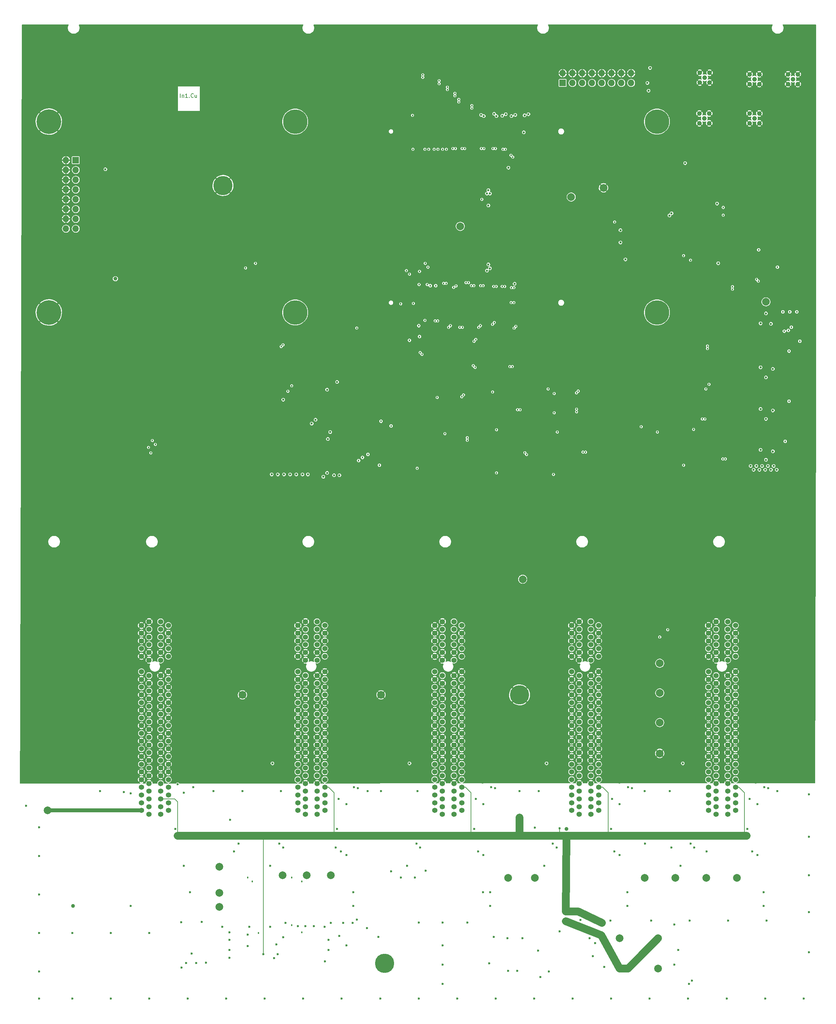
<source format=gbr>
G04 #@! TF.GenerationSoftware,KiCad,Pcbnew,(5.1.5)-3*
G04 #@! TF.CreationDate,2020-07-24T16:39:48-04:00*
G04 #@! TF.ProjectId,main_board,6d61696e-5f62-46f6-9172-642e6b696361,rev?*
G04 #@! TF.SameCoordinates,Original*
G04 #@! TF.FileFunction,Copper,L2,Inr*
G04 #@! TF.FilePolarity,Positive*
%FSLAX46Y46*%
G04 Gerber Fmt 4.6, Leading zero omitted, Abs format (unit mm)*
G04 Created by KiCad (PCBNEW (5.1.5)-3) date 2020-07-24 16:39:48*
%MOMM*%
%LPD*%
G04 APERTURE LIST*
%ADD10C,0.180000*%
%ADD11C,6.400000*%
%ADD12C,2.000000*%
%ADD13C,6.350000*%
%ADD14O,1.700000X1.700000*%
%ADD15R,1.700000X1.700000*%
%ADD16C,5.000000*%
%ADD17C,1.240000*%
%ADD18C,1.362000*%
%ADD19C,0.500000*%
%ADD20C,0.457200*%
%ADD21C,0.600000*%
%ADD22C,1.000000*%
%ADD23C,1.000000*%
%ADD24C,0.150000*%
%ADD25C,2.000000*%
%ADD26C,0.200000*%
G04 APERTURE END LIST*
D10*
X70880952Y-48952380D02*
X70880952Y-47952380D01*
X71357142Y-48285714D02*
X71357142Y-48952380D01*
X71357142Y-48380952D02*
X71404761Y-48333333D01*
X71500000Y-48285714D01*
X71642857Y-48285714D01*
X71738095Y-48333333D01*
X71785714Y-48428571D01*
X71785714Y-48952380D01*
X72785714Y-48952380D02*
X72214285Y-48952380D01*
X72500000Y-48952380D02*
X72500000Y-47952380D01*
X72404761Y-48095238D01*
X72309523Y-48190476D01*
X72214285Y-48238095D01*
X73214285Y-48857142D02*
X73261904Y-48904761D01*
X73214285Y-48952380D01*
X73166666Y-48904761D01*
X73214285Y-48857142D01*
X73214285Y-48952380D01*
X74261904Y-48857142D02*
X74214285Y-48904761D01*
X74071428Y-48952380D01*
X73976190Y-48952380D01*
X73833333Y-48904761D01*
X73738095Y-48809523D01*
X73690476Y-48714285D01*
X73642857Y-48523809D01*
X73642857Y-48380952D01*
X73690476Y-48190476D01*
X73738095Y-48095238D01*
X73833333Y-48000000D01*
X73976190Y-47952380D01*
X74071428Y-47952380D01*
X74214285Y-48000000D01*
X74261904Y-48047619D01*
X75119047Y-48285714D02*
X75119047Y-48952380D01*
X74690476Y-48285714D02*
X74690476Y-48809523D01*
X74738095Y-48904761D01*
X74833333Y-48952380D01*
X74976190Y-48952380D01*
X75071428Y-48904761D01*
X75119047Y-48857142D01*
D11*
X36710000Y-104765000D03*
X36710000Y-55235000D03*
D12*
X195400000Y-219200000D03*
X180800000Y-72400000D03*
X123000000Y-204000000D03*
X87000000Y-204000000D03*
X215500000Y-251500000D03*
X199500000Y-251500000D03*
X207500000Y-251500000D03*
X191500000Y-251500000D03*
D13*
X100710000Y-104765000D03*
X194690000Y-55235000D03*
X100710000Y-55235000D03*
X194690000Y-104765000D03*
D14*
X187980000Y-42660000D03*
X187980000Y-45200000D03*
X185440000Y-42660000D03*
X185440000Y-45200000D03*
X182900000Y-42660000D03*
X182900000Y-45200000D03*
X180360000Y-42660000D03*
X180360000Y-45200000D03*
X177820000Y-42660000D03*
X177820000Y-45200000D03*
X175280000Y-42660000D03*
X175280000Y-45200000D03*
X172740000Y-42660000D03*
X172740000Y-45200000D03*
X170200000Y-42660000D03*
D15*
X170200000Y-45200000D03*
D12*
X143600000Y-82400000D03*
X110000000Y-250800000D03*
X103700000Y-250800000D03*
X97400000Y-250800000D03*
X223000000Y-102000000D03*
X81000000Y-248600000D03*
X159800000Y-174000000D03*
D16*
X81950000Y-71800000D03*
X123950000Y-273650000D03*
X159000000Y-204000000D03*
D12*
X81000000Y-259000000D03*
X36400000Y-234000000D03*
X81000000Y-255400000D03*
X195400000Y-211200000D03*
X195400000Y-203500000D03*
X195400000Y-195800000D03*
X172400000Y-74800000D03*
X163000000Y-251500000D03*
X156000000Y-251500000D03*
D17*
X205830000Y-45095000D03*
X208370000Y-42555000D03*
X208370000Y-45095000D03*
X205830000Y-42555000D03*
X207100000Y-43825000D03*
X221270000Y-45470000D03*
X218730000Y-42930000D03*
X221270000Y-42930000D03*
X218730000Y-45470000D03*
X220000000Y-44200000D03*
D18*
X108402000Y-234000000D03*
X108402000Y-232000000D03*
X108402000Y-192000000D03*
X108402000Y-218000000D03*
X108402000Y-230000000D03*
X108402000Y-228000000D03*
X108402000Y-224000000D03*
X108402000Y-194000000D03*
X108402000Y-210000000D03*
X108402000Y-226000000D03*
X108402000Y-222000000D03*
X108402000Y-220000000D03*
X108402000Y-216000000D03*
X108402000Y-190000000D03*
X108402000Y-188000000D03*
X108402000Y-186000000D03*
X108402000Y-214000000D03*
X108402000Y-212000000D03*
X108402000Y-208000000D03*
X108402000Y-206000000D03*
X108402000Y-204000000D03*
X108402000Y-200000000D03*
X108402000Y-202000000D03*
X106402000Y-233000000D03*
X106402000Y-231000000D03*
X106402000Y-229000000D03*
X106402000Y-227000000D03*
X106402000Y-225000000D03*
X106402000Y-223000000D03*
X106402000Y-221000000D03*
X106402000Y-219000000D03*
X106402000Y-217000000D03*
X106402000Y-215000000D03*
X106402000Y-213000000D03*
X106402000Y-211000000D03*
X106402000Y-209000000D03*
X106402000Y-207000000D03*
X106402000Y-205000000D03*
X106402000Y-203000000D03*
X106402000Y-201000000D03*
X106402000Y-199000000D03*
X106402000Y-195000000D03*
X106402000Y-193000000D03*
X106402000Y-191000000D03*
X106402000Y-189000000D03*
X106402000Y-187000000D03*
X106402000Y-185000000D03*
X103402000Y-187000000D03*
X103402000Y-227000000D03*
X103402000Y-195000000D03*
X103402000Y-221000000D03*
X103402000Y-193000000D03*
X103402000Y-201000000D03*
X103402000Y-199000000D03*
X103402000Y-203000000D03*
X103402000Y-189000000D03*
X103402000Y-191000000D03*
X103402000Y-223000000D03*
X103402000Y-225000000D03*
X103402000Y-229000000D03*
X103402000Y-231000000D03*
X103402000Y-233000000D03*
X103402000Y-209000000D03*
X103402000Y-205000000D03*
X103402000Y-207000000D03*
X103402000Y-211000000D03*
X103402000Y-213000000D03*
X103402000Y-215000000D03*
X103402000Y-185000000D03*
X103402000Y-217000000D03*
X103402000Y-219000000D03*
X101402000Y-206000000D03*
X101402000Y-208000000D03*
X101402000Y-218000000D03*
X101402000Y-202000000D03*
X101402000Y-220000000D03*
X101402000Y-204000000D03*
X101402000Y-216000000D03*
X101402000Y-200000000D03*
X101402000Y-212000000D03*
X101402000Y-224000000D03*
X101402000Y-226000000D03*
X101402000Y-210000000D03*
X101402000Y-228000000D03*
X101402000Y-232000000D03*
X101402000Y-234000000D03*
X101402000Y-230000000D03*
X101402000Y-186000000D03*
X101402000Y-192000000D03*
X101402000Y-214000000D03*
X101402000Y-194000000D03*
X101402000Y-222000000D03*
X101402000Y-190000000D03*
X101402000Y-188000000D03*
X108402000Y-198000000D03*
X101402000Y-198000000D03*
X103402000Y-235000000D03*
X106402000Y-235000000D03*
X143962000Y-234000000D03*
X143962000Y-232000000D03*
X143962000Y-192000000D03*
X143962000Y-218000000D03*
X143962000Y-230000000D03*
X143962000Y-228000000D03*
X143962000Y-224000000D03*
X143962000Y-194000000D03*
X143962000Y-210000000D03*
X143962000Y-226000000D03*
X143962000Y-222000000D03*
X143962000Y-220000000D03*
X143962000Y-216000000D03*
X143962000Y-190000000D03*
X143962000Y-188000000D03*
X143962000Y-186000000D03*
X143962000Y-214000000D03*
X143962000Y-212000000D03*
X143962000Y-208000000D03*
X143962000Y-206000000D03*
X143962000Y-204000000D03*
X143962000Y-200000000D03*
X143962000Y-202000000D03*
X141962000Y-233000000D03*
X141962000Y-231000000D03*
X141962000Y-229000000D03*
X141962000Y-227000000D03*
X141962000Y-225000000D03*
X141962000Y-223000000D03*
X141962000Y-221000000D03*
X141962000Y-219000000D03*
X141962000Y-217000000D03*
X141962000Y-215000000D03*
X141962000Y-213000000D03*
X141962000Y-211000000D03*
X141962000Y-209000000D03*
X141962000Y-207000000D03*
X141962000Y-205000000D03*
X141962000Y-203000000D03*
X141962000Y-201000000D03*
X141962000Y-199000000D03*
X141962000Y-195000000D03*
X141962000Y-193000000D03*
X141962000Y-191000000D03*
X141962000Y-189000000D03*
X141962000Y-187000000D03*
X141962000Y-185000000D03*
X138962000Y-187000000D03*
X138962000Y-227000000D03*
X138962000Y-195000000D03*
X138962000Y-221000000D03*
X138962000Y-193000000D03*
X138962000Y-201000000D03*
X138962000Y-199000000D03*
X138962000Y-203000000D03*
X138962000Y-189000000D03*
X138962000Y-191000000D03*
X138962000Y-223000000D03*
X138962000Y-225000000D03*
X138962000Y-229000000D03*
X138962000Y-231000000D03*
X138962000Y-233000000D03*
X138962000Y-209000000D03*
X138962000Y-205000000D03*
X138962000Y-207000000D03*
X138962000Y-211000000D03*
X138962000Y-213000000D03*
X138962000Y-215000000D03*
X138962000Y-185000000D03*
X138962000Y-217000000D03*
X138962000Y-219000000D03*
X136962000Y-206000000D03*
X136962000Y-208000000D03*
X136962000Y-218000000D03*
X136962000Y-202000000D03*
X136962000Y-220000000D03*
X136962000Y-204000000D03*
X136962000Y-216000000D03*
X136962000Y-200000000D03*
X136962000Y-212000000D03*
X136962000Y-224000000D03*
X136962000Y-226000000D03*
X136962000Y-210000000D03*
X136962000Y-228000000D03*
X136962000Y-232000000D03*
X136962000Y-234000000D03*
X136962000Y-230000000D03*
X136962000Y-186000000D03*
X136962000Y-192000000D03*
X136962000Y-214000000D03*
X136962000Y-194000000D03*
X136962000Y-222000000D03*
X136962000Y-190000000D03*
X136962000Y-188000000D03*
X143962000Y-198000000D03*
X136962000Y-198000000D03*
X138962000Y-235000000D03*
X141962000Y-235000000D03*
X179522000Y-234000000D03*
X179522000Y-232000000D03*
X179522000Y-192000000D03*
X179522000Y-218000000D03*
X179522000Y-230000000D03*
X179522000Y-228000000D03*
X179522000Y-224000000D03*
X179522000Y-194000000D03*
X179522000Y-210000000D03*
X179522000Y-226000000D03*
X179522000Y-222000000D03*
X179522000Y-220000000D03*
X179522000Y-216000000D03*
X179522000Y-190000000D03*
X179522000Y-188000000D03*
X179522000Y-186000000D03*
X179522000Y-214000000D03*
X179522000Y-212000000D03*
X179522000Y-208000000D03*
X179522000Y-206000000D03*
X179522000Y-204000000D03*
X179522000Y-200000000D03*
X179522000Y-202000000D03*
X177522000Y-233000000D03*
X177522000Y-231000000D03*
X177522000Y-229000000D03*
X177522000Y-227000000D03*
X177522000Y-225000000D03*
X177522000Y-223000000D03*
X177522000Y-221000000D03*
X177522000Y-219000000D03*
X177522000Y-217000000D03*
X177522000Y-215000000D03*
X177522000Y-213000000D03*
X177522000Y-211000000D03*
X177522000Y-209000000D03*
X177522000Y-207000000D03*
X177522000Y-205000000D03*
X177522000Y-203000000D03*
X177522000Y-201000000D03*
X177522000Y-199000000D03*
X177522000Y-195000000D03*
X177522000Y-193000000D03*
X177522000Y-191000000D03*
X177522000Y-189000000D03*
X177522000Y-187000000D03*
X177522000Y-185000000D03*
X174522000Y-187000000D03*
X174522000Y-227000000D03*
X174522000Y-195000000D03*
X174522000Y-221000000D03*
X174522000Y-193000000D03*
X174522000Y-201000000D03*
X174522000Y-199000000D03*
X174522000Y-203000000D03*
X174522000Y-189000000D03*
X174522000Y-191000000D03*
X174522000Y-223000000D03*
X174522000Y-225000000D03*
X174522000Y-229000000D03*
X174522000Y-231000000D03*
X174522000Y-233000000D03*
X174522000Y-209000000D03*
X174522000Y-205000000D03*
X174522000Y-207000000D03*
X174522000Y-211000000D03*
X174522000Y-213000000D03*
X174522000Y-215000000D03*
X174522000Y-185000000D03*
X174522000Y-217000000D03*
X174522000Y-219000000D03*
X172522000Y-206000000D03*
X172522000Y-208000000D03*
X172522000Y-218000000D03*
X172522000Y-202000000D03*
X172522000Y-220000000D03*
X172522000Y-204000000D03*
X172522000Y-216000000D03*
X172522000Y-200000000D03*
X172522000Y-212000000D03*
X172522000Y-224000000D03*
X172522000Y-226000000D03*
X172522000Y-210000000D03*
X172522000Y-228000000D03*
X172522000Y-232000000D03*
X172522000Y-234000000D03*
X172522000Y-230000000D03*
X172522000Y-186000000D03*
X172522000Y-192000000D03*
X172522000Y-214000000D03*
X172522000Y-194000000D03*
X172522000Y-222000000D03*
X172522000Y-190000000D03*
X172522000Y-188000000D03*
X179522000Y-198000000D03*
X172522000Y-198000000D03*
X174522000Y-235000000D03*
X177522000Y-235000000D03*
X215082000Y-234000000D03*
X215082000Y-232000000D03*
X215082000Y-192000000D03*
X215082000Y-218000000D03*
X215082000Y-230000000D03*
X215082000Y-228000000D03*
X215082000Y-224000000D03*
X215082000Y-194000000D03*
X215082000Y-210000000D03*
X215082000Y-226000000D03*
X215082000Y-222000000D03*
X215082000Y-220000000D03*
X215082000Y-216000000D03*
X215082000Y-190000000D03*
X215082000Y-188000000D03*
X215082000Y-186000000D03*
X215082000Y-214000000D03*
X215082000Y-212000000D03*
X215082000Y-208000000D03*
X215082000Y-206000000D03*
X215082000Y-204000000D03*
X215082000Y-200000000D03*
X215082000Y-202000000D03*
X213082000Y-233000000D03*
X213082000Y-231000000D03*
X213082000Y-229000000D03*
X213082000Y-227000000D03*
X213082000Y-225000000D03*
X213082000Y-223000000D03*
X213082000Y-221000000D03*
X213082000Y-219000000D03*
X213082000Y-217000000D03*
X213082000Y-215000000D03*
X213082000Y-213000000D03*
X213082000Y-211000000D03*
X213082000Y-209000000D03*
X213082000Y-207000000D03*
X213082000Y-205000000D03*
X213082000Y-203000000D03*
X213082000Y-201000000D03*
X213082000Y-199000000D03*
X213082000Y-195000000D03*
X213082000Y-193000000D03*
X213082000Y-191000000D03*
X213082000Y-189000000D03*
X213082000Y-187000000D03*
X213082000Y-185000000D03*
X210082000Y-187000000D03*
X210082000Y-227000000D03*
X210082000Y-195000000D03*
X210082000Y-221000000D03*
X210082000Y-193000000D03*
X210082000Y-201000000D03*
X210082000Y-199000000D03*
X210082000Y-203000000D03*
X210082000Y-189000000D03*
X210082000Y-191000000D03*
X210082000Y-223000000D03*
X210082000Y-225000000D03*
X210082000Y-229000000D03*
X210082000Y-231000000D03*
X210082000Y-233000000D03*
X210082000Y-209000000D03*
X210082000Y-205000000D03*
X210082000Y-207000000D03*
X210082000Y-211000000D03*
X210082000Y-213000000D03*
X210082000Y-215000000D03*
X210082000Y-185000000D03*
X210082000Y-217000000D03*
X210082000Y-219000000D03*
X208082000Y-206000000D03*
X208082000Y-208000000D03*
X208082000Y-218000000D03*
X208082000Y-202000000D03*
X208082000Y-220000000D03*
X208082000Y-204000000D03*
X208082000Y-216000000D03*
X208082000Y-200000000D03*
X208082000Y-212000000D03*
X208082000Y-224000000D03*
X208082000Y-226000000D03*
X208082000Y-210000000D03*
X208082000Y-228000000D03*
X208082000Y-232000000D03*
X208082000Y-234000000D03*
X208082000Y-230000000D03*
X208082000Y-186000000D03*
X208082000Y-192000000D03*
X208082000Y-214000000D03*
X208082000Y-194000000D03*
X208082000Y-222000000D03*
X208082000Y-190000000D03*
X208082000Y-188000000D03*
X215082000Y-198000000D03*
X208082000Y-198000000D03*
X210082000Y-235000000D03*
X213082000Y-235000000D03*
X67762000Y-234000000D03*
X67762000Y-232000000D03*
X67762000Y-192000000D03*
X67762000Y-218000000D03*
X67762000Y-230000000D03*
X67762000Y-228000000D03*
X67762000Y-224000000D03*
X67762000Y-194000000D03*
X67762000Y-210000000D03*
X67762000Y-226000000D03*
X67762000Y-222000000D03*
X67762000Y-220000000D03*
X67762000Y-216000000D03*
X67762000Y-190000000D03*
X67762000Y-188000000D03*
X67762000Y-186000000D03*
X67762000Y-214000000D03*
X67762000Y-212000000D03*
X67762000Y-208000000D03*
X67762000Y-206000000D03*
X67762000Y-204000000D03*
X67762000Y-200000000D03*
X67762000Y-202000000D03*
X65762000Y-233000000D03*
X65762000Y-231000000D03*
X65762000Y-229000000D03*
X65762000Y-227000000D03*
X65762000Y-225000000D03*
X65762000Y-223000000D03*
X65762000Y-221000000D03*
X65762000Y-219000000D03*
X65762000Y-217000000D03*
X65762000Y-215000000D03*
X65762000Y-213000000D03*
X65762000Y-211000000D03*
X65762000Y-209000000D03*
X65762000Y-207000000D03*
X65762000Y-205000000D03*
X65762000Y-203000000D03*
X65762000Y-201000000D03*
X65762000Y-199000000D03*
X65762000Y-195000000D03*
X65762000Y-193000000D03*
X65762000Y-191000000D03*
X65762000Y-189000000D03*
X65762000Y-187000000D03*
X65762000Y-185000000D03*
X62762000Y-187000000D03*
X62762000Y-227000000D03*
X62762000Y-195000000D03*
X62762000Y-221000000D03*
X62762000Y-193000000D03*
X62762000Y-201000000D03*
X62762000Y-199000000D03*
X62762000Y-203000000D03*
X62762000Y-189000000D03*
X62762000Y-191000000D03*
X62762000Y-223000000D03*
X62762000Y-225000000D03*
X62762000Y-229000000D03*
X62762000Y-231000000D03*
X62762000Y-233000000D03*
X62762000Y-209000000D03*
X62762000Y-205000000D03*
X62762000Y-207000000D03*
X62762000Y-211000000D03*
X62762000Y-213000000D03*
X62762000Y-215000000D03*
X62762000Y-185000000D03*
X62762000Y-217000000D03*
X62762000Y-219000000D03*
X60762000Y-206000000D03*
X60762000Y-208000000D03*
X60762000Y-218000000D03*
X60762000Y-202000000D03*
X60762000Y-220000000D03*
X60762000Y-204000000D03*
X60762000Y-216000000D03*
X60762000Y-200000000D03*
X60762000Y-212000000D03*
X60762000Y-224000000D03*
X60762000Y-226000000D03*
X60762000Y-210000000D03*
X60762000Y-228000000D03*
X60762000Y-232000000D03*
X60762000Y-234000000D03*
X60762000Y-230000000D03*
X60762000Y-186000000D03*
X60762000Y-192000000D03*
X60762000Y-214000000D03*
X60762000Y-194000000D03*
X60762000Y-222000000D03*
X60762000Y-190000000D03*
X60762000Y-188000000D03*
X67762000Y-198000000D03*
X60762000Y-198000000D03*
X62762000Y-235000000D03*
X65762000Y-235000000D03*
D19*
X161050000Y-67630000D03*
X162450000Y-67630000D03*
X161050000Y-68830000D03*
X162450000Y-68830000D03*
X161050000Y-70030000D03*
X162450000Y-70030000D03*
D17*
X207000000Y-54400000D03*
X205730000Y-53130000D03*
X208270000Y-55670000D03*
X208270000Y-53130000D03*
X205730000Y-55670000D03*
D15*
X43710000Y-65235000D03*
D14*
X41170000Y-65235000D03*
X43710000Y-67775000D03*
X41170000Y-67775000D03*
X43710000Y-70315000D03*
X41170000Y-70315000D03*
X43710000Y-72855000D03*
X41170000Y-72855000D03*
X43710000Y-75395000D03*
X41170000Y-75395000D03*
X43710000Y-77935000D03*
X41170000Y-77935000D03*
X43710000Y-80475000D03*
X41170000Y-80475000D03*
X43710000Y-83015000D03*
X41170000Y-83015000D03*
D12*
X185000000Y-267200000D03*
X195000000Y-267200000D03*
X195000000Y-275000000D03*
X185000000Y-275000000D03*
D17*
X228730000Y-45470000D03*
X231270000Y-42930000D03*
X231270000Y-45470000D03*
X228730000Y-42930000D03*
X230000000Y-44200000D03*
X218730000Y-55670000D03*
X221270000Y-53130000D03*
X221270000Y-55670000D03*
X218730000Y-53130000D03*
X220000000Y-54400000D03*
D20*
X221100000Y-88500000D03*
X231800000Y-112200000D03*
D21*
X223000000Y-121600000D03*
X221600000Y-107600000D03*
X223000000Y-105000000D03*
X224800000Y-119400000D03*
X221600000Y-119000000D03*
X223000000Y-121600000D03*
X224800000Y-130200000D03*
X221600000Y-129800000D03*
X223000000Y-132400000D03*
X222800000Y-145600000D03*
X224300000Y-145600000D03*
X221300000Y-145600000D03*
X219800000Y-145600000D03*
X225800000Y-145600000D03*
X97600000Y-127400000D03*
X106000000Y-132600000D03*
X105000000Y-133600000D03*
X111600000Y-122800000D03*
X109000000Y-124800000D03*
X109200000Y-137600000D03*
X109800000Y-135800000D03*
X109000000Y-146400000D03*
X108000000Y-147400000D03*
X94600000Y-146800000D03*
X96200000Y-146800000D03*
X97800000Y-146800000D03*
X99400000Y-146800000D03*
X101000000Y-146800000D03*
X102600000Y-146800000D03*
X104000000Y-146800000D03*
X110800000Y-147000000D03*
X112200000Y-147000000D03*
X219000000Y-144600000D03*
X220500000Y-144600000D03*
X222000000Y-144600000D03*
X223500000Y-144600000D03*
X225000000Y-144600000D03*
X224800000Y-140800000D03*
X221600000Y-140400000D03*
X223000000Y-143000000D03*
X224300000Y-107700000D03*
X186500000Y-91000000D03*
X185200000Y-83400000D03*
X185200000Y-86600000D03*
D22*
X159000000Y-235800000D03*
D21*
X163800000Y-270400000D03*
X178000000Y-271800000D03*
X180400000Y-263200000D03*
X169400000Y-238600000D03*
X92400000Y-271300000D03*
X188200000Y-228200000D03*
X223600000Y-228200000D03*
X152600000Y-228200000D03*
X222400000Y-258800000D03*
X187000000Y-258800000D03*
X151400000Y-258800000D03*
D22*
X54000000Y-96000000D03*
X43000000Y-258800000D03*
D21*
X58000000Y-229600000D03*
X58000000Y-258800000D03*
X117000000Y-228200000D03*
X115800000Y-258800000D03*
D20*
X140567644Y-108632356D03*
D21*
X187200000Y-228000000D03*
X222600000Y-228000000D03*
X151600000Y-228000000D03*
X222400000Y-255200000D03*
X187000000Y-255200000D03*
X151400000Y-255200000D03*
X71800000Y-229400000D03*
X73400000Y-255200000D03*
X116000000Y-228000000D03*
X115800000Y-255200000D03*
X151100000Y-273700000D03*
X149500000Y-255200000D03*
X201400000Y-221800000D03*
X200800000Y-248400000D03*
X166000000Y-221800000D03*
X165400000Y-248400000D03*
X130400000Y-221800000D03*
X129800000Y-248400000D03*
X70200000Y-227200000D03*
X71800000Y-248400000D03*
X94800000Y-221800000D03*
X94200000Y-248400000D03*
D20*
X145400000Y-137928600D03*
X143967644Y-126632356D03*
X141850000Y-98250000D03*
D21*
X218200000Y-238800000D03*
X182800000Y-238800000D03*
X147200000Y-238800000D03*
X111600000Y-238800000D03*
X69600000Y-238800000D03*
D22*
X171000000Y-262800000D03*
D21*
X190500000Y-271700000D03*
D22*
X171200000Y-238800000D03*
D21*
X163000000Y-238500000D03*
D20*
X145400000Y-137271400D03*
X144432356Y-126167644D03*
X142500000Y-97850000D03*
X141032356Y-108167644D03*
X208200000Y-123400000D03*
X203400000Y-91200000D03*
X207400000Y-124600000D03*
X201600000Y-90000000D03*
X195400000Y-189000000D03*
X137600000Y-126800000D03*
X139928600Y-97200000D03*
X137728600Y-106956235D03*
X183700000Y-81300000D03*
X204200000Y-135100000D03*
X211900000Y-79500000D03*
X211900000Y-77500000D03*
X197493999Y-187093999D03*
X133632356Y-115632356D03*
X133167644Y-115167644D03*
X137071400Y-106956235D03*
X139271400Y-97200000D03*
X145071400Y-97000000D03*
X143471400Y-108600000D03*
X146967644Y-118567644D03*
X147432356Y-119032356D03*
X144128600Y-108600000D03*
X145728600Y-97000000D03*
X152000000Y-125400000D03*
X147632356Y-111767644D03*
X147128600Y-97800000D03*
X159128600Y-130000000D03*
X160832356Y-141632356D03*
X146471400Y-97800000D03*
X158471400Y-130000000D03*
X160367644Y-141167644D03*
X147167644Y-112232356D03*
X151967644Y-107832356D03*
X175471400Y-141000000D03*
X173800000Y-130528600D03*
X152271400Y-98000000D03*
X176128600Y-141000000D03*
X173800000Y-129871400D03*
X152928600Y-98000000D03*
X152432356Y-107367644D03*
X166400000Y-124600000D03*
X149528600Y-97800000D03*
X148832356Y-108167644D03*
X157128600Y-118800000D03*
X156471400Y-118800000D03*
X148367644Y-108632356D03*
X148871400Y-97800000D03*
X154471400Y-98000000D03*
X157567644Y-108832356D03*
X173767644Y-125632356D03*
X174232356Y-125167644D03*
X158032356Y-108367644D03*
X155128600Y-98000000D03*
X168000000Y-125800000D03*
X168000000Y-130800000D03*
X190600000Y-134400000D03*
X157528600Y-102200000D03*
X157534996Y-98320050D03*
X207128600Y-132400000D03*
X212447605Y-142774364D03*
X156877796Y-98320050D03*
X206471400Y-132400000D03*
X211790405Y-142774364D03*
X156800000Y-102200000D03*
X226000000Y-93000000D03*
X228000000Y-138200000D03*
X145700000Y-136700000D03*
X213400000Y-99600000D03*
X209200000Y-99600000D03*
X219400000Y-99600000D03*
X224200000Y-99400000D03*
X204400000Y-99400000D03*
X203800000Y-75600000D03*
X203800000Y-87000000D03*
X203800000Y-79000000D03*
X205000000Y-91800000D03*
X203800000Y-70600000D03*
X203800000Y-83000000D03*
X204000000Y-64000000D03*
X209000000Y-64200000D03*
X214000000Y-64800000D03*
X219000000Y-64800000D03*
X223600000Y-65000000D03*
X224000000Y-84800000D03*
X224000000Y-79800000D03*
X224000000Y-74800000D03*
X224000000Y-69800000D03*
D21*
X33000000Y-34600000D03*
X43000000Y-34600000D03*
X53000000Y-34600000D03*
X63000000Y-34600000D03*
X73000000Y-34600000D03*
X83000000Y-34600000D03*
X93000000Y-34600000D03*
X103000000Y-34600000D03*
X113000000Y-34600000D03*
X123000000Y-34600000D03*
X133000000Y-34600000D03*
X143000000Y-34600000D03*
X153000000Y-34600000D03*
X163000000Y-34600000D03*
X173000000Y-34600000D03*
X183000000Y-34600000D03*
X193000000Y-34600000D03*
X203000000Y-34600000D03*
X213000000Y-34600000D03*
X223000000Y-34600000D03*
X221600000Y-108400000D03*
X223000000Y-111000000D03*
X226400000Y-119400000D03*
X226400000Y-117800000D03*
X221600000Y-118200000D03*
X223000000Y-115600000D03*
X226400000Y-130200000D03*
X226400000Y-128600000D03*
X221600000Y-129000000D03*
X223000000Y-126400000D03*
X169600000Y-219400000D03*
X185000000Y-225600000D03*
X185000000Y-224600000D03*
X185200000Y-223600000D03*
X168600000Y-220200000D03*
X185000000Y-226800000D03*
X205000000Y-219400000D03*
X220400000Y-225600000D03*
X220400000Y-224600000D03*
X220600000Y-223600000D03*
X204000000Y-220200000D03*
X220400000Y-226800000D03*
X134000000Y-219400000D03*
X149400000Y-225600000D03*
X149400000Y-224600000D03*
X149600000Y-223600000D03*
X133000000Y-220200000D03*
X149400000Y-226800000D03*
X213600000Y-179600000D03*
X178000000Y-179600000D03*
X142400000Y-179600000D03*
X107000000Y-179600000D03*
X66400000Y-179600000D03*
X125400000Y-181600000D03*
X120600000Y-181600000D03*
X169400000Y-265400000D03*
X178600000Y-268400000D03*
X200200000Y-270200000D03*
X164400000Y-277200000D03*
X166600000Y-275800000D03*
X158400000Y-275600000D03*
X156000000Y-275600000D03*
X155850000Y-267150000D03*
X159750000Y-267150000D03*
X83600000Y-265600000D03*
X83600000Y-267600000D03*
X83600000Y-270200000D03*
X83600000Y-272200000D03*
X98200000Y-263200000D03*
X95800000Y-268800000D03*
X97600000Y-266900000D03*
X109400000Y-267600000D03*
X109400000Y-270200000D03*
X125600000Y-249800000D03*
X128200000Y-251400000D03*
X131800000Y-251400000D03*
X134600000Y-249600000D03*
X56200000Y-229200000D03*
X72000000Y-225200000D03*
X72800000Y-226000000D03*
X73600000Y-226800000D03*
X74200000Y-228000000D03*
X83800000Y-236400000D03*
X113800000Y-226800000D03*
X113800000Y-225600000D03*
X113800000Y-224600000D03*
X114000000Y-223600000D03*
X97400000Y-220200000D03*
X98400000Y-219400000D03*
X119400000Y-264500000D03*
X116700000Y-262300000D03*
X71200000Y-274800000D03*
X72400000Y-273600000D03*
X73800000Y-271100000D03*
X76400000Y-262900000D03*
X71100000Y-263000000D03*
X75000000Y-273600000D03*
X77500000Y-273500000D03*
X99400000Y-133400000D03*
X91200000Y-136000000D03*
X108200000Y-122800000D03*
X109200000Y-121800000D03*
X103400000Y-131600000D03*
X103400000Y-133600000D03*
X105425000Y-130575000D03*
X100200000Y-128600000D03*
X99200000Y-129600000D03*
X105400000Y-124600000D03*
X109200000Y-125600000D03*
X113200000Y-135800000D03*
X112400000Y-136800000D03*
X103600000Y-136800000D03*
X105400000Y-143545000D03*
X102200000Y-143600000D03*
X105400000Y-146400000D03*
X106400000Y-147400000D03*
X109200000Y-138400000D03*
X226400000Y-140800000D03*
X226400000Y-139200000D03*
X221600000Y-139600000D03*
X223000000Y-137000000D03*
X227400000Y-108000000D03*
X133700000Y-98400000D03*
X133700000Y-106100000D03*
X138500000Y-98400000D03*
X138500000Y-106100000D03*
X140900000Y-98500000D03*
X140900000Y-106100000D03*
X143300000Y-98500000D03*
X143300000Y-106100000D03*
X144500000Y-102100000D03*
X144000000Y-102800000D03*
X148100000Y-106200000D03*
X148100000Y-98500000D03*
X153700000Y-101600000D03*
X153700000Y-102700000D03*
X156100000Y-106000000D03*
X156100000Y-97600000D03*
X158500000Y-101900000D03*
X161700000Y-98400000D03*
X161700000Y-103000000D03*
X164100000Y-103000000D03*
X136900000Y-102000000D03*
X133700000Y-53900000D03*
X133700000Y-61500000D03*
X136100000Y-54000000D03*
X136100000Y-61700000D03*
X138500000Y-54000000D03*
X138500000Y-61700000D03*
X140900000Y-54000000D03*
X140900000Y-61700000D03*
X143300000Y-54000000D03*
X143300000Y-61700000D03*
X145700000Y-54000000D03*
X145700000Y-61700000D03*
X148100000Y-61700000D03*
X148100000Y-54000000D03*
X153700000Y-54100000D03*
X153700000Y-61700000D03*
X156100000Y-58400000D03*
X156100000Y-54100000D03*
X158500000Y-54000000D03*
X161700000Y-54000000D03*
X161700000Y-61600000D03*
X165700000Y-61600000D03*
X165700000Y-54000000D03*
X203800000Y-278200000D03*
X203000000Y-279000000D03*
X161800000Y-42200000D03*
X161800000Y-45800000D03*
X164600000Y-44200000D03*
X153600000Y-52000000D03*
X153200000Y-51000000D03*
X152700000Y-95400000D03*
X153700000Y-96400000D03*
X157565000Y-70735000D03*
X166100000Y-68500000D03*
X167100000Y-69300000D03*
X161700000Y-65000000D03*
X160900000Y-64100000D03*
X158200000Y-94700000D03*
X159300000Y-94700000D03*
X164100000Y-98500000D03*
X224093959Y-108421145D03*
X195800000Y-83200000D03*
X195600000Y-86600000D03*
X195600000Y-89800000D03*
X210400000Y-73800000D03*
X205000000Y-69000000D03*
X206600000Y-68600000D03*
X212600000Y-96400000D03*
X207800000Y-93200000D03*
X208800000Y-92200000D03*
X214200000Y-93600000D03*
X217800000Y-85800000D03*
X218800000Y-84800000D03*
X218400000Y-83400000D03*
X219400000Y-82400000D03*
X217100000Y-89500000D03*
X205700000Y-87400000D03*
X206800000Y-88300000D03*
X162000000Y-52000000D03*
X40300000Y-88400000D03*
X42800000Y-86400000D03*
X57900000Y-80700000D03*
X59700000Y-78600000D03*
X47200000Y-79900000D03*
X46000000Y-80800000D03*
X51000000Y-80800000D03*
X48500000Y-80900000D03*
X48100000Y-77800000D03*
X46200000Y-77800000D03*
X48600000Y-74900000D03*
X50700000Y-75000000D03*
X46300000Y-72100000D03*
X48100000Y-72300000D03*
X48700000Y-69300000D03*
X50600000Y-69300000D03*
X46200000Y-66500000D03*
X48200000Y-66400000D03*
X52000000Y-63800000D03*
X53800000Y-61900000D03*
X52000000Y-60100000D03*
X96250000Y-127350000D03*
D20*
X204400000Y-94000000D03*
X204400000Y-96800000D03*
X224200000Y-95800000D03*
X224000000Y-86800000D03*
X225800000Y-90400000D03*
X216400000Y-98400000D03*
D21*
X34200000Y-282800000D03*
X122800000Y-282800000D03*
X232800000Y-282800000D03*
X222800000Y-282800000D03*
X162800000Y-282800000D03*
X42800000Y-282800000D03*
X172800000Y-282800000D03*
X132800000Y-282800000D03*
X92800000Y-282800000D03*
X82800000Y-282800000D03*
X202800000Y-282800000D03*
X112800000Y-282800000D03*
X192800000Y-282800000D03*
X212800000Y-282800000D03*
X142800000Y-282800000D03*
X72800000Y-282800000D03*
X62800000Y-282800000D03*
X102800000Y-282800000D03*
X182800000Y-282800000D03*
X152800000Y-282800000D03*
X52800000Y-282800000D03*
X139000000Y-279000000D03*
X139000000Y-274000000D03*
X139000000Y-269000000D03*
X139000000Y-263100000D03*
X34200000Y-225800000D03*
X34200000Y-245800000D03*
X34200000Y-265800000D03*
X34200000Y-175800000D03*
X34200000Y-85800000D03*
X34200000Y-275800000D03*
X34200000Y-215800000D03*
X34200000Y-165800000D03*
X34200000Y-195800000D03*
X34200000Y-125800000D03*
X34200000Y-185800000D03*
X34200000Y-115800000D03*
X34200000Y-145800000D03*
X34200000Y-95800000D03*
X34200000Y-155800000D03*
X34200000Y-205800000D03*
X34200000Y-135800000D03*
X34200000Y-255800000D03*
X34200000Y-44800000D03*
X34200000Y-74800000D03*
X34200000Y-64800000D03*
X30800000Y-232800000D03*
X31400000Y-55200000D03*
X32200000Y-107600000D03*
X34200000Y-238400000D03*
X62800000Y-265800000D03*
X42800000Y-265800000D03*
X52800000Y-265800000D03*
X122300000Y-266800000D03*
X145400000Y-263100000D03*
X132800000Y-263100000D03*
X152300000Y-266800000D03*
X193200000Y-262600000D03*
X213200000Y-262600000D03*
X223200000Y-262600000D03*
X203200000Y-262600000D03*
X182600000Y-262600000D03*
X110000000Y-263200000D03*
X81800000Y-264200000D03*
X88800000Y-264200000D03*
X94200000Y-264200000D03*
X105600000Y-264000000D03*
X103400000Y-264000000D03*
X101400000Y-264000000D03*
X113200000Y-263200000D03*
X115600000Y-263200000D03*
D20*
X234700000Y-77200000D03*
D21*
X234200000Y-260400000D03*
X234200000Y-209800000D03*
D20*
X234700000Y-83200000D03*
D21*
X234200000Y-139800000D03*
X234200000Y-149800000D03*
X234200000Y-199800000D03*
X234200000Y-119800000D03*
X234800000Y-109800000D03*
X234200000Y-39800000D03*
X234200000Y-179800000D03*
X234200000Y-219800000D03*
D20*
X234700000Y-99800000D03*
X234700000Y-69800000D03*
D21*
X234200000Y-189800000D03*
X234200000Y-229800000D03*
D20*
X234700000Y-89800000D03*
X234700000Y-59800000D03*
D21*
X234200000Y-159800000D03*
X234200000Y-169800000D03*
X234200000Y-129800000D03*
X234200000Y-49800000D03*
X234200000Y-34600000D03*
X234200000Y-270800000D03*
X234200000Y-240800000D03*
X234200000Y-250800000D03*
D20*
X232900000Y-58200000D03*
X232900000Y-60700000D03*
X231100000Y-62100000D03*
X232900000Y-63200000D03*
X231100000Y-64600000D03*
X229300000Y-61000000D03*
X232900000Y-65700000D03*
X231100000Y-67100000D03*
X229300000Y-63500000D03*
X227500000Y-65200000D03*
X232900000Y-68200000D03*
X231100000Y-69600000D03*
X229300000Y-66000000D03*
X227500000Y-67700000D03*
X232900000Y-70700000D03*
X231100000Y-72100000D03*
X229300000Y-68500000D03*
X227500000Y-70200000D03*
X232900000Y-73200000D03*
X231100000Y-74600000D03*
X229300000Y-71000000D03*
X227500000Y-72700000D03*
X232900000Y-75700000D03*
X231100000Y-77100000D03*
X229300000Y-73500000D03*
X227500000Y-75200000D03*
X232900000Y-78200000D03*
X231100000Y-79600000D03*
X229300000Y-76000000D03*
X227500000Y-77700000D03*
X232900000Y-80700000D03*
X231100000Y-82100000D03*
X229300000Y-78500000D03*
X227500000Y-80200000D03*
X232900000Y-83200000D03*
X231100000Y-84600000D03*
X229300000Y-81000000D03*
X227500000Y-82700000D03*
X232900000Y-85700000D03*
X231100000Y-87100000D03*
X229300000Y-83500000D03*
X227500000Y-85200000D03*
X232900000Y-88200000D03*
X231100000Y-89600000D03*
X229300000Y-86000000D03*
X232900000Y-90700000D03*
X231100000Y-92100000D03*
X227500000Y-90200000D03*
X232900000Y-93200000D03*
X231100000Y-94600000D03*
X229300000Y-91000000D03*
X232900000Y-95700000D03*
X231100000Y-97100000D03*
X229300000Y-93500000D03*
X232900000Y-98200000D03*
X204500000Y-62200000D03*
X207000000Y-62200000D03*
X224100000Y-56900000D03*
X209500000Y-62200000D03*
X226600000Y-56900000D03*
X212000000Y-62200000D03*
X229100000Y-56900000D03*
X214500000Y-62200000D03*
X215100000Y-59800000D03*
X217000000Y-62200000D03*
X217600000Y-59800000D03*
X219500000Y-62200000D03*
X220100000Y-59800000D03*
X222000000Y-62200000D03*
X222600000Y-59800000D03*
X224500000Y-62200000D03*
X225100000Y-59800000D03*
X227600000Y-59800000D03*
X231100000Y-59600000D03*
X227500000Y-87100000D03*
D21*
X224700000Y-40300000D03*
X224700000Y-50300000D03*
X213700000Y-40300000D03*
X213700000Y-50300000D03*
X203700000Y-50300000D03*
X203700000Y-40300000D03*
X203700000Y-59500000D03*
X203700000Y-55000000D03*
D20*
X227400000Y-97000000D03*
D21*
X232800000Y-102400000D03*
X232800000Y-109600000D03*
D20*
X227400000Y-92000000D03*
D21*
X159000000Y-209000000D03*
X159000000Y-194000000D03*
X159000000Y-199000000D03*
X159000000Y-229000000D03*
X159000000Y-179000000D03*
X159000000Y-219000000D03*
X159000000Y-185000000D03*
X123000000Y-194000000D03*
X123000000Y-199000000D03*
X123000000Y-229000000D03*
X123000000Y-209000000D03*
X123000000Y-179000000D03*
X123000000Y-185000000D03*
X123000000Y-219000000D03*
X87000000Y-209000000D03*
X87000000Y-194000000D03*
X87000000Y-199000000D03*
X87000000Y-229000000D03*
X87000000Y-179000000D03*
X87000000Y-219000000D03*
X87000000Y-185000000D03*
X79500000Y-229000000D03*
X50000000Y-229000000D03*
X97000000Y-229000000D03*
X119500000Y-229000000D03*
X132500000Y-229000000D03*
X164000000Y-229000000D03*
X191500000Y-229000000D03*
X198000000Y-229000000D03*
X226000000Y-229000000D03*
X195000000Y-207500000D03*
X195000000Y-199500000D03*
X195000000Y-179000000D03*
X195000000Y-185000000D03*
D20*
X145100000Y-138500000D03*
X139100000Y-136750000D03*
X153550000Y-135500000D03*
X125600000Y-134900000D03*
X123300000Y-132400000D03*
X138200000Y-127100000D03*
X134200000Y-115400000D03*
X132500000Y-115200000D03*
X146400000Y-118300000D03*
X147950000Y-119450000D03*
X143700000Y-127200000D03*
X145100000Y-126150000D03*
X152600000Y-125850000D03*
X156100000Y-119350000D03*
X157700000Y-118500000D03*
X166300000Y-125250000D03*
X168500000Y-126200000D03*
X173150000Y-125550000D03*
X174850000Y-125150000D03*
X173650000Y-131150000D03*
X173200000Y-129600000D03*
X168550000Y-130300000D03*
X159700000Y-130350000D03*
X158100000Y-129500000D03*
X168700000Y-135200000D03*
X160350000Y-140550000D03*
X161150000Y-142150000D03*
X176500000Y-140450000D03*
X175000000Y-140600000D03*
X191250000Y-134350000D03*
X194450000Y-135250000D03*
X204700000Y-134600000D03*
X206150000Y-131850000D03*
X207650000Y-132800000D03*
X213000000Y-143150000D03*
X211450000Y-142250000D03*
X208000000Y-124900000D03*
X208800000Y-122900000D03*
X99200000Y-124100000D03*
X98350000Y-125700000D03*
X90600000Y-91400000D03*
X87800000Y-92550000D03*
X117000000Y-109350000D03*
X208250000Y-114600000D03*
X208250000Y-113050000D03*
X228700000Y-138100000D03*
X229200000Y-128450000D03*
X229650000Y-114700000D03*
X228300000Y-104700000D03*
X230200000Y-104700000D03*
X221100000Y-97250000D03*
X219950000Y-96250000D03*
X214900000Y-98900000D03*
X213800000Y-97700000D03*
X63700000Y-141600000D03*
X63250000Y-139500000D03*
X63700000Y-138700000D03*
X135300000Y-92200000D03*
X129600000Y-94550000D03*
X132550000Y-93500000D03*
X139600000Y-96650000D03*
X145400000Y-96450000D03*
X149200000Y-97250000D03*
X141850000Y-97600000D03*
X146800000Y-97250000D03*
X152600000Y-97450000D03*
X154800000Y-97450000D03*
X157200000Y-97800000D03*
X138100000Y-107500000D03*
X141150000Y-107550000D03*
X143100000Y-109150000D03*
X144500000Y-109150000D03*
X147500000Y-111100000D03*
X146550000Y-112100000D03*
X148450000Y-109250000D03*
X149450000Y-108300000D03*
X152050000Y-108450000D03*
X153100000Y-107500000D03*
X157650000Y-109450000D03*
X158650000Y-108450000D03*
X133650000Y-111200000D03*
X130700000Y-111400000D03*
X148700000Y-62700000D03*
X153150000Y-62750000D03*
X154300000Y-62950000D03*
X155700000Y-62950000D03*
X156600000Y-63300000D03*
X157150000Y-65050000D03*
X147100000Y-50600000D03*
X146000000Y-52100000D03*
X143550000Y-50650000D03*
X143650000Y-49050000D03*
X142850000Y-48500000D03*
X142500000Y-47300000D03*
X140650000Y-47450000D03*
X140250000Y-45650000D03*
X138500000Y-45900000D03*
X138550000Y-44050000D03*
X134250000Y-44200000D03*
X134450000Y-42850000D03*
X141300000Y-62700000D03*
X142700000Y-62700000D03*
X143700000Y-62700000D03*
X145100000Y-62700000D03*
X139500000Y-63000000D03*
X138400000Y-63000000D03*
X137300000Y-63000000D03*
X136100000Y-63000000D03*
X134900000Y-63000000D03*
X133900000Y-63000000D03*
D21*
X96200000Y-271300000D03*
X95200000Y-272300000D03*
D20*
X140000000Y-62400000D03*
X141671400Y-62200000D03*
X156767644Y-63967644D03*
X154671400Y-62400000D03*
X152071400Y-62200000D03*
X149071400Y-62200000D03*
X144071400Y-62200000D03*
X157232356Y-64432356D03*
X155328600Y-62400000D03*
X152728600Y-62200000D03*
X149728600Y-62200000D03*
X144728600Y-62200000D03*
X142328600Y-62200000D03*
X139000000Y-62400000D03*
X137800000Y-62400000D03*
X136800000Y-62400000D03*
X146600000Y-51071400D03*
X143200000Y-50128600D03*
X133850000Y-43728600D03*
X142200000Y-48528600D03*
X140250000Y-46928600D03*
X138100000Y-45400000D03*
X142200000Y-47871400D03*
X138100000Y-44600000D03*
X143200000Y-49471400D03*
X140250000Y-46271400D03*
X134400000Y-62400000D03*
X133850000Y-43071400D03*
X146600000Y-51728600D03*
D21*
X150500000Y-93900000D03*
X151300000Y-93300000D03*
X150900000Y-92300000D03*
X150900000Y-73000000D03*
X150500000Y-73900000D03*
X151300000Y-73900000D03*
X150900000Y-77000000D03*
X51400000Y-67600000D03*
X202000000Y-66000000D03*
X210600000Y-92000000D03*
X210300001Y-76500001D03*
D20*
X97545384Y-113153863D03*
X207800000Y-113471400D03*
X220567644Y-96167644D03*
X97080672Y-113618575D03*
X207800000Y-114128600D03*
X221032356Y-96632356D03*
D21*
X197917157Y-79582843D03*
D20*
X214300000Y-98728600D03*
D21*
X198482843Y-79017157D03*
D20*
X214300000Y-98071400D03*
X135400000Y-62400000D03*
D21*
X108400000Y-273200000D03*
X108387500Y-264187500D03*
X203400000Y-242600000D03*
X167600000Y-242600000D03*
X132200000Y-242600000D03*
X96600000Y-242600000D03*
X88400000Y-266200000D03*
X86000000Y-242600000D03*
X191600000Y-242600000D03*
X219400000Y-244600000D03*
X218800000Y-231000000D03*
X183600000Y-244600000D03*
X183000000Y-231000000D03*
X148200000Y-244600000D03*
X147600000Y-231000000D03*
X112000000Y-231000000D03*
X112600000Y-244600000D03*
X88400000Y-269200000D03*
X84800000Y-244600000D03*
X207600000Y-244600000D03*
X204400000Y-243600000D03*
X168600000Y-243600000D03*
X133200000Y-243600000D03*
X97600000Y-243600000D03*
X112200000Y-266600000D03*
X111200000Y-243600000D03*
X198400000Y-243600000D03*
X220800000Y-232400000D03*
X220800000Y-245600000D03*
X185000000Y-232400000D03*
X185000000Y-245600000D03*
X149600000Y-232400000D03*
X149600000Y-245600000D03*
X114000000Y-232400000D03*
X114000000Y-245600000D03*
X114000000Y-269000000D03*
D20*
X117200000Y-143200000D03*
X88400000Y-251400000D03*
X99800000Y-251400000D03*
X99800000Y-263800000D03*
X119600000Y-141600000D03*
X91200000Y-265800000D03*
X118200000Y-142400000D03*
X89600000Y-252400000D03*
X102400000Y-252400000D03*
X102400000Y-265600000D03*
D21*
X157700000Y-97300000D03*
X156100000Y-67200000D03*
D20*
X149200000Y-75400000D03*
X131400000Y-102400000D03*
X99800000Y-123800000D03*
X129600000Y-93900000D03*
X132900000Y-97500000D03*
X133000000Y-94100000D03*
X139600000Y-136200000D03*
X153000000Y-135200000D03*
X168800000Y-135800000D03*
X194800000Y-135800000D03*
X229000000Y-127800000D03*
X229000000Y-114800000D03*
X98800000Y-125200000D03*
X116700000Y-108800000D03*
D21*
X177200000Y-267200000D03*
X174800000Y-262400000D03*
X181000000Y-274600000D03*
D20*
X128100000Y-102500000D03*
X130400000Y-94800000D03*
X231000000Y-104600000D03*
X229600000Y-108600000D03*
X229200000Y-104600000D03*
X228800000Y-109400000D03*
X123000000Y-133000000D03*
X132800000Y-108200000D03*
X122600000Y-144400000D03*
X135800000Y-97800000D03*
X125600000Y-134200000D03*
X130400000Y-112000000D03*
X133000000Y-111000000D03*
X137200000Y-97800000D03*
X227400000Y-104600000D03*
X227776223Y-109623777D03*
X131300000Y-62400000D03*
X64400000Y-139000000D03*
X131200000Y-53600000D03*
X63600000Y-138000000D03*
X62600000Y-139800000D03*
X134400000Y-106800000D03*
X90400000Y-92000000D03*
X134500000Y-92000000D03*
X63200000Y-141200000D03*
X87800000Y-93200000D03*
X135000000Y-97500000D03*
X135200000Y-93000000D03*
X132400000Y-145200000D03*
X153000000Y-146400000D03*
X167800000Y-146800000D03*
X201600000Y-144400000D03*
D21*
X199200000Y-274000000D03*
X199200000Y-263600000D03*
X160300000Y-53600000D03*
X192900000Y-41300000D03*
X161300000Y-53300000D03*
X192200000Y-45200000D03*
X160100000Y-58000000D03*
X192500000Y-47200000D03*
X157900000Y-53500000D03*
X156900000Y-53800000D03*
X155400000Y-53300000D03*
X154500000Y-53700000D03*
X153000000Y-53800000D03*
X152400000Y-53200000D03*
X149700000Y-53800000D03*
X149000000Y-53500000D03*
D23*
X60762000Y-234000000D02*
X37000000Y-234000000D01*
D24*
X215002000Y-228000000D02*
X215965079Y-228000000D01*
X215965079Y-228000000D02*
X217400000Y-229434921D01*
X217400000Y-229434921D02*
X217400000Y-240600000D01*
X179602000Y-228000000D02*
X180565079Y-228000000D01*
X180565079Y-228000000D02*
X182000000Y-229434921D01*
X182000000Y-229434921D02*
X182000000Y-240600000D01*
X144002000Y-228000000D02*
X144965079Y-228000000D01*
X144965079Y-228000000D02*
X146400000Y-229434921D01*
X146400000Y-229434921D02*
X146400000Y-240600000D01*
D25*
X159000000Y-240400000D02*
X158800000Y-240400000D01*
X158800000Y-240400000D02*
X158600000Y-240600000D01*
X159000000Y-235800000D02*
X159000000Y-240400000D01*
D24*
X65762000Y-231000000D02*
X69400000Y-231000000D01*
X69400000Y-231000000D02*
X70200000Y-231800000D01*
X70200000Y-231800000D02*
X70200000Y-240600000D01*
X110800000Y-229434921D02*
X110800000Y-240600000D01*
X109365079Y-228000000D02*
X110800000Y-229434921D01*
X108402000Y-228000000D02*
X109365079Y-228000000D01*
D25*
X110800000Y-240600000D02*
X163000000Y-240600000D01*
X174200000Y-260200000D02*
X173200000Y-260200000D01*
X180400000Y-263200000D02*
X174200000Y-260200000D01*
X110800000Y-240600000D02*
X94600000Y-240600000D01*
X171000000Y-260200000D02*
X173200000Y-260200000D01*
X173600000Y-240600000D02*
X218000000Y-240600000D01*
X168600000Y-240600000D02*
X173600000Y-240600000D01*
D24*
X169400000Y-238600000D02*
X169400000Y-240400000D01*
D25*
X171200000Y-240800000D02*
X171000000Y-260200000D01*
X163000000Y-240600000D02*
X168800000Y-240600000D01*
D24*
X92400000Y-271300000D02*
X92400000Y-240700000D01*
X92400000Y-240700000D02*
X92300000Y-240600000D01*
D25*
X94600000Y-240600000D02*
X92300000Y-240600000D01*
X92300000Y-240600000D02*
X70200000Y-240600000D01*
X185000000Y-275000000D02*
X187200000Y-275000000D01*
X180200000Y-266400000D02*
X185000000Y-275000000D01*
X171000000Y-262800000D02*
X180200000Y-266400000D01*
X187200000Y-275000000D02*
X190500000Y-271700000D01*
X190500000Y-271700000D02*
X195000000Y-267200000D01*
D26*
G36*
X235945001Y-130432875D02*
G01*
X235700253Y-226863507D01*
X215412811Y-226870681D01*
X215522994Y-226825042D01*
X215675478Y-226723155D01*
X215805155Y-226593478D01*
X215907042Y-226440994D01*
X215977222Y-226271563D01*
X216013000Y-226091696D01*
X216013000Y-225908304D01*
X215977222Y-225728437D01*
X215907042Y-225559006D01*
X215805155Y-225406522D01*
X215675478Y-225276845D01*
X215522994Y-225174958D01*
X215353563Y-225104778D01*
X215173696Y-225069000D01*
X214990304Y-225069000D01*
X214810437Y-225104778D01*
X214641006Y-225174958D01*
X214488522Y-225276845D01*
X214358845Y-225406522D01*
X214256958Y-225559006D01*
X214186778Y-225728437D01*
X214151000Y-225908304D01*
X214151000Y-226091696D01*
X214186778Y-226271563D01*
X214256958Y-226440994D01*
X214358845Y-226593478D01*
X214488522Y-226723155D01*
X214641006Y-226825042D01*
X214751753Y-226870915D01*
X214054744Y-226871161D01*
X214046536Y-226796609D01*
X213988323Y-226612346D01*
X213907849Y-226461789D01*
X213760379Y-226392332D01*
X213281276Y-226871435D01*
X213139804Y-226871485D01*
X213689668Y-226321621D01*
X213620211Y-226174151D01*
X213448754Y-226085019D01*
X213263203Y-226031050D01*
X213070689Y-226014317D01*
X212878609Y-226035464D01*
X212694346Y-226093677D01*
X212543789Y-226174151D01*
X212474332Y-226321621D01*
X213024237Y-226871526D01*
X212882865Y-226871576D01*
X212403621Y-226392332D01*
X212256151Y-226461789D01*
X212167019Y-226633246D01*
X212113050Y-226818797D01*
X212108439Y-226871849D01*
X211054861Y-226872222D01*
X211046536Y-226796609D01*
X210988323Y-226612346D01*
X210907849Y-226461789D01*
X210760379Y-226392332D01*
X210280215Y-226872496D01*
X210138743Y-226872546D01*
X210689668Y-226321621D01*
X210620211Y-226174151D01*
X210448754Y-226085019D01*
X210263203Y-226031050D01*
X210070689Y-226014317D01*
X209878609Y-226035464D01*
X209694346Y-226093677D01*
X209543789Y-226174151D01*
X209474332Y-226321621D01*
X210025297Y-226872586D01*
X209883925Y-226872636D01*
X209403621Y-226392332D01*
X209256151Y-226461789D01*
X209167019Y-226633246D01*
X209113050Y-226818797D01*
X209108347Y-226872910D01*
X208406830Y-226873158D01*
X208522994Y-226825042D01*
X208675478Y-226723155D01*
X208805155Y-226593478D01*
X208907042Y-226440994D01*
X208977222Y-226271563D01*
X209013000Y-226091696D01*
X209013000Y-225908304D01*
X208977222Y-225728437D01*
X208907042Y-225559006D01*
X208805155Y-225406522D01*
X208675478Y-225276845D01*
X208522994Y-225174958D01*
X208353563Y-225104778D01*
X208173696Y-225069000D01*
X207990304Y-225069000D01*
X207810437Y-225104778D01*
X207641006Y-225174958D01*
X207488522Y-225276845D01*
X207358845Y-225406522D01*
X207256958Y-225559006D01*
X207186778Y-225728437D01*
X207151000Y-225908304D01*
X207151000Y-226091696D01*
X207186778Y-226271563D01*
X207256958Y-226440994D01*
X207358845Y-226593478D01*
X207488522Y-226723155D01*
X207641006Y-226825042D01*
X207757724Y-226873388D01*
X179822427Y-226883266D01*
X179962994Y-226825042D01*
X180115478Y-226723155D01*
X180245155Y-226593478D01*
X180347042Y-226440994D01*
X180417222Y-226271563D01*
X180453000Y-226091696D01*
X180453000Y-225908304D01*
X180417222Y-225728437D01*
X180347042Y-225559006D01*
X180245155Y-225406522D01*
X180115478Y-225276845D01*
X179962994Y-225174958D01*
X179793563Y-225104778D01*
X179613696Y-225069000D01*
X179430304Y-225069000D01*
X179250437Y-225104778D01*
X179081006Y-225174958D01*
X178928522Y-225276845D01*
X178798845Y-225406522D01*
X178696958Y-225559006D01*
X178626778Y-225728437D01*
X178591000Y-225908304D01*
X178591000Y-226091696D01*
X178626778Y-226271563D01*
X178696958Y-226440994D01*
X178798845Y-226593478D01*
X178928522Y-226723155D01*
X179081006Y-226825042D01*
X179222085Y-226883478D01*
X178496128Y-226883735D01*
X178486536Y-226796609D01*
X178428323Y-226612346D01*
X178347849Y-226461789D01*
X178200379Y-226392332D01*
X177708697Y-226884014D01*
X177567225Y-226884064D01*
X178129668Y-226321621D01*
X178060211Y-226174151D01*
X177888754Y-226085019D01*
X177703203Y-226031050D01*
X177510689Y-226014317D01*
X177318609Y-226035464D01*
X177134346Y-226093677D01*
X176983789Y-226174151D01*
X176914332Y-226321621D01*
X177476807Y-226884096D01*
X177335435Y-226884146D01*
X176843621Y-226392332D01*
X176696151Y-226461789D01*
X176607019Y-226633246D01*
X176553050Y-226818797D01*
X176547346Y-226884424D01*
X175496245Y-226884796D01*
X175486536Y-226796609D01*
X175428323Y-226612346D01*
X175347849Y-226461789D01*
X175200379Y-226392332D01*
X174707636Y-226885075D01*
X174566164Y-226885125D01*
X175129668Y-226321621D01*
X175060211Y-226174151D01*
X174888754Y-226085019D01*
X174703203Y-226031050D01*
X174510689Y-226014317D01*
X174318609Y-226035464D01*
X174134346Y-226093677D01*
X173983789Y-226174151D01*
X173914332Y-226321621D01*
X174477867Y-226885156D01*
X174336495Y-226885206D01*
X173843621Y-226392332D01*
X173696151Y-226461789D01*
X173607019Y-226633246D01*
X173553050Y-226818797D01*
X173547254Y-226885485D01*
X172816446Y-226885744D01*
X172962994Y-226825042D01*
X173115478Y-226723155D01*
X173245155Y-226593478D01*
X173347042Y-226440994D01*
X173417222Y-226271563D01*
X173453000Y-226091696D01*
X173453000Y-225908304D01*
X173417222Y-225728437D01*
X173347042Y-225559006D01*
X173245155Y-225406522D01*
X173115478Y-225276845D01*
X172962994Y-225174958D01*
X172793563Y-225104778D01*
X172613696Y-225069000D01*
X172430304Y-225069000D01*
X172250437Y-225104778D01*
X172081006Y-225174958D01*
X171928522Y-225276845D01*
X171798845Y-225406522D01*
X171696958Y-225559006D01*
X171626778Y-225728437D01*
X171591000Y-225908304D01*
X171591000Y-226091696D01*
X171626778Y-226271563D01*
X171696958Y-226440994D01*
X171798845Y-226593478D01*
X171928522Y-226723155D01*
X172081006Y-226825042D01*
X172228056Y-226885952D01*
X144230396Y-226895852D01*
X144233563Y-226895222D01*
X144402994Y-226825042D01*
X144555478Y-226723155D01*
X144685155Y-226593478D01*
X144787042Y-226440994D01*
X144857222Y-226271563D01*
X144893000Y-226091696D01*
X144893000Y-225908304D01*
X144857222Y-225728437D01*
X144787042Y-225559006D01*
X144685155Y-225406522D01*
X144555478Y-225276845D01*
X144402994Y-225174958D01*
X144233563Y-225104778D01*
X144053696Y-225069000D01*
X143870304Y-225069000D01*
X143690437Y-225104778D01*
X143521006Y-225174958D01*
X143368522Y-225276845D01*
X143238845Y-225406522D01*
X143136958Y-225559006D01*
X143066778Y-225728437D01*
X143031000Y-225908304D01*
X143031000Y-226091696D01*
X143066778Y-226271563D01*
X143136958Y-226440994D01*
X143238845Y-226593478D01*
X143368522Y-226723155D01*
X143521006Y-226825042D01*
X143690437Y-226895222D01*
X143694557Y-226896042D01*
X142937512Y-226896309D01*
X142926536Y-226796609D01*
X142868323Y-226612346D01*
X142787849Y-226461789D01*
X142640379Y-226392332D01*
X142136118Y-226896593D01*
X141994646Y-226896643D01*
X142569668Y-226321621D01*
X142500211Y-226174151D01*
X142328754Y-226085019D01*
X142143203Y-226031050D01*
X141950689Y-226014317D01*
X141758609Y-226035464D01*
X141574346Y-226093677D01*
X141423789Y-226174151D01*
X141354332Y-226321621D01*
X141929377Y-226896666D01*
X141788005Y-226896716D01*
X141283621Y-226392332D01*
X141136151Y-226461789D01*
X141047019Y-226633246D01*
X140993050Y-226818797D01*
X140986253Y-226896999D01*
X139937629Y-226897370D01*
X139926536Y-226796609D01*
X139868323Y-226612346D01*
X139787849Y-226461789D01*
X139640379Y-226392332D01*
X139135057Y-226897654D01*
X138993585Y-226897704D01*
X139569668Y-226321621D01*
X139500211Y-226174151D01*
X139328754Y-226085019D01*
X139143203Y-226031050D01*
X138950689Y-226014317D01*
X138758609Y-226035464D01*
X138574346Y-226093677D01*
X138423789Y-226174151D01*
X138354332Y-226321621D01*
X138930437Y-226897726D01*
X138789065Y-226897776D01*
X138283621Y-226392332D01*
X138136151Y-226461789D01*
X138047019Y-226633246D01*
X137993050Y-226818797D01*
X137986161Y-226898060D01*
X137217929Y-226898332D01*
X137233563Y-226895222D01*
X137402994Y-226825042D01*
X137555478Y-226723155D01*
X137685155Y-226593478D01*
X137787042Y-226440994D01*
X137857222Y-226271563D01*
X137893000Y-226091696D01*
X137893000Y-225908304D01*
X137857222Y-225728437D01*
X137787042Y-225559006D01*
X137685155Y-225406522D01*
X137555478Y-225276845D01*
X137402994Y-225174958D01*
X137233563Y-225104778D01*
X137053696Y-225069000D01*
X136870304Y-225069000D01*
X136690437Y-225104778D01*
X136521006Y-225174958D01*
X136368522Y-225276845D01*
X136238845Y-225406522D01*
X136136958Y-225559006D01*
X136066778Y-225728437D01*
X136031000Y-225908304D01*
X136031000Y-226091696D01*
X136066778Y-226271563D01*
X136136958Y-226440994D01*
X136238845Y-226593478D01*
X136368522Y-226723155D01*
X136521006Y-226825042D01*
X136690437Y-226895222D01*
X136706979Y-226898512D01*
X108607067Y-226908449D01*
X108673563Y-226895222D01*
X108842994Y-226825042D01*
X108995478Y-226723155D01*
X109125155Y-226593478D01*
X109227042Y-226440994D01*
X109297222Y-226271563D01*
X109333000Y-226091696D01*
X109333000Y-225908304D01*
X109297222Y-225728437D01*
X109227042Y-225559006D01*
X109125155Y-225406522D01*
X108995478Y-225276845D01*
X108842994Y-225174958D01*
X108673563Y-225104778D01*
X108493696Y-225069000D01*
X108310304Y-225069000D01*
X108130437Y-225104778D01*
X107961006Y-225174958D01*
X107808522Y-225276845D01*
X107678845Y-225406522D01*
X107576958Y-225559006D01*
X107506778Y-225728437D01*
X107471000Y-225908304D01*
X107471000Y-226091696D01*
X107506778Y-226271563D01*
X107576958Y-226440994D01*
X107678845Y-226593478D01*
X107808522Y-226723155D01*
X107961006Y-226825042D01*
X108130437Y-226895222D01*
X108197661Y-226908594D01*
X107378897Y-226908883D01*
X107366536Y-226796609D01*
X107308323Y-226612346D01*
X107227849Y-226461789D01*
X107080379Y-226392332D01*
X106563539Y-226909172D01*
X106422067Y-226909222D01*
X107009668Y-226321621D01*
X106940211Y-226174151D01*
X106768754Y-226085019D01*
X106583203Y-226031050D01*
X106390689Y-226014317D01*
X106198609Y-226035464D01*
X106014346Y-226093677D01*
X105863789Y-226174151D01*
X105794332Y-226321621D01*
X106381947Y-226909236D01*
X106240575Y-226909286D01*
X105723621Y-226392332D01*
X105576151Y-226461789D01*
X105487019Y-226633246D01*
X105433050Y-226818797D01*
X105425160Y-226909574D01*
X104379014Y-226909944D01*
X104366536Y-226796609D01*
X104308323Y-226612346D01*
X104227849Y-226461789D01*
X104080379Y-226392332D01*
X103562478Y-226910233D01*
X103421006Y-226910283D01*
X104009668Y-226321621D01*
X103940211Y-226174151D01*
X103768754Y-226085019D01*
X103583203Y-226031050D01*
X103390689Y-226014317D01*
X103198609Y-226035464D01*
X103014346Y-226093677D01*
X102863789Y-226174151D01*
X102794332Y-226321621D01*
X103383007Y-226910296D01*
X103241635Y-226910346D01*
X102723621Y-226392332D01*
X102576151Y-226461789D01*
X102487019Y-226633246D01*
X102433050Y-226818797D01*
X102425068Y-226910635D01*
X101594601Y-226910929D01*
X101673563Y-226895222D01*
X101842994Y-226825042D01*
X101995478Y-226723155D01*
X102125155Y-226593478D01*
X102227042Y-226440994D01*
X102297222Y-226271563D01*
X102333000Y-226091696D01*
X102333000Y-225908304D01*
X102297222Y-225728437D01*
X102227042Y-225559006D01*
X102125155Y-225406522D01*
X101995478Y-225276845D01*
X101842994Y-225174958D01*
X101673563Y-225104778D01*
X101493696Y-225069000D01*
X101310304Y-225069000D01*
X101130437Y-225104778D01*
X100961006Y-225174958D01*
X100808522Y-225276845D01*
X100678845Y-225406522D01*
X100576958Y-225559006D01*
X100506778Y-225728437D01*
X100471000Y-225908304D01*
X100471000Y-226091696D01*
X100506778Y-226271563D01*
X100576958Y-226440994D01*
X100678845Y-226593478D01*
X100808522Y-226723155D01*
X100961006Y-226825042D01*
X101130437Y-226895222D01*
X101210083Y-226911065D01*
X70675633Y-226921862D01*
X70627213Y-226849396D01*
X70550604Y-226772787D01*
X70460523Y-226712597D01*
X70360429Y-226671136D01*
X70254170Y-226650000D01*
X70145830Y-226650000D01*
X70039571Y-226671136D01*
X69939477Y-226712597D01*
X69849396Y-226772787D01*
X69772787Y-226849396D01*
X69724142Y-226922199D01*
X67894691Y-226922845D01*
X68033563Y-226895222D01*
X68202994Y-226825042D01*
X68355478Y-226723155D01*
X68485155Y-226593478D01*
X68587042Y-226440994D01*
X68657222Y-226271563D01*
X68693000Y-226091696D01*
X68693000Y-225908304D01*
X68657222Y-225728437D01*
X68587042Y-225559006D01*
X68485155Y-225406522D01*
X68355478Y-225276845D01*
X68202994Y-225174958D01*
X68033563Y-225104778D01*
X67853696Y-225069000D01*
X67670304Y-225069000D01*
X67490437Y-225104778D01*
X67321006Y-225174958D01*
X67168522Y-225276845D01*
X67038845Y-225406522D01*
X66936958Y-225559006D01*
X66866778Y-225728437D01*
X66831000Y-225908304D01*
X66831000Y-226091696D01*
X66866778Y-226271563D01*
X66936958Y-226440994D01*
X67038845Y-226593478D01*
X67168522Y-226723155D01*
X67321006Y-226825042D01*
X67490437Y-226895222D01*
X67629780Y-226922939D01*
X66693000Y-226923270D01*
X66693000Y-226908304D01*
X66657222Y-226728437D01*
X66587042Y-226559006D01*
X66485155Y-226406522D01*
X66355478Y-226276845D01*
X66202994Y-226174958D01*
X66033563Y-226104778D01*
X65853696Y-226069000D01*
X65670304Y-226069000D01*
X65490437Y-226104778D01*
X65321006Y-226174958D01*
X65168522Y-226276845D01*
X65038845Y-226406522D01*
X64936958Y-226559006D01*
X64866778Y-226728437D01*
X64831000Y-226908304D01*
X64831000Y-226923929D01*
X63740596Y-226924314D01*
X63726536Y-226796609D01*
X63668323Y-226612346D01*
X63587849Y-226461789D01*
X63440379Y-226392332D01*
X62908102Y-226924609D01*
X62766630Y-226924659D01*
X63369668Y-226321621D01*
X63300211Y-226174151D01*
X63128754Y-226085019D01*
X62943203Y-226031050D01*
X62750689Y-226014317D01*
X62558609Y-226035464D01*
X62374346Y-226093677D01*
X62223789Y-226174151D01*
X62154332Y-226321621D01*
X62757373Y-226924662D01*
X62616001Y-226924712D01*
X62083621Y-226392332D01*
X61936151Y-226461789D01*
X61847019Y-226633246D01*
X61793050Y-226818797D01*
X61783818Y-226925006D01*
X61089738Y-226925252D01*
X61149654Y-226906323D01*
X61300211Y-226825849D01*
X61369668Y-226678379D01*
X60762000Y-226070711D01*
X60154332Y-226678379D01*
X60223789Y-226825849D01*
X60395246Y-226914981D01*
X60431358Y-226925485D01*
X29300255Y-226936493D01*
X29302603Y-226011311D01*
X59776317Y-226011311D01*
X59797464Y-226203391D01*
X59855677Y-226387654D01*
X59936151Y-226538211D01*
X60083621Y-226607668D01*
X60691289Y-226000000D01*
X60832711Y-226000000D01*
X61440379Y-226607668D01*
X61587849Y-226538211D01*
X61676981Y-226366754D01*
X61730950Y-226181203D01*
X61747683Y-225988689D01*
X61726536Y-225796609D01*
X61689185Y-225678379D01*
X62154332Y-225678379D01*
X62223789Y-225825849D01*
X62395246Y-225914981D01*
X62580797Y-225968950D01*
X62773311Y-225985683D01*
X62965391Y-225964536D01*
X63149654Y-225906323D01*
X63300211Y-225825849D01*
X63369668Y-225678379D01*
X65154332Y-225678379D01*
X65223789Y-225825849D01*
X65395246Y-225914981D01*
X65580797Y-225968950D01*
X65773311Y-225985683D01*
X65965391Y-225964536D01*
X66149654Y-225906323D01*
X66300211Y-225825849D01*
X66369668Y-225678379D01*
X65762000Y-225070711D01*
X65154332Y-225678379D01*
X63369668Y-225678379D01*
X62762000Y-225070711D01*
X62154332Y-225678379D01*
X61689185Y-225678379D01*
X61668323Y-225612346D01*
X61587849Y-225461789D01*
X61440379Y-225392332D01*
X60832711Y-226000000D01*
X60691289Y-226000000D01*
X60083621Y-225392332D01*
X59936151Y-225461789D01*
X59847019Y-225633246D01*
X59793050Y-225818797D01*
X59776317Y-226011311D01*
X29302603Y-226011311D01*
X29304353Y-225321621D01*
X60154332Y-225321621D01*
X60762000Y-225929289D01*
X61369668Y-225321621D01*
X61300211Y-225174151D01*
X61128754Y-225085019D01*
X60943203Y-225031050D01*
X60750689Y-225014317D01*
X60558609Y-225035464D01*
X60374346Y-225093677D01*
X60223789Y-225174151D01*
X60154332Y-225321621D01*
X29304353Y-225321621D01*
X29305140Y-225011311D01*
X61776317Y-225011311D01*
X61797464Y-225203391D01*
X61855677Y-225387654D01*
X61936151Y-225538211D01*
X62083621Y-225607668D01*
X62691289Y-225000000D01*
X62832711Y-225000000D01*
X63440379Y-225607668D01*
X63587849Y-225538211D01*
X63676981Y-225366754D01*
X63730950Y-225181203D01*
X63745716Y-225011311D01*
X64776317Y-225011311D01*
X64797464Y-225203391D01*
X64855677Y-225387654D01*
X64936151Y-225538211D01*
X65083621Y-225607668D01*
X65691289Y-225000000D01*
X65832711Y-225000000D01*
X66440379Y-225607668D01*
X66587849Y-225538211D01*
X66676981Y-225366754D01*
X66730950Y-225181203D01*
X66747683Y-224988689D01*
X66726536Y-224796609D01*
X66689185Y-224678379D01*
X67154332Y-224678379D01*
X67223789Y-224825849D01*
X67395246Y-224914981D01*
X67580797Y-224968950D01*
X67773311Y-224985683D01*
X67965391Y-224964536D01*
X68149654Y-224906323D01*
X68300211Y-224825849D01*
X68369668Y-224678379D01*
X67762000Y-224070711D01*
X67154332Y-224678379D01*
X66689185Y-224678379D01*
X66668323Y-224612346D01*
X66587849Y-224461789D01*
X66440379Y-224392332D01*
X65832711Y-225000000D01*
X65691289Y-225000000D01*
X65083621Y-224392332D01*
X64936151Y-224461789D01*
X64847019Y-224633246D01*
X64793050Y-224818797D01*
X64776317Y-225011311D01*
X63745716Y-225011311D01*
X63747683Y-224988689D01*
X63726536Y-224796609D01*
X63668323Y-224612346D01*
X63587849Y-224461789D01*
X63440379Y-224392332D01*
X62832711Y-225000000D01*
X62691289Y-225000000D01*
X62083621Y-224392332D01*
X61936151Y-224461789D01*
X61847019Y-224633246D01*
X61793050Y-224818797D01*
X61776317Y-225011311D01*
X29305140Y-225011311D01*
X29305985Y-224678379D01*
X60154332Y-224678379D01*
X60223789Y-224825849D01*
X60395246Y-224914981D01*
X60580797Y-224968950D01*
X60773311Y-224985683D01*
X60965391Y-224964536D01*
X61149654Y-224906323D01*
X61300211Y-224825849D01*
X61369668Y-224678379D01*
X60762000Y-224070711D01*
X60154332Y-224678379D01*
X29305985Y-224678379D01*
X29307679Y-224011311D01*
X59776317Y-224011311D01*
X59797464Y-224203391D01*
X59855677Y-224387654D01*
X59936151Y-224538211D01*
X60083621Y-224607668D01*
X60691289Y-224000000D01*
X60832711Y-224000000D01*
X61440379Y-224607668D01*
X61587849Y-224538211D01*
X61676981Y-224366754D01*
X61690108Y-224321621D01*
X62154332Y-224321621D01*
X62762000Y-224929289D01*
X63369668Y-224321621D01*
X65154332Y-224321621D01*
X65762000Y-224929289D01*
X66369668Y-224321621D01*
X66300211Y-224174151D01*
X66128754Y-224085019D01*
X65943203Y-224031050D01*
X65750689Y-224014317D01*
X65558609Y-224035464D01*
X65374346Y-224093677D01*
X65223789Y-224174151D01*
X65154332Y-224321621D01*
X63369668Y-224321621D01*
X63300211Y-224174151D01*
X63128754Y-224085019D01*
X62943203Y-224031050D01*
X62750689Y-224014317D01*
X62558609Y-224035464D01*
X62374346Y-224093677D01*
X62223789Y-224174151D01*
X62154332Y-224321621D01*
X61690108Y-224321621D01*
X61730950Y-224181203D01*
X61745716Y-224011311D01*
X66776317Y-224011311D01*
X66797464Y-224203391D01*
X66855677Y-224387654D01*
X66936151Y-224538211D01*
X67083621Y-224607668D01*
X67691289Y-224000000D01*
X67832711Y-224000000D01*
X68440379Y-224607668D01*
X68587849Y-224538211D01*
X68676981Y-224366754D01*
X68730950Y-224181203D01*
X68747683Y-223988689D01*
X68738834Y-223908304D01*
X100471000Y-223908304D01*
X100471000Y-224091696D01*
X100506778Y-224271563D01*
X100576958Y-224440994D01*
X100678845Y-224593478D01*
X100808522Y-224723155D01*
X100961006Y-224825042D01*
X101130437Y-224895222D01*
X101310304Y-224931000D01*
X101493696Y-224931000D01*
X101607795Y-224908304D01*
X102471000Y-224908304D01*
X102471000Y-225091696D01*
X102506778Y-225271563D01*
X102576958Y-225440994D01*
X102678845Y-225593478D01*
X102808522Y-225723155D01*
X102961006Y-225825042D01*
X103130437Y-225895222D01*
X103310304Y-225931000D01*
X103493696Y-225931000D01*
X103673563Y-225895222D01*
X103842994Y-225825042D01*
X103995478Y-225723155D01*
X104125155Y-225593478D01*
X104227042Y-225440994D01*
X104297222Y-225271563D01*
X104333000Y-225091696D01*
X104333000Y-224908304D01*
X105471000Y-224908304D01*
X105471000Y-225091696D01*
X105506778Y-225271563D01*
X105576958Y-225440994D01*
X105678845Y-225593478D01*
X105808522Y-225723155D01*
X105961006Y-225825042D01*
X106130437Y-225895222D01*
X106310304Y-225931000D01*
X106493696Y-225931000D01*
X106673563Y-225895222D01*
X106842994Y-225825042D01*
X106995478Y-225723155D01*
X107125155Y-225593478D01*
X107227042Y-225440994D01*
X107297222Y-225271563D01*
X107333000Y-225091696D01*
X107333000Y-224908304D01*
X107297222Y-224728437D01*
X107227042Y-224559006D01*
X107125155Y-224406522D01*
X106995478Y-224276845D01*
X106842994Y-224174958D01*
X106673563Y-224104778D01*
X106493696Y-224069000D01*
X106310304Y-224069000D01*
X106130437Y-224104778D01*
X105961006Y-224174958D01*
X105808522Y-224276845D01*
X105678845Y-224406522D01*
X105576958Y-224559006D01*
X105506778Y-224728437D01*
X105471000Y-224908304D01*
X104333000Y-224908304D01*
X104297222Y-224728437D01*
X104227042Y-224559006D01*
X104125155Y-224406522D01*
X103995478Y-224276845D01*
X103842994Y-224174958D01*
X103673563Y-224104778D01*
X103493696Y-224069000D01*
X103310304Y-224069000D01*
X103130437Y-224104778D01*
X102961006Y-224174958D01*
X102808522Y-224276845D01*
X102678845Y-224406522D01*
X102576958Y-224559006D01*
X102506778Y-224728437D01*
X102471000Y-224908304D01*
X101607795Y-224908304D01*
X101673563Y-224895222D01*
X101842994Y-224825042D01*
X101995478Y-224723155D01*
X102125155Y-224593478D01*
X102227042Y-224440994D01*
X102297222Y-224271563D01*
X102333000Y-224091696D01*
X102333000Y-223908304D01*
X102297222Y-223728437D01*
X102227042Y-223559006D01*
X102125155Y-223406522D01*
X101995478Y-223276845D01*
X101842994Y-223174958D01*
X101673563Y-223104778D01*
X101493696Y-223069000D01*
X101310304Y-223069000D01*
X101130437Y-223104778D01*
X100961006Y-223174958D01*
X100808522Y-223276845D01*
X100678845Y-223406522D01*
X100576958Y-223559006D01*
X100506778Y-223728437D01*
X100471000Y-223908304D01*
X68738834Y-223908304D01*
X68726536Y-223796609D01*
X68668323Y-223612346D01*
X68587849Y-223461789D01*
X68440379Y-223392332D01*
X67832711Y-224000000D01*
X67691289Y-224000000D01*
X67083621Y-223392332D01*
X66936151Y-223461789D01*
X66847019Y-223633246D01*
X66793050Y-223818797D01*
X66776317Y-224011311D01*
X61745716Y-224011311D01*
X61747683Y-223988689D01*
X61726536Y-223796609D01*
X61668323Y-223612346D01*
X61587849Y-223461789D01*
X61440379Y-223392332D01*
X60832711Y-224000000D01*
X60691289Y-224000000D01*
X60083621Y-223392332D01*
X59936151Y-223461789D01*
X59847019Y-223633246D01*
X59793050Y-223818797D01*
X59776317Y-224011311D01*
X29307679Y-224011311D01*
X29309429Y-223321621D01*
X60154332Y-223321621D01*
X60762000Y-223929289D01*
X61369668Y-223321621D01*
X61300211Y-223174151D01*
X61128754Y-223085019D01*
X60943203Y-223031050D01*
X60750689Y-223014317D01*
X60558609Y-223035464D01*
X60374346Y-223093677D01*
X60223789Y-223174151D01*
X60154332Y-223321621D01*
X29309429Y-223321621D01*
X29313016Y-221908304D01*
X59831000Y-221908304D01*
X59831000Y-222091696D01*
X59866778Y-222271563D01*
X59936958Y-222440994D01*
X60038845Y-222593478D01*
X60168522Y-222723155D01*
X60321006Y-222825042D01*
X60490437Y-222895222D01*
X60670304Y-222931000D01*
X60853696Y-222931000D01*
X60967795Y-222908304D01*
X61831000Y-222908304D01*
X61831000Y-223091696D01*
X61866778Y-223271563D01*
X61936958Y-223440994D01*
X62038845Y-223593478D01*
X62168522Y-223723155D01*
X62321006Y-223825042D01*
X62490437Y-223895222D01*
X62670304Y-223931000D01*
X62853696Y-223931000D01*
X63033563Y-223895222D01*
X63202994Y-223825042D01*
X63355478Y-223723155D01*
X63400254Y-223678379D01*
X65154332Y-223678379D01*
X65223789Y-223825849D01*
X65395246Y-223914981D01*
X65580797Y-223968950D01*
X65773311Y-223985683D01*
X65965391Y-223964536D01*
X66149654Y-223906323D01*
X66300211Y-223825849D01*
X66369668Y-223678379D01*
X65762000Y-223070711D01*
X65154332Y-223678379D01*
X63400254Y-223678379D01*
X63485155Y-223593478D01*
X63587042Y-223440994D01*
X63657222Y-223271563D01*
X63693000Y-223091696D01*
X63693000Y-223011311D01*
X64776317Y-223011311D01*
X64797464Y-223203391D01*
X64855677Y-223387654D01*
X64936151Y-223538211D01*
X65083621Y-223607668D01*
X65691289Y-223000000D01*
X65832711Y-223000000D01*
X66440379Y-223607668D01*
X66587849Y-223538211D01*
X66676981Y-223366754D01*
X66690108Y-223321621D01*
X67154332Y-223321621D01*
X67762000Y-223929289D01*
X68369668Y-223321621D01*
X68300211Y-223174151D01*
X68128754Y-223085019D01*
X67943203Y-223031050D01*
X67750689Y-223014317D01*
X67558609Y-223035464D01*
X67374346Y-223093677D01*
X67223789Y-223174151D01*
X67154332Y-223321621D01*
X66690108Y-223321621D01*
X66730950Y-223181203D01*
X66747683Y-222988689D01*
X66726536Y-222796609D01*
X66689185Y-222678379D01*
X67154332Y-222678379D01*
X67223789Y-222825849D01*
X67395246Y-222914981D01*
X67580797Y-222968950D01*
X67773311Y-222985683D01*
X67965391Y-222964536D01*
X68149654Y-222906323D01*
X68300211Y-222825849D01*
X68369668Y-222678379D01*
X67762000Y-222070711D01*
X67154332Y-222678379D01*
X66689185Y-222678379D01*
X66668323Y-222612346D01*
X66587849Y-222461789D01*
X66440379Y-222392332D01*
X65832711Y-223000000D01*
X65691289Y-223000000D01*
X65083621Y-222392332D01*
X64936151Y-222461789D01*
X64847019Y-222633246D01*
X64793050Y-222818797D01*
X64776317Y-223011311D01*
X63693000Y-223011311D01*
X63693000Y-222908304D01*
X63657222Y-222728437D01*
X63587042Y-222559006D01*
X63485155Y-222406522D01*
X63400254Y-222321621D01*
X65154332Y-222321621D01*
X65762000Y-222929289D01*
X66369668Y-222321621D01*
X66300211Y-222174151D01*
X66128754Y-222085019D01*
X65943203Y-222031050D01*
X65750689Y-222014317D01*
X65558609Y-222035464D01*
X65374346Y-222093677D01*
X65223789Y-222174151D01*
X65154332Y-222321621D01*
X63400254Y-222321621D01*
X63355478Y-222276845D01*
X63202994Y-222174958D01*
X63033563Y-222104778D01*
X62853696Y-222069000D01*
X62670304Y-222069000D01*
X62490437Y-222104778D01*
X62321006Y-222174958D01*
X62168522Y-222276845D01*
X62038845Y-222406522D01*
X61936958Y-222559006D01*
X61866778Y-222728437D01*
X61831000Y-222908304D01*
X60967795Y-222908304D01*
X61033563Y-222895222D01*
X61202994Y-222825042D01*
X61355478Y-222723155D01*
X61485155Y-222593478D01*
X61587042Y-222440994D01*
X61657222Y-222271563D01*
X61693000Y-222091696D01*
X61693000Y-222011311D01*
X66776317Y-222011311D01*
X66797464Y-222203391D01*
X66855677Y-222387654D01*
X66936151Y-222538211D01*
X67083621Y-222607668D01*
X67691289Y-222000000D01*
X67832711Y-222000000D01*
X68440379Y-222607668D01*
X68587849Y-222538211D01*
X68676981Y-222366754D01*
X68730950Y-222181203D01*
X68747683Y-221988689D01*
X68726536Y-221796609D01*
X68710494Y-221745830D01*
X94250000Y-221745830D01*
X94250000Y-221854170D01*
X94271136Y-221960429D01*
X94312597Y-222060523D01*
X94372787Y-222150604D01*
X94449396Y-222227213D01*
X94539477Y-222287403D01*
X94639571Y-222328864D01*
X94745830Y-222350000D01*
X94854170Y-222350000D01*
X94960429Y-222328864D01*
X95060523Y-222287403D01*
X95150604Y-222227213D01*
X95227213Y-222150604D01*
X95287403Y-222060523D01*
X95328864Y-221960429D01*
X95339232Y-221908304D01*
X100471000Y-221908304D01*
X100471000Y-222091696D01*
X100506778Y-222271563D01*
X100576958Y-222440994D01*
X100678845Y-222593478D01*
X100808522Y-222723155D01*
X100961006Y-222825042D01*
X101130437Y-222895222D01*
X101310304Y-222931000D01*
X101493696Y-222931000D01*
X101607795Y-222908304D01*
X102471000Y-222908304D01*
X102471000Y-223091696D01*
X102506778Y-223271563D01*
X102576958Y-223440994D01*
X102678845Y-223593478D01*
X102808522Y-223723155D01*
X102961006Y-223825042D01*
X103130437Y-223895222D01*
X103310304Y-223931000D01*
X103493696Y-223931000D01*
X103673563Y-223895222D01*
X103842994Y-223825042D01*
X103995478Y-223723155D01*
X104125155Y-223593478D01*
X104227042Y-223440994D01*
X104297222Y-223271563D01*
X104333000Y-223091696D01*
X104333000Y-222908304D01*
X105471000Y-222908304D01*
X105471000Y-223091696D01*
X105506778Y-223271563D01*
X105576958Y-223440994D01*
X105678845Y-223593478D01*
X105808522Y-223723155D01*
X105961006Y-223825042D01*
X106130437Y-223895222D01*
X106310304Y-223931000D01*
X106493696Y-223931000D01*
X106607795Y-223908304D01*
X107471000Y-223908304D01*
X107471000Y-224091696D01*
X107506778Y-224271563D01*
X107576958Y-224440994D01*
X107678845Y-224593478D01*
X107808522Y-224723155D01*
X107961006Y-224825042D01*
X108130437Y-224895222D01*
X108310304Y-224931000D01*
X108493696Y-224931000D01*
X108673563Y-224895222D01*
X108842994Y-224825042D01*
X108995478Y-224723155D01*
X109125155Y-224593478D01*
X109227042Y-224440994D01*
X109297222Y-224271563D01*
X109333000Y-224091696D01*
X109333000Y-223908304D01*
X136031000Y-223908304D01*
X136031000Y-224091696D01*
X136066778Y-224271563D01*
X136136958Y-224440994D01*
X136238845Y-224593478D01*
X136368522Y-224723155D01*
X136521006Y-224825042D01*
X136690437Y-224895222D01*
X136870304Y-224931000D01*
X137053696Y-224931000D01*
X137167795Y-224908304D01*
X138031000Y-224908304D01*
X138031000Y-225091696D01*
X138066778Y-225271563D01*
X138136958Y-225440994D01*
X138238845Y-225593478D01*
X138368522Y-225723155D01*
X138521006Y-225825042D01*
X138690437Y-225895222D01*
X138870304Y-225931000D01*
X139053696Y-225931000D01*
X139233563Y-225895222D01*
X139402994Y-225825042D01*
X139555478Y-225723155D01*
X139685155Y-225593478D01*
X139787042Y-225440994D01*
X139857222Y-225271563D01*
X139893000Y-225091696D01*
X139893000Y-224908304D01*
X141031000Y-224908304D01*
X141031000Y-225091696D01*
X141066778Y-225271563D01*
X141136958Y-225440994D01*
X141238845Y-225593478D01*
X141368522Y-225723155D01*
X141521006Y-225825042D01*
X141690437Y-225895222D01*
X141870304Y-225931000D01*
X142053696Y-225931000D01*
X142233563Y-225895222D01*
X142402994Y-225825042D01*
X142555478Y-225723155D01*
X142685155Y-225593478D01*
X142787042Y-225440994D01*
X142857222Y-225271563D01*
X142893000Y-225091696D01*
X142893000Y-224908304D01*
X142857222Y-224728437D01*
X142787042Y-224559006D01*
X142685155Y-224406522D01*
X142555478Y-224276845D01*
X142402994Y-224174958D01*
X142233563Y-224104778D01*
X142053696Y-224069000D01*
X141870304Y-224069000D01*
X141690437Y-224104778D01*
X141521006Y-224174958D01*
X141368522Y-224276845D01*
X141238845Y-224406522D01*
X141136958Y-224559006D01*
X141066778Y-224728437D01*
X141031000Y-224908304D01*
X139893000Y-224908304D01*
X139857222Y-224728437D01*
X139787042Y-224559006D01*
X139685155Y-224406522D01*
X139555478Y-224276845D01*
X139402994Y-224174958D01*
X139233563Y-224104778D01*
X139053696Y-224069000D01*
X138870304Y-224069000D01*
X138690437Y-224104778D01*
X138521006Y-224174958D01*
X138368522Y-224276845D01*
X138238845Y-224406522D01*
X138136958Y-224559006D01*
X138066778Y-224728437D01*
X138031000Y-224908304D01*
X137167795Y-224908304D01*
X137233563Y-224895222D01*
X137402994Y-224825042D01*
X137555478Y-224723155D01*
X137685155Y-224593478D01*
X137787042Y-224440994D01*
X137857222Y-224271563D01*
X137893000Y-224091696D01*
X137893000Y-223908304D01*
X137857222Y-223728437D01*
X137787042Y-223559006D01*
X137685155Y-223406522D01*
X137555478Y-223276845D01*
X137402994Y-223174958D01*
X137233563Y-223104778D01*
X137053696Y-223069000D01*
X136870304Y-223069000D01*
X136690437Y-223104778D01*
X136521006Y-223174958D01*
X136368522Y-223276845D01*
X136238845Y-223406522D01*
X136136958Y-223559006D01*
X136066778Y-223728437D01*
X136031000Y-223908304D01*
X109333000Y-223908304D01*
X109297222Y-223728437D01*
X109227042Y-223559006D01*
X109125155Y-223406522D01*
X108995478Y-223276845D01*
X108842994Y-223174958D01*
X108673563Y-223104778D01*
X108493696Y-223069000D01*
X108310304Y-223069000D01*
X108130437Y-223104778D01*
X107961006Y-223174958D01*
X107808522Y-223276845D01*
X107678845Y-223406522D01*
X107576958Y-223559006D01*
X107506778Y-223728437D01*
X107471000Y-223908304D01*
X106607795Y-223908304D01*
X106673563Y-223895222D01*
X106842994Y-223825042D01*
X106995478Y-223723155D01*
X107125155Y-223593478D01*
X107227042Y-223440994D01*
X107297222Y-223271563D01*
X107333000Y-223091696D01*
X107333000Y-222908304D01*
X107297222Y-222728437D01*
X107227042Y-222559006D01*
X107125155Y-222406522D01*
X106995478Y-222276845D01*
X106842994Y-222174958D01*
X106673563Y-222104778D01*
X106493696Y-222069000D01*
X106310304Y-222069000D01*
X106130437Y-222104778D01*
X105961006Y-222174958D01*
X105808522Y-222276845D01*
X105678845Y-222406522D01*
X105576958Y-222559006D01*
X105506778Y-222728437D01*
X105471000Y-222908304D01*
X104333000Y-222908304D01*
X104297222Y-222728437D01*
X104227042Y-222559006D01*
X104125155Y-222406522D01*
X103995478Y-222276845D01*
X103842994Y-222174958D01*
X103673563Y-222104778D01*
X103493696Y-222069000D01*
X103310304Y-222069000D01*
X103130437Y-222104778D01*
X102961006Y-222174958D01*
X102808522Y-222276845D01*
X102678845Y-222406522D01*
X102576958Y-222559006D01*
X102506778Y-222728437D01*
X102471000Y-222908304D01*
X101607795Y-222908304D01*
X101673563Y-222895222D01*
X101842994Y-222825042D01*
X101995478Y-222723155D01*
X102125155Y-222593478D01*
X102227042Y-222440994D01*
X102297222Y-222271563D01*
X102333000Y-222091696D01*
X102333000Y-221908304D01*
X102297222Y-221728437D01*
X102276488Y-221678379D01*
X102794332Y-221678379D01*
X102863789Y-221825849D01*
X103035246Y-221914981D01*
X103220797Y-221968950D01*
X103413311Y-221985683D01*
X103605391Y-221964536D01*
X103789654Y-221906323D01*
X103940211Y-221825849D01*
X104009668Y-221678379D01*
X105794332Y-221678379D01*
X105863789Y-221825849D01*
X106035246Y-221914981D01*
X106220797Y-221968950D01*
X106413311Y-221985683D01*
X106605391Y-221964536D01*
X106783383Y-221908304D01*
X107471000Y-221908304D01*
X107471000Y-222091696D01*
X107506778Y-222271563D01*
X107576958Y-222440994D01*
X107678845Y-222593478D01*
X107808522Y-222723155D01*
X107961006Y-222825042D01*
X108130437Y-222895222D01*
X108310304Y-222931000D01*
X108493696Y-222931000D01*
X108673563Y-222895222D01*
X108842994Y-222825042D01*
X108995478Y-222723155D01*
X109125155Y-222593478D01*
X109227042Y-222440994D01*
X109297222Y-222271563D01*
X109333000Y-222091696D01*
X109333000Y-221908304D01*
X109300682Y-221745830D01*
X129850000Y-221745830D01*
X129850000Y-221854170D01*
X129871136Y-221960429D01*
X129912597Y-222060523D01*
X129972787Y-222150604D01*
X130049396Y-222227213D01*
X130139477Y-222287403D01*
X130239571Y-222328864D01*
X130345830Y-222350000D01*
X130454170Y-222350000D01*
X130560429Y-222328864D01*
X130660523Y-222287403D01*
X130750604Y-222227213D01*
X130827213Y-222150604D01*
X130887403Y-222060523D01*
X130928864Y-221960429D01*
X130939232Y-221908304D01*
X136031000Y-221908304D01*
X136031000Y-222091696D01*
X136066778Y-222271563D01*
X136136958Y-222440994D01*
X136238845Y-222593478D01*
X136368522Y-222723155D01*
X136521006Y-222825042D01*
X136690437Y-222895222D01*
X136870304Y-222931000D01*
X137053696Y-222931000D01*
X137167795Y-222908304D01*
X138031000Y-222908304D01*
X138031000Y-223091696D01*
X138066778Y-223271563D01*
X138136958Y-223440994D01*
X138238845Y-223593478D01*
X138368522Y-223723155D01*
X138521006Y-223825042D01*
X138690437Y-223895222D01*
X138870304Y-223931000D01*
X139053696Y-223931000D01*
X139233563Y-223895222D01*
X139402994Y-223825042D01*
X139555478Y-223723155D01*
X139685155Y-223593478D01*
X139787042Y-223440994D01*
X139857222Y-223271563D01*
X139893000Y-223091696D01*
X139893000Y-222908304D01*
X141031000Y-222908304D01*
X141031000Y-223091696D01*
X141066778Y-223271563D01*
X141136958Y-223440994D01*
X141238845Y-223593478D01*
X141368522Y-223723155D01*
X141521006Y-223825042D01*
X141690437Y-223895222D01*
X141870304Y-223931000D01*
X142053696Y-223931000D01*
X142167795Y-223908304D01*
X143031000Y-223908304D01*
X143031000Y-224091696D01*
X143066778Y-224271563D01*
X143136958Y-224440994D01*
X143238845Y-224593478D01*
X143368522Y-224723155D01*
X143521006Y-224825042D01*
X143690437Y-224895222D01*
X143870304Y-224931000D01*
X144053696Y-224931000D01*
X144233563Y-224895222D01*
X144402994Y-224825042D01*
X144555478Y-224723155D01*
X144685155Y-224593478D01*
X144787042Y-224440994D01*
X144857222Y-224271563D01*
X144893000Y-224091696D01*
X144893000Y-223908304D01*
X171591000Y-223908304D01*
X171591000Y-224091696D01*
X171626778Y-224271563D01*
X171696958Y-224440994D01*
X171798845Y-224593478D01*
X171928522Y-224723155D01*
X172081006Y-224825042D01*
X172250437Y-224895222D01*
X172430304Y-224931000D01*
X172613696Y-224931000D01*
X172727795Y-224908304D01*
X173591000Y-224908304D01*
X173591000Y-225091696D01*
X173626778Y-225271563D01*
X173696958Y-225440994D01*
X173798845Y-225593478D01*
X173928522Y-225723155D01*
X174081006Y-225825042D01*
X174250437Y-225895222D01*
X174430304Y-225931000D01*
X174613696Y-225931000D01*
X174793563Y-225895222D01*
X174962994Y-225825042D01*
X175115478Y-225723155D01*
X175245155Y-225593478D01*
X175347042Y-225440994D01*
X175417222Y-225271563D01*
X175453000Y-225091696D01*
X175453000Y-224908304D01*
X176591000Y-224908304D01*
X176591000Y-225091696D01*
X176626778Y-225271563D01*
X176696958Y-225440994D01*
X176798845Y-225593478D01*
X176928522Y-225723155D01*
X177081006Y-225825042D01*
X177250437Y-225895222D01*
X177430304Y-225931000D01*
X177613696Y-225931000D01*
X177793563Y-225895222D01*
X177962994Y-225825042D01*
X178115478Y-225723155D01*
X178245155Y-225593478D01*
X178347042Y-225440994D01*
X178417222Y-225271563D01*
X178453000Y-225091696D01*
X178453000Y-224908304D01*
X178417222Y-224728437D01*
X178347042Y-224559006D01*
X178245155Y-224406522D01*
X178115478Y-224276845D01*
X177962994Y-224174958D01*
X177793563Y-224104778D01*
X177613696Y-224069000D01*
X177430304Y-224069000D01*
X177250437Y-224104778D01*
X177081006Y-224174958D01*
X176928522Y-224276845D01*
X176798845Y-224406522D01*
X176696958Y-224559006D01*
X176626778Y-224728437D01*
X176591000Y-224908304D01*
X175453000Y-224908304D01*
X175417222Y-224728437D01*
X175347042Y-224559006D01*
X175245155Y-224406522D01*
X175115478Y-224276845D01*
X174962994Y-224174958D01*
X174793563Y-224104778D01*
X174613696Y-224069000D01*
X174430304Y-224069000D01*
X174250437Y-224104778D01*
X174081006Y-224174958D01*
X173928522Y-224276845D01*
X173798845Y-224406522D01*
X173696958Y-224559006D01*
X173626778Y-224728437D01*
X173591000Y-224908304D01*
X172727795Y-224908304D01*
X172793563Y-224895222D01*
X172962994Y-224825042D01*
X173115478Y-224723155D01*
X173245155Y-224593478D01*
X173347042Y-224440994D01*
X173417222Y-224271563D01*
X173453000Y-224091696D01*
X173453000Y-223908304D01*
X173417222Y-223728437D01*
X173347042Y-223559006D01*
X173245155Y-223406522D01*
X173115478Y-223276845D01*
X172962994Y-223174958D01*
X172793563Y-223104778D01*
X172613696Y-223069000D01*
X172430304Y-223069000D01*
X172250437Y-223104778D01*
X172081006Y-223174958D01*
X171928522Y-223276845D01*
X171798845Y-223406522D01*
X171696958Y-223559006D01*
X171626778Y-223728437D01*
X171591000Y-223908304D01*
X144893000Y-223908304D01*
X144857222Y-223728437D01*
X144787042Y-223559006D01*
X144685155Y-223406522D01*
X144555478Y-223276845D01*
X144402994Y-223174958D01*
X144233563Y-223104778D01*
X144053696Y-223069000D01*
X143870304Y-223069000D01*
X143690437Y-223104778D01*
X143521006Y-223174958D01*
X143368522Y-223276845D01*
X143238845Y-223406522D01*
X143136958Y-223559006D01*
X143066778Y-223728437D01*
X143031000Y-223908304D01*
X142167795Y-223908304D01*
X142233563Y-223895222D01*
X142402994Y-223825042D01*
X142555478Y-223723155D01*
X142685155Y-223593478D01*
X142787042Y-223440994D01*
X142857222Y-223271563D01*
X142893000Y-223091696D01*
X142893000Y-222908304D01*
X142857222Y-222728437D01*
X142787042Y-222559006D01*
X142685155Y-222406522D01*
X142555478Y-222276845D01*
X142402994Y-222174958D01*
X142233563Y-222104778D01*
X142053696Y-222069000D01*
X141870304Y-222069000D01*
X141690437Y-222104778D01*
X141521006Y-222174958D01*
X141368522Y-222276845D01*
X141238845Y-222406522D01*
X141136958Y-222559006D01*
X141066778Y-222728437D01*
X141031000Y-222908304D01*
X139893000Y-222908304D01*
X139857222Y-222728437D01*
X139787042Y-222559006D01*
X139685155Y-222406522D01*
X139555478Y-222276845D01*
X139402994Y-222174958D01*
X139233563Y-222104778D01*
X139053696Y-222069000D01*
X138870304Y-222069000D01*
X138690437Y-222104778D01*
X138521006Y-222174958D01*
X138368522Y-222276845D01*
X138238845Y-222406522D01*
X138136958Y-222559006D01*
X138066778Y-222728437D01*
X138031000Y-222908304D01*
X137167795Y-222908304D01*
X137233563Y-222895222D01*
X137402994Y-222825042D01*
X137555478Y-222723155D01*
X137685155Y-222593478D01*
X137787042Y-222440994D01*
X137857222Y-222271563D01*
X137893000Y-222091696D01*
X137893000Y-221908304D01*
X137857222Y-221728437D01*
X137836488Y-221678379D01*
X138354332Y-221678379D01*
X138423789Y-221825849D01*
X138595246Y-221914981D01*
X138780797Y-221968950D01*
X138973311Y-221985683D01*
X139165391Y-221964536D01*
X139349654Y-221906323D01*
X139500211Y-221825849D01*
X139569668Y-221678379D01*
X141354332Y-221678379D01*
X141423789Y-221825849D01*
X141595246Y-221914981D01*
X141780797Y-221968950D01*
X141973311Y-221985683D01*
X142165391Y-221964536D01*
X142343383Y-221908304D01*
X143031000Y-221908304D01*
X143031000Y-222091696D01*
X143066778Y-222271563D01*
X143136958Y-222440994D01*
X143238845Y-222593478D01*
X143368522Y-222723155D01*
X143521006Y-222825042D01*
X143690437Y-222895222D01*
X143870304Y-222931000D01*
X144053696Y-222931000D01*
X144233563Y-222895222D01*
X144402994Y-222825042D01*
X144555478Y-222723155D01*
X144685155Y-222593478D01*
X144787042Y-222440994D01*
X144857222Y-222271563D01*
X144893000Y-222091696D01*
X144893000Y-221908304D01*
X144860682Y-221745830D01*
X165450000Y-221745830D01*
X165450000Y-221854170D01*
X165471136Y-221960429D01*
X165512597Y-222060523D01*
X165572787Y-222150604D01*
X165649396Y-222227213D01*
X165739477Y-222287403D01*
X165839571Y-222328864D01*
X165945830Y-222350000D01*
X166054170Y-222350000D01*
X166160429Y-222328864D01*
X166260523Y-222287403D01*
X166350604Y-222227213D01*
X166427213Y-222150604D01*
X166487403Y-222060523D01*
X166528864Y-221960429D01*
X166539232Y-221908304D01*
X171591000Y-221908304D01*
X171591000Y-222091696D01*
X171626778Y-222271563D01*
X171696958Y-222440994D01*
X171798845Y-222593478D01*
X171928522Y-222723155D01*
X172081006Y-222825042D01*
X172250437Y-222895222D01*
X172430304Y-222931000D01*
X172613696Y-222931000D01*
X172727795Y-222908304D01*
X173591000Y-222908304D01*
X173591000Y-223091696D01*
X173626778Y-223271563D01*
X173696958Y-223440994D01*
X173798845Y-223593478D01*
X173928522Y-223723155D01*
X174081006Y-223825042D01*
X174250437Y-223895222D01*
X174430304Y-223931000D01*
X174613696Y-223931000D01*
X174793563Y-223895222D01*
X174962994Y-223825042D01*
X175115478Y-223723155D01*
X175245155Y-223593478D01*
X175347042Y-223440994D01*
X175417222Y-223271563D01*
X175453000Y-223091696D01*
X175453000Y-222908304D01*
X176591000Y-222908304D01*
X176591000Y-223091696D01*
X176626778Y-223271563D01*
X176696958Y-223440994D01*
X176798845Y-223593478D01*
X176928522Y-223723155D01*
X177081006Y-223825042D01*
X177250437Y-223895222D01*
X177430304Y-223931000D01*
X177613696Y-223931000D01*
X177727795Y-223908304D01*
X178591000Y-223908304D01*
X178591000Y-224091696D01*
X178626778Y-224271563D01*
X178696958Y-224440994D01*
X178798845Y-224593478D01*
X178928522Y-224723155D01*
X179081006Y-224825042D01*
X179250437Y-224895222D01*
X179430304Y-224931000D01*
X179613696Y-224931000D01*
X179793563Y-224895222D01*
X179962994Y-224825042D01*
X180115478Y-224723155D01*
X180245155Y-224593478D01*
X180347042Y-224440994D01*
X180417222Y-224271563D01*
X180453000Y-224091696D01*
X180453000Y-223908304D01*
X207151000Y-223908304D01*
X207151000Y-224091696D01*
X207186778Y-224271563D01*
X207256958Y-224440994D01*
X207358845Y-224593478D01*
X207488522Y-224723155D01*
X207641006Y-224825042D01*
X207810437Y-224895222D01*
X207990304Y-224931000D01*
X208173696Y-224931000D01*
X208287795Y-224908304D01*
X209151000Y-224908304D01*
X209151000Y-225091696D01*
X209186778Y-225271563D01*
X209256958Y-225440994D01*
X209358845Y-225593478D01*
X209488522Y-225723155D01*
X209641006Y-225825042D01*
X209810437Y-225895222D01*
X209990304Y-225931000D01*
X210173696Y-225931000D01*
X210353563Y-225895222D01*
X210522994Y-225825042D01*
X210675478Y-225723155D01*
X210805155Y-225593478D01*
X210907042Y-225440994D01*
X210977222Y-225271563D01*
X211013000Y-225091696D01*
X211013000Y-224908304D01*
X212151000Y-224908304D01*
X212151000Y-225091696D01*
X212186778Y-225271563D01*
X212256958Y-225440994D01*
X212358845Y-225593478D01*
X212488522Y-225723155D01*
X212641006Y-225825042D01*
X212810437Y-225895222D01*
X212990304Y-225931000D01*
X213173696Y-225931000D01*
X213353563Y-225895222D01*
X213522994Y-225825042D01*
X213675478Y-225723155D01*
X213805155Y-225593478D01*
X213907042Y-225440994D01*
X213977222Y-225271563D01*
X214013000Y-225091696D01*
X214013000Y-224908304D01*
X213977222Y-224728437D01*
X213907042Y-224559006D01*
X213805155Y-224406522D01*
X213675478Y-224276845D01*
X213522994Y-224174958D01*
X213353563Y-224104778D01*
X213173696Y-224069000D01*
X212990304Y-224069000D01*
X212810437Y-224104778D01*
X212641006Y-224174958D01*
X212488522Y-224276845D01*
X212358845Y-224406522D01*
X212256958Y-224559006D01*
X212186778Y-224728437D01*
X212151000Y-224908304D01*
X211013000Y-224908304D01*
X210977222Y-224728437D01*
X210907042Y-224559006D01*
X210805155Y-224406522D01*
X210675478Y-224276845D01*
X210522994Y-224174958D01*
X210353563Y-224104778D01*
X210173696Y-224069000D01*
X209990304Y-224069000D01*
X209810437Y-224104778D01*
X209641006Y-224174958D01*
X209488522Y-224276845D01*
X209358845Y-224406522D01*
X209256958Y-224559006D01*
X209186778Y-224728437D01*
X209151000Y-224908304D01*
X208287795Y-224908304D01*
X208353563Y-224895222D01*
X208522994Y-224825042D01*
X208675478Y-224723155D01*
X208805155Y-224593478D01*
X208907042Y-224440994D01*
X208977222Y-224271563D01*
X209013000Y-224091696D01*
X209013000Y-223908304D01*
X208977222Y-223728437D01*
X208907042Y-223559006D01*
X208805155Y-223406522D01*
X208675478Y-223276845D01*
X208522994Y-223174958D01*
X208353563Y-223104778D01*
X208173696Y-223069000D01*
X207990304Y-223069000D01*
X207810437Y-223104778D01*
X207641006Y-223174958D01*
X207488522Y-223276845D01*
X207358845Y-223406522D01*
X207256958Y-223559006D01*
X207186778Y-223728437D01*
X207151000Y-223908304D01*
X180453000Y-223908304D01*
X180417222Y-223728437D01*
X180347042Y-223559006D01*
X180245155Y-223406522D01*
X180115478Y-223276845D01*
X179962994Y-223174958D01*
X179793563Y-223104778D01*
X179613696Y-223069000D01*
X179430304Y-223069000D01*
X179250437Y-223104778D01*
X179081006Y-223174958D01*
X178928522Y-223276845D01*
X178798845Y-223406522D01*
X178696958Y-223559006D01*
X178626778Y-223728437D01*
X178591000Y-223908304D01*
X177727795Y-223908304D01*
X177793563Y-223895222D01*
X177962994Y-223825042D01*
X178115478Y-223723155D01*
X178245155Y-223593478D01*
X178347042Y-223440994D01*
X178417222Y-223271563D01*
X178453000Y-223091696D01*
X178453000Y-222908304D01*
X178417222Y-222728437D01*
X178347042Y-222559006D01*
X178245155Y-222406522D01*
X178115478Y-222276845D01*
X177962994Y-222174958D01*
X177793563Y-222104778D01*
X177613696Y-222069000D01*
X177430304Y-222069000D01*
X177250437Y-222104778D01*
X177081006Y-222174958D01*
X176928522Y-222276845D01*
X176798845Y-222406522D01*
X176696958Y-222559006D01*
X176626778Y-222728437D01*
X176591000Y-222908304D01*
X175453000Y-222908304D01*
X175417222Y-222728437D01*
X175347042Y-222559006D01*
X175245155Y-222406522D01*
X175115478Y-222276845D01*
X174962994Y-222174958D01*
X174793563Y-222104778D01*
X174613696Y-222069000D01*
X174430304Y-222069000D01*
X174250437Y-222104778D01*
X174081006Y-222174958D01*
X173928522Y-222276845D01*
X173798845Y-222406522D01*
X173696958Y-222559006D01*
X173626778Y-222728437D01*
X173591000Y-222908304D01*
X172727795Y-222908304D01*
X172793563Y-222895222D01*
X172962994Y-222825042D01*
X173115478Y-222723155D01*
X173245155Y-222593478D01*
X173347042Y-222440994D01*
X173417222Y-222271563D01*
X173453000Y-222091696D01*
X173453000Y-221908304D01*
X173417222Y-221728437D01*
X173396488Y-221678379D01*
X173914332Y-221678379D01*
X173983789Y-221825849D01*
X174155246Y-221914981D01*
X174340797Y-221968950D01*
X174533311Y-221985683D01*
X174725391Y-221964536D01*
X174909654Y-221906323D01*
X175060211Y-221825849D01*
X175129668Y-221678379D01*
X176914332Y-221678379D01*
X176983789Y-221825849D01*
X177155246Y-221914981D01*
X177340797Y-221968950D01*
X177533311Y-221985683D01*
X177725391Y-221964536D01*
X177903383Y-221908304D01*
X178591000Y-221908304D01*
X178591000Y-222091696D01*
X178626778Y-222271563D01*
X178696958Y-222440994D01*
X178798845Y-222593478D01*
X178928522Y-222723155D01*
X179081006Y-222825042D01*
X179250437Y-222895222D01*
X179430304Y-222931000D01*
X179613696Y-222931000D01*
X179793563Y-222895222D01*
X179962994Y-222825042D01*
X180115478Y-222723155D01*
X180245155Y-222593478D01*
X180347042Y-222440994D01*
X180417222Y-222271563D01*
X180453000Y-222091696D01*
X180453000Y-221908304D01*
X180420682Y-221745830D01*
X200850000Y-221745830D01*
X200850000Y-221854170D01*
X200871136Y-221960429D01*
X200912597Y-222060523D01*
X200972787Y-222150604D01*
X201049396Y-222227213D01*
X201139477Y-222287403D01*
X201239571Y-222328864D01*
X201345830Y-222350000D01*
X201454170Y-222350000D01*
X201560429Y-222328864D01*
X201660523Y-222287403D01*
X201750604Y-222227213D01*
X201827213Y-222150604D01*
X201887403Y-222060523D01*
X201928864Y-221960429D01*
X201939232Y-221908304D01*
X207151000Y-221908304D01*
X207151000Y-222091696D01*
X207186778Y-222271563D01*
X207256958Y-222440994D01*
X207358845Y-222593478D01*
X207488522Y-222723155D01*
X207641006Y-222825042D01*
X207810437Y-222895222D01*
X207990304Y-222931000D01*
X208173696Y-222931000D01*
X208287795Y-222908304D01*
X209151000Y-222908304D01*
X209151000Y-223091696D01*
X209186778Y-223271563D01*
X209256958Y-223440994D01*
X209358845Y-223593478D01*
X209488522Y-223723155D01*
X209641006Y-223825042D01*
X209810437Y-223895222D01*
X209990304Y-223931000D01*
X210173696Y-223931000D01*
X210353563Y-223895222D01*
X210522994Y-223825042D01*
X210675478Y-223723155D01*
X210805155Y-223593478D01*
X210907042Y-223440994D01*
X210977222Y-223271563D01*
X211013000Y-223091696D01*
X211013000Y-222908304D01*
X212151000Y-222908304D01*
X212151000Y-223091696D01*
X212186778Y-223271563D01*
X212256958Y-223440994D01*
X212358845Y-223593478D01*
X212488522Y-223723155D01*
X212641006Y-223825042D01*
X212810437Y-223895222D01*
X212990304Y-223931000D01*
X213173696Y-223931000D01*
X213287795Y-223908304D01*
X214151000Y-223908304D01*
X214151000Y-224091696D01*
X214186778Y-224271563D01*
X214256958Y-224440994D01*
X214358845Y-224593478D01*
X214488522Y-224723155D01*
X214641006Y-224825042D01*
X214810437Y-224895222D01*
X214990304Y-224931000D01*
X215173696Y-224931000D01*
X215353563Y-224895222D01*
X215522994Y-224825042D01*
X215675478Y-224723155D01*
X215805155Y-224593478D01*
X215907042Y-224440994D01*
X215977222Y-224271563D01*
X216013000Y-224091696D01*
X216013000Y-223908304D01*
X215977222Y-223728437D01*
X215907042Y-223559006D01*
X215805155Y-223406522D01*
X215675478Y-223276845D01*
X215522994Y-223174958D01*
X215353563Y-223104778D01*
X215173696Y-223069000D01*
X214990304Y-223069000D01*
X214810437Y-223104778D01*
X214641006Y-223174958D01*
X214488522Y-223276845D01*
X214358845Y-223406522D01*
X214256958Y-223559006D01*
X214186778Y-223728437D01*
X214151000Y-223908304D01*
X213287795Y-223908304D01*
X213353563Y-223895222D01*
X213522994Y-223825042D01*
X213675478Y-223723155D01*
X213805155Y-223593478D01*
X213907042Y-223440994D01*
X213977222Y-223271563D01*
X214013000Y-223091696D01*
X214013000Y-222908304D01*
X213977222Y-222728437D01*
X213907042Y-222559006D01*
X213805155Y-222406522D01*
X213675478Y-222276845D01*
X213522994Y-222174958D01*
X213353563Y-222104778D01*
X213173696Y-222069000D01*
X212990304Y-222069000D01*
X212810437Y-222104778D01*
X212641006Y-222174958D01*
X212488522Y-222276845D01*
X212358845Y-222406522D01*
X212256958Y-222559006D01*
X212186778Y-222728437D01*
X212151000Y-222908304D01*
X211013000Y-222908304D01*
X210977222Y-222728437D01*
X210907042Y-222559006D01*
X210805155Y-222406522D01*
X210675478Y-222276845D01*
X210522994Y-222174958D01*
X210353563Y-222104778D01*
X210173696Y-222069000D01*
X209990304Y-222069000D01*
X209810437Y-222104778D01*
X209641006Y-222174958D01*
X209488522Y-222276845D01*
X209358845Y-222406522D01*
X209256958Y-222559006D01*
X209186778Y-222728437D01*
X209151000Y-222908304D01*
X208287795Y-222908304D01*
X208353563Y-222895222D01*
X208522994Y-222825042D01*
X208675478Y-222723155D01*
X208805155Y-222593478D01*
X208907042Y-222440994D01*
X208977222Y-222271563D01*
X209013000Y-222091696D01*
X209013000Y-221908304D01*
X208977222Y-221728437D01*
X208956488Y-221678379D01*
X209474332Y-221678379D01*
X209543789Y-221825849D01*
X209715246Y-221914981D01*
X209900797Y-221968950D01*
X210093311Y-221985683D01*
X210285391Y-221964536D01*
X210469654Y-221906323D01*
X210620211Y-221825849D01*
X210689668Y-221678379D01*
X212474332Y-221678379D01*
X212543789Y-221825849D01*
X212715246Y-221914981D01*
X212900797Y-221968950D01*
X213093311Y-221985683D01*
X213285391Y-221964536D01*
X213463383Y-221908304D01*
X214151000Y-221908304D01*
X214151000Y-222091696D01*
X214186778Y-222271563D01*
X214256958Y-222440994D01*
X214358845Y-222593478D01*
X214488522Y-222723155D01*
X214641006Y-222825042D01*
X214810437Y-222895222D01*
X214990304Y-222931000D01*
X215173696Y-222931000D01*
X215353563Y-222895222D01*
X215522994Y-222825042D01*
X215675478Y-222723155D01*
X215805155Y-222593478D01*
X215907042Y-222440994D01*
X215977222Y-222271563D01*
X216013000Y-222091696D01*
X216013000Y-221908304D01*
X215977222Y-221728437D01*
X215907042Y-221559006D01*
X215805155Y-221406522D01*
X215675478Y-221276845D01*
X215522994Y-221174958D01*
X215353563Y-221104778D01*
X215173696Y-221069000D01*
X214990304Y-221069000D01*
X214810437Y-221104778D01*
X214641006Y-221174958D01*
X214488522Y-221276845D01*
X214358845Y-221406522D01*
X214256958Y-221559006D01*
X214186778Y-221728437D01*
X214151000Y-221908304D01*
X213463383Y-221908304D01*
X213469654Y-221906323D01*
X213620211Y-221825849D01*
X213689668Y-221678379D01*
X213082000Y-221070711D01*
X212474332Y-221678379D01*
X210689668Y-221678379D01*
X210082000Y-221070711D01*
X209474332Y-221678379D01*
X208956488Y-221678379D01*
X208907042Y-221559006D01*
X208805155Y-221406522D01*
X208675478Y-221276845D01*
X208522994Y-221174958D01*
X208353563Y-221104778D01*
X208173696Y-221069000D01*
X207990304Y-221069000D01*
X207810437Y-221104778D01*
X207641006Y-221174958D01*
X207488522Y-221276845D01*
X207358845Y-221406522D01*
X207256958Y-221559006D01*
X207186778Y-221728437D01*
X207151000Y-221908304D01*
X201939232Y-221908304D01*
X201950000Y-221854170D01*
X201950000Y-221745830D01*
X201928864Y-221639571D01*
X201887403Y-221539477D01*
X201827213Y-221449396D01*
X201750604Y-221372787D01*
X201660523Y-221312597D01*
X201560429Y-221271136D01*
X201454170Y-221250000D01*
X201345830Y-221250000D01*
X201239571Y-221271136D01*
X201139477Y-221312597D01*
X201049396Y-221372787D01*
X200972787Y-221449396D01*
X200912597Y-221539477D01*
X200871136Y-221639571D01*
X200850000Y-221745830D01*
X180420682Y-221745830D01*
X180417222Y-221728437D01*
X180347042Y-221559006D01*
X180245155Y-221406522D01*
X180115478Y-221276845D01*
X179962994Y-221174958D01*
X179793563Y-221104778D01*
X179613696Y-221069000D01*
X179430304Y-221069000D01*
X179250437Y-221104778D01*
X179081006Y-221174958D01*
X178928522Y-221276845D01*
X178798845Y-221406522D01*
X178696958Y-221559006D01*
X178626778Y-221728437D01*
X178591000Y-221908304D01*
X177903383Y-221908304D01*
X177909654Y-221906323D01*
X178060211Y-221825849D01*
X178129668Y-221678379D01*
X177522000Y-221070711D01*
X176914332Y-221678379D01*
X175129668Y-221678379D01*
X174522000Y-221070711D01*
X173914332Y-221678379D01*
X173396488Y-221678379D01*
X173347042Y-221559006D01*
X173245155Y-221406522D01*
X173115478Y-221276845D01*
X172962994Y-221174958D01*
X172793563Y-221104778D01*
X172613696Y-221069000D01*
X172430304Y-221069000D01*
X172250437Y-221104778D01*
X172081006Y-221174958D01*
X171928522Y-221276845D01*
X171798845Y-221406522D01*
X171696958Y-221559006D01*
X171626778Y-221728437D01*
X171591000Y-221908304D01*
X166539232Y-221908304D01*
X166550000Y-221854170D01*
X166550000Y-221745830D01*
X166528864Y-221639571D01*
X166487403Y-221539477D01*
X166427213Y-221449396D01*
X166350604Y-221372787D01*
X166260523Y-221312597D01*
X166160429Y-221271136D01*
X166054170Y-221250000D01*
X165945830Y-221250000D01*
X165839571Y-221271136D01*
X165739477Y-221312597D01*
X165649396Y-221372787D01*
X165572787Y-221449396D01*
X165512597Y-221539477D01*
X165471136Y-221639571D01*
X165450000Y-221745830D01*
X144860682Y-221745830D01*
X144857222Y-221728437D01*
X144787042Y-221559006D01*
X144685155Y-221406522D01*
X144555478Y-221276845D01*
X144402994Y-221174958D01*
X144233563Y-221104778D01*
X144053696Y-221069000D01*
X143870304Y-221069000D01*
X143690437Y-221104778D01*
X143521006Y-221174958D01*
X143368522Y-221276845D01*
X143238845Y-221406522D01*
X143136958Y-221559006D01*
X143066778Y-221728437D01*
X143031000Y-221908304D01*
X142343383Y-221908304D01*
X142349654Y-221906323D01*
X142500211Y-221825849D01*
X142569668Y-221678379D01*
X141962000Y-221070711D01*
X141354332Y-221678379D01*
X139569668Y-221678379D01*
X138962000Y-221070711D01*
X138354332Y-221678379D01*
X137836488Y-221678379D01*
X137787042Y-221559006D01*
X137685155Y-221406522D01*
X137555478Y-221276845D01*
X137402994Y-221174958D01*
X137233563Y-221104778D01*
X137053696Y-221069000D01*
X136870304Y-221069000D01*
X136690437Y-221104778D01*
X136521006Y-221174958D01*
X136368522Y-221276845D01*
X136238845Y-221406522D01*
X136136958Y-221559006D01*
X136066778Y-221728437D01*
X136031000Y-221908304D01*
X130939232Y-221908304D01*
X130950000Y-221854170D01*
X130950000Y-221745830D01*
X130928864Y-221639571D01*
X130887403Y-221539477D01*
X130827213Y-221449396D01*
X130750604Y-221372787D01*
X130660523Y-221312597D01*
X130560429Y-221271136D01*
X130454170Y-221250000D01*
X130345830Y-221250000D01*
X130239571Y-221271136D01*
X130139477Y-221312597D01*
X130049396Y-221372787D01*
X129972787Y-221449396D01*
X129912597Y-221539477D01*
X129871136Y-221639571D01*
X129850000Y-221745830D01*
X109300682Y-221745830D01*
X109297222Y-221728437D01*
X109227042Y-221559006D01*
X109125155Y-221406522D01*
X108995478Y-221276845D01*
X108842994Y-221174958D01*
X108673563Y-221104778D01*
X108493696Y-221069000D01*
X108310304Y-221069000D01*
X108130437Y-221104778D01*
X107961006Y-221174958D01*
X107808522Y-221276845D01*
X107678845Y-221406522D01*
X107576958Y-221559006D01*
X107506778Y-221728437D01*
X107471000Y-221908304D01*
X106783383Y-221908304D01*
X106789654Y-221906323D01*
X106940211Y-221825849D01*
X107009668Y-221678379D01*
X106402000Y-221070711D01*
X105794332Y-221678379D01*
X104009668Y-221678379D01*
X103402000Y-221070711D01*
X102794332Y-221678379D01*
X102276488Y-221678379D01*
X102227042Y-221559006D01*
X102125155Y-221406522D01*
X101995478Y-221276845D01*
X101842994Y-221174958D01*
X101673563Y-221104778D01*
X101493696Y-221069000D01*
X101310304Y-221069000D01*
X101130437Y-221104778D01*
X100961006Y-221174958D01*
X100808522Y-221276845D01*
X100678845Y-221406522D01*
X100576958Y-221559006D01*
X100506778Y-221728437D01*
X100471000Y-221908304D01*
X95339232Y-221908304D01*
X95350000Y-221854170D01*
X95350000Y-221745830D01*
X95328864Y-221639571D01*
X95287403Y-221539477D01*
X95227213Y-221449396D01*
X95150604Y-221372787D01*
X95060523Y-221312597D01*
X94960429Y-221271136D01*
X94854170Y-221250000D01*
X94745830Y-221250000D01*
X94639571Y-221271136D01*
X94539477Y-221312597D01*
X94449396Y-221372787D01*
X94372787Y-221449396D01*
X94312597Y-221539477D01*
X94271136Y-221639571D01*
X94250000Y-221745830D01*
X68710494Y-221745830D01*
X68668323Y-221612346D01*
X68587849Y-221461789D01*
X68440379Y-221392332D01*
X67832711Y-222000000D01*
X67691289Y-222000000D01*
X67083621Y-221392332D01*
X66936151Y-221461789D01*
X66847019Y-221633246D01*
X66793050Y-221818797D01*
X66776317Y-222011311D01*
X61693000Y-222011311D01*
X61693000Y-221908304D01*
X61657222Y-221728437D01*
X61636488Y-221678379D01*
X62154332Y-221678379D01*
X62223789Y-221825849D01*
X62395246Y-221914981D01*
X62580797Y-221968950D01*
X62773311Y-221985683D01*
X62965391Y-221964536D01*
X63149654Y-221906323D01*
X63300211Y-221825849D01*
X63369668Y-221678379D01*
X62762000Y-221070711D01*
X62154332Y-221678379D01*
X61636488Y-221678379D01*
X61587042Y-221559006D01*
X61485155Y-221406522D01*
X61355478Y-221276845D01*
X61202994Y-221174958D01*
X61033563Y-221104778D01*
X60853696Y-221069000D01*
X60670304Y-221069000D01*
X60490437Y-221104778D01*
X60321006Y-221174958D01*
X60168522Y-221276845D01*
X60038845Y-221406522D01*
X59936958Y-221559006D01*
X59866778Y-221728437D01*
X59831000Y-221908304D01*
X29313016Y-221908304D01*
X29315292Y-221011311D01*
X61776317Y-221011311D01*
X61797464Y-221203391D01*
X61855677Y-221387654D01*
X61936151Y-221538211D01*
X62083621Y-221607668D01*
X62691289Y-221000000D01*
X62832711Y-221000000D01*
X63440379Y-221607668D01*
X63587849Y-221538211D01*
X63676981Y-221366754D01*
X63730950Y-221181203D01*
X63747683Y-220988689D01*
X63738834Y-220908304D01*
X64831000Y-220908304D01*
X64831000Y-221091696D01*
X64866778Y-221271563D01*
X64936958Y-221440994D01*
X65038845Y-221593478D01*
X65168522Y-221723155D01*
X65321006Y-221825042D01*
X65490437Y-221895222D01*
X65670304Y-221931000D01*
X65853696Y-221931000D01*
X66033563Y-221895222D01*
X66202994Y-221825042D01*
X66355478Y-221723155D01*
X66485155Y-221593478D01*
X66587042Y-221440994D01*
X66636487Y-221321621D01*
X67154332Y-221321621D01*
X67762000Y-221929289D01*
X68369668Y-221321621D01*
X68300211Y-221174151D01*
X68128754Y-221085019D01*
X67943203Y-221031050D01*
X67750689Y-221014317D01*
X67558609Y-221035464D01*
X67374346Y-221093677D01*
X67223789Y-221174151D01*
X67154332Y-221321621D01*
X66636487Y-221321621D01*
X66657222Y-221271563D01*
X66693000Y-221091696D01*
X66693000Y-221011311D01*
X102416317Y-221011311D01*
X102437464Y-221203391D01*
X102495677Y-221387654D01*
X102576151Y-221538211D01*
X102723621Y-221607668D01*
X103331289Y-221000000D01*
X103472711Y-221000000D01*
X104080379Y-221607668D01*
X104227849Y-221538211D01*
X104316981Y-221366754D01*
X104370950Y-221181203D01*
X104385716Y-221011311D01*
X105416317Y-221011311D01*
X105437464Y-221203391D01*
X105495677Y-221387654D01*
X105576151Y-221538211D01*
X105723621Y-221607668D01*
X106331289Y-221000000D01*
X106472711Y-221000000D01*
X107080379Y-221607668D01*
X107227849Y-221538211D01*
X107316981Y-221366754D01*
X107370950Y-221181203D01*
X107385716Y-221011311D01*
X137976317Y-221011311D01*
X137997464Y-221203391D01*
X138055677Y-221387654D01*
X138136151Y-221538211D01*
X138283621Y-221607668D01*
X138891289Y-221000000D01*
X139032711Y-221000000D01*
X139640379Y-221607668D01*
X139787849Y-221538211D01*
X139876981Y-221366754D01*
X139930950Y-221181203D01*
X139945716Y-221011311D01*
X140976317Y-221011311D01*
X140997464Y-221203391D01*
X141055677Y-221387654D01*
X141136151Y-221538211D01*
X141283621Y-221607668D01*
X141891289Y-221000000D01*
X142032711Y-221000000D01*
X142640379Y-221607668D01*
X142787849Y-221538211D01*
X142876981Y-221366754D01*
X142930950Y-221181203D01*
X142945716Y-221011311D01*
X173536317Y-221011311D01*
X173557464Y-221203391D01*
X173615677Y-221387654D01*
X173696151Y-221538211D01*
X173843621Y-221607668D01*
X174451289Y-221000000D01*
X174592711Y-221000000D01*
X175200379Y-221607668D01*
X175347849Y-221538211D01*
X175436981Y-221366754D01*
X175490950Y-221181203D01*
X175505716Y-221011311D01*
X176536317Y-221011311D01*
X176557464Y-221203391D01*
X176615677Y-221387654D01*
X176696151Y-221538211D01*
X176843621Y-221607668D01*
X177451289Y-221000000D01*
X177592711Y-221000000D01*
X178200379Y-221607668D01*
X178347849Y-221538211D01*
X178436981Y-221366754D01*
X178490950Y-221181203D01*
X178505716Y-221011311D01*
X209096317Y-221011311D01*
X209117464Y-221203391D01*
X209175677Y-221387654D01*
X209256151Y-221538211D01*
X209403621Y-221607668D01*
X210011289Y-221000000D01*
X210152711Y-221000000D01*
X210760379Y-221607668D01*
X210907849Y-221538211D01*
X210996981Y-221366754D01*
X211050950Y-221181203D01*
X211065716Y-221011311D01*
X212096317Y-221011311D01*
X212117464Y-221203391D01*
X212175677Y-221387654D01*
X212256151Y-221538211D01*
X212403621Y-221607668D01*
X213011289Y-221000000D01*
X213152711Y-221000000D01*
X213760379Y-221607668D01*
X213907849Y-221538211D01*
X213996981Y-221366754D01*
X214050950Y-221181203D01*
X214067683Y-220988689D01*
X214046536Y-220796609D01*
X214009185Y-220678379D01*
X214474332Y-220678379D01*
X214543789Y-220825849D01*
X214715246Y-220914981D01*
X214900797Y-220968950D01*
X215093311Y-220985683D01*
X215285391Y-220964536D01*
X215469654Y-220906323D01*
X215620211Y-220825849D01*
X215689668Y-220678379D01*
X215082000Y-220070711D01*
X214474332Y-220678379D01*
X214009185Y-220678379D01*
X213988323Y-220612346D01*
X213907849Y-220461789D01*
X213760379Y-220392332D01*
X213152711Y-221000000D01*
X213011289Y-221000000D01*
X212403621Y-220392332D01*
X212256151Y-220461789D01*
X212167019Y-220633246D01*
X212113050Y-220818797D01*
X212096317Y-221011311D01*
X211065716Y-221011311D01*
X211067683Y-220988689D01*
X211046536Y-220796609D01*
X210988323Y-220612346D01*
X210907849Y-220461789D01*
X210760379Y-220392332D01*
X210152711Y-221000000D01*
X210011289Y-221000000D01*
X209403621Y-220392332D01*
X209256151Y-220461789D01*
X209167019Y-220633246D01*
X209113050Y-220818797D01*
X209096317Y-221011311D01*
X178505716Y-221011311D01*
X178507683Y-220988689D01*
X178486536Y-220796609D01*
X178449185Y-220678379D01*
X178914332Y-220678379D01*
X178983789Y-220825849D01*
X179155246Y-220914981D01*
X179340797Y-220968950D01*
X179533311Y-220985683D01*
X179725391Y-220964536D01*
X179909654Y-220906323D01*
X180060211Y-220825849D01*
X180129668Y-220678379D01*
X207474332Y-220678379D01*
X207543789Y-220825849D01*
X207715246Y-220914981D01*
X207900797Y-220968950D01*
X208093311Y-220985683D01*
X208285391Y-220964536D01*
X208469654Y-220906323D01*
X208620211Y-220825849D01*
X208689668Y-220678379D01*
X208082000Y-220070711D01*
X207474332Y-220678379D01*
X180129668Y-220678379D01*
X179522000Y-220070711D01*
X178914332Y-220678379D01*
X178449185Y-220678379D01*
X178428323Y-220612346D01*
X178347849Y-220461789D01*
X178200379Y-220392332D01*
X177592711Y-221000000D01*
X177451289Y-221000000D01*
X176843621Y-220392332D01*
X176696151Y-220461789D01*
X176607019Y-220633246D01*
X176553050Y-220818797D01*
X176536317Y-221011311D01*
X175505716Y-221011311D01*
X175507683Y-220988689D01*
X175486536Y-220796609D01*
X175428323Y-220612346D01*
X175347849Y-220461789D01*
X175200379Y-220392332D01*
X174592711Y-221000000D01*
X174451289Y-221000000D01*
X173843621Y-220392332D01*
X173696151Y-220461789D01*
X173607019Y-220633246D01*
X173553050Y-220818797D01*
X173536317Y-221011311D01*
X142945716Y-221011311D01*
X142947683Y-220988689D01*
X142926536Y-220796609D01*
X142889185Y-220678379D01*
X143354332Y-220678379D01*
X143423789Y-220825849D01*
X143595246Y-220914981D01*
X143780797Y-220968950D01*
X143973311Y-220985683D01*
X144165391Y-220964536D01*
X144349654Y-220906323D01*
X144500211Y-220825849D01*
X144569668Y-220678379D01*
X171914332Y-220678379D01*
X171983789Y-220825849D01*
X172155246Y-220914981D01*
X172340797Y-220968950D01*
X172533311Y-220985683D01*
X172725391Y-220964536D01*
X172909654Y-220906323D01*
X173060211Y-220825849D01*
X173129668Y-220678379D01*
X172522000Y-220070711D01*
X171914332Y-220678379D01*
X144569668Y-220678379D01*
X143962000Y-220070711D01*
X143354332Y-220678379D01*
X142889185Y-220678379D01*
X142868323Y-220612346D01*
X142787849Y-220461789D01*
X142640379Y-220392332D01*
X142032711Y-221000000D01*
X141891289Y-221000000D01*
X141283621Y-220392332D01*
X141136151Y-220461789D01*
X141047019Y-220633246D01*
X140993050Y-220818797D01*
X140976317Y-221011311D01*
X139945716Y-221011311D01*
X139947683Y-220988689D01*
X139926536Y-220796609D01*
X139868323Y-220612346D01*
X139787849Y-220461789D01*
X139640379Y-220392332D01*
X139032711Y-221000000D01*
X138891289Y-221000000D01*
X138283621Y-220392332D01*
X138136151Y-220461789D01*
X138047019Y-220633246D01*
X137993050Y-220818797D01*
X137976317Y-221011311D01*
X107385716Y-221011311D01*
X107387683Y-220988689D01*
X107366536Y-220796609D01*
X107329185Y-220678379D01*
X107794332Y-220678379D01*
X107863789Y-220825849D01*
X108035246Y-220914981D01*
X108220797Y-220968950D01*
X108413311Y-220985683D01*
X108605391Y-220964536D01*
X108789654Y-220906323D01*
X108940211Y-220825849D01*
X109009668Y-220678379D01*
X136354332Y-220678379D01*
X136423789Y-220825849D01*
X136595246Y-220914981D01*
X136780797Y-220968950D01*
X136973311Y-220985683D01*
X137165391Y-220964536D01*
X137349654Y-220906323D01*
X137500211Y-220825849D01*
X137569668Y-220678379D01*
X136962000Y-220070711D01*
X136354332Y-220678379D01*
X109009668Y-220678379D01*
X108402000Y-220070711D01*
X107794332Y-220678379D01*
X107329185Y-220678379D01*
X107308323Y-220612346D01*
X107227849Y-220461789D01*
X107080379Y-220392332D01*
X106472711Y-221000000D01*
X106331289Y-221000000D01*
X105723621Y-220392332D01*
X105576151Y-220461789D01*
X105487019Y-220633246D01*
X105433050Y-220818797D01*
X105416317Y-221011311D01*
X104385716Y-221011311D01*
X104387683Y-220988689D01*
X104366536Y-220796609D01*
X104308323Y-220612346D01*
X104227849Y-220461789D01*
X104080379Y-220392332D01*
X103472711Y-221000000D01*
X103331289Y-221000000D01*
X102723621Y-220392332D01*
X102576151Y-220461789D01*
X102487019Y-220633246D01*
X102433050Y-220818797D01*
X102416317Y-221011311D01*
X66693000Y-221011311D01*
X66693000Y-220908304D01*
X66657222Y-220728437D01*
X66587042Y-220559006D01*
X66485155Y-220406522D01*
X66355478Y-220276845D01*
X66202994Y-220174958D01*
X66033563Y-220104778D01*
X65853696Y-220069000D01*
X65670304Y-220069000D01*
X65490437Y-220104778D01*
X65321006Y-220174958D01*
X65168522Y-220276845D01*
X65038845Y-220406522D01*
X64936958Y-220559006D01*
X64866778Y-220728437D01*
X64831000Y-220908304D01*
X63738834Y-220908304D01*
X63726536Y-220796609D01*
X63668323Y-220612346D01*
X63587849Y-220461789D01*
X63440379Y-220392332D01*
X62832711Y-221000000D01*
X62691289Y-221000000D01*
X62083621Y-220392332D01*
X61936151Y-220461789D01*
X61847019Y-220633246D01*
X61793050Y-220818797D01*
X61776317Y-221011311D01*
X29315292Y-221011311D01*
X29316137Y-220678379D01*
X60154332Y-220678379D01*
X60223789Y-220825849D01*
X60395246Y-220914981D01*
X60580797Y-220968950D01*
X60773311Y-220985683D01*
X60965391Y-220964536D01*
X61149654Y-220906323D01*
X61300211Y-220825849D01*
X61369668Y-220678379D01*
X60762000Y-220070711D01*
X60154332Y-220678379D01*
X29316137Y-220678379D01*
X29317831Y-220011311D01*
X59776317Y-220011311D01*
X59797464Y-220203391D01*
X59855677Y-220387654D01*
X59936151Y-220538211D01*
X60083621Y-220607668D01*
X60691289Y-220000000D01*
X60832711Y-220000000D01*
X61440379Y-220607668D01*
X61587849Y-220538211D01*
X61676981Y-220366754D01*
X61690108Y-220321621D01*
X62154332Y-220321621D01*
X62762000Y-220929289D01*
X63369668Y-220321621D01*
X63300211Y-220174151D01*
X63128754Y-220085019D01*
X62943203Y-220031050D01*
X62750689Y-220014317D01*
X62558609Y-220035464D01*
X62374346Y-220093677D01*
X62223789Y-220174151D01*
X62154332Y-220321621D01*
X61690108Y-220321621D01*
X61730950Y-220181203D01*
X61747683Y-219988689D01*
X61726536Y-219796609D01*
X61668323Y-219612346D01*
X61587849Y-219461789D01*
X61440379Y-219392332D01*
X60832711Y-220000000D01*
X60691289Y-220000000D01*
X60083621Y-219392332D01*
X59936151Y-219461789D01*
X59847019Y-219633246D01*
X59793050Y-219818797D01*
X59776317Y-220011311D01*
X29317831Y-220011311D01*
X29319581Y-219321621D01*
X60154332Y-219321621D01*
X60762000Y-219929289D01*
X61369668Y-219321621D01*
X61300211Y-219174151D01*
X61128754Y-219085019D01*
X60943203Y-219031050D01*
X60750689Y-219014317D01*
X60558609Y-219035464D01*
X60374346Y-219093677D01*
X60223789Y-219174151D01*
X60154332Y-219321621D01*
X29319581Y-219321621D01*
X29323168Y-217908304D01*
X59831000Y-217908304D01*
X59831000Y-218091696D01*
X59866778Y-218271563D01*
X59936958Y-218440994D01*
X60038845Y-218593478D01*
X60168522Y-218723155D01*
X60321006Y-218825042D01*
X60490437Y-218895222D01*
X60670304Y-218931000D01*
X60853696Y-218931000D01*
X60967795Y-218908304D01*
X61831000Y-218908304D01*
X61831000Y-219091696D01*
X61866778Y-219271563D01*
X61936958Y-219440994D01*
X62038845Y-219593478D01*
X62168522Y-219723155D01*
X62321006Y-219825042D01*
X62490437Y-219895222D01*
X62670304Y-219931000D01*
X62853696Y-219931000D01*
X63033563Y-219895222D01*
X63202994Y-219825042D01*
X63355478Y-219723155D01*
X63400254Y-219678379D01*
X65154332Y-219678379D01*
X65223789Y-219825849D01*
X65395246Y-219914981D01*
X65580797Y-219968950D01*
X65773311Y-219985683D01*
X65965391Y-219964536D01*
X66143383Y-219908304D01*
X66831000Y-219908304D01*
X66831000Y-220091696D01*
X66866778Y-220271563D01*
X66936958Y-220440994D01*
X67038845Y-220593478D01*
X67168522Y-220723155D01*
X67321006Y-220825042D01*
X67490437Y-220895222D01*
X67670304Y-220931000D01*
X67853696Y-220931000D01*
X68033563Y-220895222D01*
X68202994Y-220825042D01*
X68355478Y-220723155D01*
X68400254Y-220678379D01*
X100794332Y-220678379D01*
X100863789Y-220825849D01*
X101035246Y-220914981D01*
X101220797Y-220968950D01*
X101413311Y-220985683D01*
X101605391Y-220964536D01*
X101789654Y-220906323D01*
X101940211Y-220825849D01*
X102009668Y-220678379D01*
X101402000Y-220070711D01*
X100794332Y-220678379D01*
X68400254Y-220678379D01*
X68485155Y-220593478D01*
X68587042Y-220440994D01*
X68657222Y-220271563D01*
X68693000Y-220091696D01*
X68693000Y-220011311D01*
X100416317Y-220011311D01*
X100437464Y-220203391D01*
X100495677Y-220387654D01*
X100576151Y-220538211D01*
X100723621Y-220607668D01*
X101331289Y-220000000D01*
X101472711Y-220000000D01*
X102080379Y-220607668D01*
X102227849Y-220538211D01*
X102316981Y-220366754D01*
X102330108Y-220321621D01*
X102794332Y-220321621D01*
X103402000Y-220929289D01*
X104009668Y-220321621D01*
X105794332Y-220321621D01*
X106402000Y-220929289D01*
X107009668Y-220321621D01*
X106940211Y-220174151D01*
X106768754Y-220085019D01*
X106583203Y-220031050D01*
X106390689Y-220014317D01*
X106198609Y-220035464D01*
X106014346Y-220093677D01*
X105863789Y-220174151D01*
X105794332Y-220321621D01*
X104009668Y-220321621D01*
X103940211Y-220174151D01*
X103768754Y-220085019D01*
X103583203Y-220031050D01*
X103390689Y-220014317D01*
X103198609Y-220035464D01*
X103014346Y-220093677D01*
X102863789Y-220174151D01*
X102794332Y-220321621D01*
X102330108Y-220321621D01*
X102370950Y-220181203D01*
X102385716Y-220011311D01*
X107416317Y-220011311D01*
X107437464Y-220203391D01*
X107495677Y-220387654D01*
X107576151Y-220538211D01*
X107723621Y-220607668D01*
X108331289Y-220000000D01*
X108472711Y-220000000D01*
X109080379Y-220607668D01*
X109227849Y-220538211D01*
X109316981Y-220366754D01*
X109370950Y-220181203D01*
X109385716Y-220011311D01*
X135976317Y-220011311D01*
X135997464Y-220203391D01*
X136055677Y-220387654D01*
X136136151Y-220538211D01*
X136283621Y-220607668D01*
X136891289Y-220000000D01*
X137032711Y-220000000D01*
X137640379Y-220607668D01*
X137787849Y-220538211D01*
X137876981Y-220366754D01*
X137890108Y-220321621D01*
X138354332Y-220321621D01*
X138962000Y-220929289D01*
X139569668Y-220321621D01*
X141354332Y-220321621D01*
X141962000Y-220929289D01*
X142569668Y-220321621D01*
X142500211Y-220174151D01*
X142328754Y-220085019D01*
X142143203Y-220031050D01*
X141950689Y-220014317D01*
X141758609Y-220035464D01*
X141574346Y-220093677D01*
X141423789Y-220174151D01*
X141354332Y-220321621D01*
X139569668Y-220321621D01*
X139500211Y-220174151D01*
X139328754Y-220085019D01*
X139143203Y-220031050D01*
X138950689Y-220014317D01*
X138758609Y-220035464D01*
X138574346Y-220093677D01*
X138423789Y-220174151D01*
X138354332Y-220321621D01*
X137890108Y-220321621D01*
X137930950Y-220181203D01*
X137945716Y-220011311D01*
X142976317Y-220011311D01*
X142997464Y-220203391D01*
X143055677Y-220387654D01*
X143136151Y-220538211D01*
X143283621Y-220607668D01*
X143891289Y-220000000D01*
X144032711Y-220000000D01*
X144640379Y-220607668D01*
X144787849Y-220538211D01*
X144876981Y-220366754D01*
X144930950Y-220181203D01*
X144945716Y-220011311D01*
X171536317Y-220011311D01*
X171557464Y-220203391D01*
X171615677Y-220387654D01*
X171696151Y-220538211D01*
X171843621Y-220607668D01*
X172451289Y-220000000D01*
X172592711Y-220000000D01*
X173200379Y-220607668D01*
X173347849Y-220538211D01*
X173436981Y-220366754D01*
X173450108Y-220321621D01*
X173914332Y-220321621D01*
X174522000Y-220929289D01*
X175129668Y-220321621D01*
X176914332Y-220321621D01*
X177522000Y-220929289D01*
X178129668Y-220321621D01*
X178060211Y-220174151D01*
X177888754Y-220085019D01*
X177703203Y-220031050D01*
X177510689Y-220014317D01*
X177318609Y-220035464D01*
X177134346Y-220093677D01*
X176983789Y-220174151D01*
X176914332Y-220321621D01*
X175129668Y-220321621D01*
X175060211Y-220174151D01*
X174888754Y-220085019D01*
X174703203Y-220031050D01*
X174510689Y-220014317D01*
X174318609Y-220035464D01*
X174134346Y-220093677D01*
X173983789Y-220174151D01*
X173914332Y-220321621D01*
X173450108Y-220321621D01*
X173490950Y-220181203D01*
X173505716Y-220011311D01*
X178536317Y-220011311D01*
X178557464Y-220203391D01*
X178615677Y-220387654D01*
X178696151Y-220538211D01*
X178843621Y-220607668D01*
X179451289Y-220000000D01*
X179592711Y-220000000D01*
X180200379Y-220607668D01*
X180347849Y-220538211D01*
X180436981Y-220366754D01*
X180490950Y-220181203D01*
X180497548Y-220105290D01*
X194565420Y-220105290D01*
X194673195Y-220285425D01*
X194898917Y-220406362D01*
X195143894Y-220480938D01*
X195398714Y-220506289D01*
X195653583Y-220481439D01*
X195898707Y-220407345D01*
X196124666Y-220286854D01*
X196126805Y-220285425D01*
X196234580Y-220105290D01*
X195400000Y-219270711D01*
X194565420Y-220105290D01*
X180497548Y-220105290D01*
X180507683Y-219988689D01*
X180486536Y-219796609D01*
X180428323Y-219612346D01*
X180347849Y-219461789D01*
X180200379Y-219392332D01*
X179592711Y-220000000D01*
X179451289Y-220000000D01*
X178843621Y-219392332D01*
X178696151Y-219461789D01*
X178607019Y-219633246D01*
X178553050Y-219818797D01*
X178536317Y-220011311D01*
X173505716Y-220011311D01*
X173507683Y-219988689D01*
X173486536Y-219796609D01*
X173449185Y-219678379D01*
X173914332Y-219678379D01*
X173983789Y-219825849D01*
X174155246Y-219914981D01*
X174340797Y-219968950D01*
X174533311Y-219985683D01*
X174725391Y-219964536D01*
X174909654Y-219906323D01*
X175060211Y-219825849D01*
X175129668Y-219678379D01*
X176914332Y-219678379D01*
X176983789Y-219825849D01*
X177155246Y-219914981D01*
X177340797Y-219968950D01*
X177533311Y-219985683D01*
X177725391Y-219964536D01*
X177909654Y-219906323D01*
X178060211Y-219825849D01*
X178129668Y-219678379D01*
X177522000Y-219070711D01*
X176914332Y-219678379D01*
X175129668Y-219678379D01*
X174522000Y-219070711D01*
X173914332Y-219678379D01*
X173449185Y-219678379D01*
X173428323Y-219612346D01*
X173347849Y-219461789D01*
X173200379Y-219392332D01*
X172592711Y-220000000D01*
X172451289Y-220000000D01*
X171843621Y-219392332D01*
X171696151Y-219461789D01*
X171607019Y-219633246D01*
X171553050Y-219818797D01*
X171536317Y-220011311D01*
X144945716Y-220011311D01*
X144947683Y-219988689D01*
X144926536Y-219796609D01*
X144868323Y-219612346D01*
X144787849Y-219461789D01*
X144640379Y-219392332D01*
X144032711Y-220000000D01*
X143891289Y-220000000D01*
X143283621Y-219392332D01*
X143136151Y-219461789D01*
X143047019Y-219633246D01*
X142993050Y-219818797D01*
X142976317Y-220011311D01*
X137945716Y-220011311D01*
X137947683Y-219988689D01*
X137926536Y-219796609D01*
X137889185Y-219678379D01*
X138354332Y-219678379D01*
X138423789Y-219825849D01*
X138595246Y-219914981D01*
X138780797Y-219968950D01*
X138973311Y-219985683D01*
X139165391Y-219964536D01*
X139349654Y-219906323D01*
X139500211Y-219825849D01*
X139569668Y-219678379D01*
X141354332Y-219678379D01*
X141423789Y-219825849D01*
X141595246Y-219914981D01*
X141780797Y-219968950D01*
X141973311Y-219985683D01*
X142165391Y-219964536D01*
X142349654Y-219906323D01*
X142500211Y-219825849D01*
X142569668Y-219678379D01*
X141962000Y-219070711D01*
X141354332Y-219678379D01*
X139569668Y-219678379D01*
X138962000Y-219070711D01*
X138354332Y-219678379D01*
X137889185Y-219678379D01*
X137868323Y-219612346D01*
X137787849Y-219461789D01*
X137640379Y-219392332D01*
X137032711Y-220000000D01*
X136891289Y-220000000D01*
X136283621Y-219392332D01*
X136136151Y-219461789D01*
X136047019Y-219633246D01*
X135993050Y-219818797D01*
X135976317Y-220011311D01*
X109385716Y-220011311D01*
X109387683Y-219988689D01*
X109366536Y-219796609D01*
X109308323Y-219612346D01*
X109227849Y-219461789D01*
X109080379Y-219392332D01*
X108472711Y-220000000D01*
X108331289Y-220000000D01*
X107723621Y-219392332D01*
X107576151Y-219461789D01*
X107487019Y-219633246D01*
X107433050Y-219818797D01*
X107416317Y-220011311D01*
X102385716Y-220011311D01*
X102387683Y-219988689D01*
X102366536Y-219796609D01*
X102329185Y-219678379D01*
X102794332Y-219678379D01*
X102863789Y-219825849D01*
X103035246Y-219914981D01*
X103220797Y-219968950D01*
X103413311Y-219985683D01*
X103605391Y-219964536D01*
X103789654Y-219906323D01*
X103940211Y-219825849D01*
X104009668Y-219678379D01*
X105794332Y-219678379D01*
X105863789Y-219825849D01*
X106035246Y-219914981D01*
X106220797Y-219968950D01*
X106413311Y-219985683D01*
X106605391Y-219964536D01*
X106789654Y-219906323D01*
X106940211Y-219825849D01*
X107009668Y-219678379D01*
X106402000Y-219070711D01*
X105794332Y-219678379D01*
X104009668Y-219678379D01*
X103402000Y-219070711D01*
X102794332Y-219678379D01*
X102329185Y-219678379D01*
X102308323Y-219612346D01*
X102227849Y-219461789D01*
X102080379Y-219392332D01*
X101472711Y-220000000D01*
X101331289Y-220000000D01*
X100723621Y-219392332D01*
X100576151Y-219461789D01*
X100487019Y-219633246D01*
X100433050Y-219818797D01*
X100416317Y-220011311D01*
X68693000Y-220011311D01*
X68693000Y-219908304D01*
X68657222Y-219728437D01*
X68587042Y-219559006D01*
X68485155Y-219406522D01*
X68400254Y-219321621D01*
X100794332Y-219321621D01*
X101402000Y-219929289D01*
X102009668Y-219321621D01*
X101940211Y-219174151D01*
X101768754Y-219085019D01*
X101583203Y-219031050D01*
X101390689Y-219014317D01*
X101198609Y-219035464D01*
X101014346Y-219093677D01*
X100863789Y-219174151D01*
X100794332Y-219321621D01*
X68400254Y-219321621D01*
X68355478Y-219276845D01*
X68202994Y-219174958D01*
X68033563Y-219104778D01*
X67853696Y-219069000D01*
X67670304Y-219069000D01*
X67490437Y-219104778D01*
X67321006Y-219174958D01*
X67168522Y-219276845D01*
X67038845Y-219406522D01*
X66936958Y-219559006D01*
X66866778Y-219728437D01*
X66831000Y-219908304D01*
X66143383Y-219908304D01*
X66149654Y-219906323D01*
X66300211Y-219825849D01*
X66369668Y-219678379D01*
X65762000Y-219070711D01*
X65154332Y-219678379D01*
X63400254Y-219678379D01*
X63485155Y-219593478D01*
X63587042Y-219440994D01*
X63657222Y-219271563D01*
X63693000Y-219091696D01*
X63693000Y-219011311D01*
X64776317Y-219011311D01*
X64797464Y-219203391D01*
X64855677Y-219387654D01*
X64936151Y-219538211D01*
X65083621Y-219607668D01*
X65691289Y-219000000D01*
X65832711Y-219000000D01*
X66440379Y-219607668D01*
X66587849Y-219538211D01*
X66676981Y-219366754D01*
X66730950Y-219181203D01*
X66745716Y-219011311D01*
X102416317Y-219011311D01*
X102437464Y-219203391D01*
X102495677Y-219387654D01*
X102576151Y-219538211D01*
X102723621Y-219607668D01*
X103331289Y-219000000D01*
X103472711Y-219000000D01*
X104080379Y-219607668D01*
X104227849Y-219538211D01*
X104316981Y-219366754D01*
X104370950Y-219181203D01*
X104385716Y-219011311D01*
X105416317Y-219011311D01*
X105437464Y-219203391D01*
X105495677Y-219387654D01*
X105576151Y-219538211D01*
X105723621Y-219607668D01*
X106331289Y-219000000D01*
X106472711Y-219000000D01*
X107080379Y-219607668D01*
X107227849Y-219538211D01*
X107316981Y-219366754D01*
X107330108Y-219321621D01*
X107794332Y-219321621D01*
X108402000Y-219929289D01*
X109009668Y-219321621D01*
X136354332Y-219321621D01*
X136962000Y-219929289D01*
X137569668Y-219321621D01*
X137500211Y-219174151D01*
X137328754Y-219085019D01*
X137143203Y-219031050D01*
X136950689Y-219014317D01*
X136758609Y-219035464D01*
X136574346Y-219093677D01*
X136423789Y-219174151D01*
X136354332Y-219321621D01*
X109009668Y-219321621D01*
X108940211Y-219174151D01*
X108768754Y-219085019D01*
X108583203Y-219031050D01*
X108390689Y-219014317D01*
X108198609Y-219035464D01*
X108014346Y-219093677D01*
X107863789Y-219174151D01*
X107794332Y-219321621D01*
X107330108Y-219321621D01*
X107370950Y-219181203D01*
X107385716Y-219011311D01*
X137976317Y-219011311D01*
X137997464Y-219203391D01*
X138055677Y-219387654D01*
X138136151Y-219538211D01*
X138283621Y-219607668D01*
X138891289Y-219000000D01*
X139032711Y-219000000D01*
X139640379Y-219607668D01*
X139787849Y-219538211D01*
X139876981Y-219366754D01*
X139930950Y-219181203D01*
X139945716Y-219011311D01*
X140976317Y-219011311D01*
X140997464Y-219203391D01*
X141055677Y-219387654D01*
X141136151Y-219538211D01*
X141283621Y-219607668D01*
X141891289Y-219000000D01*
X142032711Y-219000000D01*
X142640379Y-219607668D01*
X142787849Y-219538211D01*
X142876981Y-219366754D01*
X142890108Y-219321621D01*
X143354332Y-219321621D01*
X143962000Y-219929289D01*
X144569668Y-219321621D01*
X171914332Y-219321621D01*
X172522000Y-219929289D01*
X173129668Y-219321621D01*
X173060211Y-219174151D01*
X172888754Y-219085019D01*
X172703203Y-219031050D01*
X172510689Y-219014317D01*
X172318609Y-219035464D01*
X172134346Y-219093677D01*
X171983789Y-219174151D01*
X171914332Y-219321621D01*
X144569668Y-219321621D01*
X144500211Y-219174151D01*
X144328754Y-219085019D01*
X144143203Y-219031050D01*
X143950689Y-219014317D01*
X143758609Y-219035464D01*
X143574346Y-219093677D01*
X143423789Y-219174151D01*
X143354332Y-219321621D01*
X142890108Y-219321621D01*
X142930950Y-219181203D01*
X142945716Y-219011311D01*
X173536317Y-219011311D01*
X173557464Y-219203391D01*
X173615677Y-219387654D01*
X173696151Y-219538211D01*
X173843621Y-219607668D01*
X174451289Y-219000000D01*
X174592711Y-219000000D01*
X175200379Y-219607668D01*
X175347849Y-219538211D01*
X175436981Y-219366754D01*
X175490950Y-219181203D01*
X175505716Y-219011311D01*
X176536317Y-219011311D01*
X176557464Y-219203391D01*
X176615677Y-219387654D01*
X176696151Y-219538211D01*
X176843621Y-219607668D01*
X177451289Y-219000000D01*
X177592711Y-219000000D01*
X178200379Y-219607668D01*
X178347849Y-219538211D01*
X178436981Y-219366754D01*
X178450108Y-219321621D01*
X178914332Y-219321621D01*
X179522000Y-219929289D01*
X180129668Y-219321621D01*
X180071780Y-219198714D01*
X194093711Y-219198714D01*
X194118561Y-219453583D01*
X194192655Y-219698707D01*
X194313146Y-219924666D01*
X194314575Y-219926805D01*
X194494710Y-220034580D01*
X195329289Y-219200000D01*
X195470711Y-219200000D01*
X196305290Y-220034580D01*
X196344181Y-220011311D01*
X207096317Y-220011311D01*
X207117464Y-220203391D01*
X207175677Y-220387654D01*
X207256151Y-220538211D01*
X207403621Y-220607668D01*
X208011289Y-220000000D01*
X208152711Y-220000000D01*
X208760379Y-220607668D01*
X208907849Y-220538211D01*
X208996981Y-220366754D01*
X209010108Y-220321621D01*
X209474332Y-220321621D01*
X210082000Y-220929289D01*
X210689668Y-220321621D01*
X212474332Y-220321621D01*
X213082000Y-220929289D01*
X213689668Y-220321621D01*
X213620211Y-220174151D01*
X213448754Y-220085019D01*
X213263203Y-220031050D01*
X213070689Y-220014317D01*
X212878609Y-220035464D01*
X212694346Y-220093677D01*
X212543789Y-220174151D01*
X212474332Y-220321621D01*
X210689668Y-220321621D01*
X210620211Y-220174151D01*
X210448754Y-220085019D01*
X210263203Y-220031050D01*
X210070689Y-220014317D01*
X209878609Y-220035464D01*
X209694346Y-220093677D01*
X209543789Y-220174151D01*
X209474332Y-220321621D01*
X209010108Y-220321621D01*
X209050950Y-220181203D01*
X209065716Y-220011311D01*
X214096317Y-220011311D01*
X214117464Y-220203391D01*
X214175677Y-220387654D01*
X214256151Y-220538211D01*
X214403621Y-220607668D01*
X215011289Y-220000000D01*
X215152711Y-220000000D01*
X215760379Y-220607668D01*
X215907849Y-220538211D01*
X215996981Y-220366754D01*
X216050950Y-220181203D01*
X216067683Y-219988689D01*
X216046536Y-219796609D01*
X215988323Y-219612346D01*
X215907849Y-219461789D01*
X215760379Y-219392332D01*
X215152711Y-220000000D01*
X215011289Y-220000000D01*
X214403621Y-219392332D01*
X214256151Y-219461789D01*
X214167019Y-219633246D01*
X214113050Y-219818797D01*
X214096317Y-220011311D01*
X209065716Y-220011311D01*
X209067683Y-219988689D01*
X209046536Y-219796609D01*
X209009185Y-219678379D01*
X209474332Y-219678379D01*
X209543789Y-219825849D01*
X209715246Y-219914981D01*
X209900797Y-219968950D01*
X210093311Y-219985683D01*
X210285391Y-219964536D01*
X210469654Y-219906323D01*
X210620211Y-219825849D01*
X210689668Y-219678379D01*
X212474332Y-219678379D01*
X212543789Y-219825849D01*
X212715246Y-219914981D01*
X212900797Y-219968950D01*
X213093311Y-219985683D01*
X213285391Y-219964536D01*
X213469654Y-219906323D01*
X213620211Y-219825849D01*
X213689668Y-219678379D01*
X213082000Y-219070711D01*
X212474332Y-219678379D01*
X210689668Y-219678379D01*
X210082000Y-219070711D01*
X209474332Y-219678379D01*
X209009185Y-219678379D01*
X208988323Y-219612346D01*
X208907849Y-219461789D01*
X208760379Y-219392332D01*
X208152711Y-220000000D01*
X208011289Y-220000000D01*
X207403621Y-219392332D01*
X207256151Y-219461789D01*
X207167019Y-219633246D01*
X207113050Y-219818797D01*
X207096317Y-220011311D01*
X196344181Y-220011311D01*
X196485425Y-219926805D01*
X196606362Y-219701083D01*
X196680938Y-219456106D01*
X196694317Y-219321621D01*
X207474332Y-219321621D01*
X208082000Y-219929289D01*
X208689668Y-219321621D01*
X208620211Y-219174151D01*
X208448754Y-219085019D01*
X208263203Y-219031050D01*
X208070689Y-219014317D01*
X207878609Y-219035464D01*
X207694346Y-219093677D01*
X207543789Y-219174151D01*
X207474332Y-219321621D01*
X196694317Y-219321621D01*
X196706289Y-219201286D01*
X196687767Y-219011311D01*
X209096317Y-219011311D01*
X209117464Y-219203391D01*
X209175677Y-219387654D01*
X209256151Y-219538211D01*
X209403621Y-219607668D01*
X210011289Y-219000000D01*
X210152711Y-219000000D01*
X210760379Y-219607668D01*
X210907849Y-219538211D01*
X210996981Y-219366754D01*
X211050950Y-219181203D01*
X211065716Y-219011311D01*
X212096317Y-219011311D01*
X212117464Y-219203391D01*
X212175677Y-219387654D01*
X212256151Y-219538211D01*
X212403621Y-219607668D01*
X213011289Y-219000000D01*
X213152711Y-219000000D01*
X213760379Y-219607668D01*
X213907849Y-219538211D01*
X213996981Y-219366754D01*
X214010108Y-219321621D01*
X214474332Y-219321621D01*
X215082000Y-219929289D01*
X215689668Y-219321621D01*
X215620211Y-219174151D01*
X215448754Y-219085019D01*
X215263203Y-219031050D01*
X215070689Y-219014317D01*
X214878609Y-219035464D01*
X214694346Y-219093677D01*
X214543789Y-219174151D01*
X214474332Y-219321621D01*
X214010108Y-219321621D01*
X214050950Y-219181203D01*
X214067683Y-218988689D01*
X214046536Y-218796609D01*
X214009185Y-218678379D01*
X214474332Y-218678379D01*
X214543789Y-218825849D01*
X214715246Y-218914981D01*
X214900797Y-218968950D01*
X215093311Y-218985683D01*
X215285391Y-218964536D01*
X215469654Y-218906323D01*
X215620211Y-218825849D01*
X215689668Y-218678379D01*
X215082000Y-218070711D01*
X214474332Y-218678379D01*
X214009185Y-218678379D01*
X213988323Y-218612346D01*
X213907849Y-218461789D01*
X213760379Y-218392332D01*
X213152711Y-219000000D01*
X213011289Y-219000000D01*
X212403621Y-218392332D01*
X212256151Y-218461789D01*
X212167019Y-218633246D01*
X212113050Y-218818797D01*
X212096317Y-219011311D01*
X211065716Y-219011311D01*
X211067683Y-218988689D01*
X211046536Y-218796609D01*
X210988323Y-218612346D01*
X210907849Y-218461789D01*
X210760379Y-218392332D01*
X210152711Y-219000000D01*
X210011289Y-219000000D01*
X209403621Y-218392332D01*
X209256151Y-218461789D01*
X209167019Y-218633246D01*
X209113050Y-218818797D01*
X209096317Y-219011311D01*
X196687767Y-219011311D01*
X196681439Y-218946417D01*
X196607345Y-218701293D01*
X196595127Y-218678379D01*
X207474332Y-218678379D01*
X207543789Y-218825849D01*
X207715246Y-218914981D01*
X207900797Y-218968950D01*
X208093311Y-218985683D01*
X208285391Y-218964536D01*
X208469654Y-218906323D01*
X208620211Y-218825849D01*
X208689668Y-218678379D01*
X208082000Y-218070711D01*
X207474332Y-218678379D01*
X196595127Y-218678379D01*
X196486854Y-218475334D01*
X196485425Y-218473195D01*
X196305290Y-218365420D01*
X195470711Y-219200000D01*
X195329289Y-219200000D01*
X194494710Y-218365420D01*
X194314575Y-218473195D01*
X194193638Y-218698917D01*
X194119062Y-218943894D01*
X194093711Y-219198714D01*
X180071780Y-219198714D01*
X180060211Y-219174151D01*
X179888754Y-219085019D01*
X179703203Y-219031050D01*
X179510689Y-219014317D01*
X179318609Y-219035464D01*
X179134346Y-219093677D01*
X178983789Y-219174151D01*
X178914332Y-219321621D01*
X178450108Y-219321621D01*
X178490950Y-219181203D01*
X178507683Y-218988689D01*
X178486536Y-218796609D01*
X178449185Y-218678379D01*
X178914332Y-218678379D01*
X178983789Y-218825849D01*
X179155246Y-218914981D01*
X179340797Y-218968950D01*
X179533311Y-218985683D01*
X179725391Y-218964536D01*
X179909654Y-218906323D01*
X180060211Y-218825849D01*
X180129668Y-218678379D01*
X179522000Y-218070711D01*
X178914332Y-218678379D01*
X178449185Y-218678379D01*
X178428323Y-218612346D01*
X178347849Y-218461789D01*
X178200379Y-218392332D01*
X177592711Y-219000000D01*
X177451289Y-219000000D01*
X176843621Y-218392332D01*
X176696151Y-218461789D01*
X176607019Y-218633246D01*
X176553050Y-218818797D01*
X176536317Y-219011311D01*
X175505716Y-219011311D01*
X175507683Y-218988689D01*
X175486536Y-218796609D01*
X175428323Y-218612346D01*
X175347849Y-218461789D01*
X175200379Y-218392332D01*
X174592711Y-219000000D01*
X174451289Y-219000000D01*
X173843621Y-218392332D01*
X173696151Y-218461789D01*
X173607019Y-218633246D01*
X173553050Y-218818797D01*
X173536317Y-219011311D01*
X142945716Y-219011311D01*
X142947683Y-218988689D01*
X142926536Y-218796609D01*
X142889185Y-218678379D01*
X143354332Y-218678379D01*
X143423789Y-218825849D01*
X143595246Y-218914981D01*
X143780797Y-218968950D01*
X143973311Y-218985683D01*
X144165391Y-218964536D01*
X144349654Y-218906323D01*
X144500211Y-218825849D01*
X144569668Y-218678379D01*
X171914332Y-218678379D01*
X171983789Y-218825849D01*
X172155246Y-218914981D01*
X172340797Y-218968950D01*
X172533311Y-218985683D01*
X172725391Y-218964536D01*
X172909654Y-218906323D01*
X173060211Y-218825849D01*
X173129668Y-218678379D01*
X172522000Y-218070711D01*
X171914332Y-218678379D01*
X144569668Y-218678379D01*
X143962000Y-218070711D01*
X143354332Y-218678379D01*
X142889185Y-218678379D01*
X142868323Y-218612346D01*
X142787849Y-218461789D01*
X142640379Y-218392332D01*
X142032711Y-219000000D01*
X141891289Y-219000000D01*
X141283621Y-218392332D01*
X141136151Y-218461789D01*
X141047019Y-218633246D01*
X140993050Y-218818797D01*
X140976317Y-219011311D01*
X139945716Y-219011311D01*
X139947683Y-218988689D01*
X139926536Y-218796609D01*
X139868323Y-218612346D01*
X139787849Y-218461789D01*
X139640379Y-218392332D01*
X139032711Y-219000000D01*
X138891289Y-219000000D01*
X138283621Y-218392332D01*
X138136151Y-218461789D01*
X138047019Y-218633246D01*
X137993050Y-218818797D01*
X137976317Y-219011311D01*
X107385716Y-219011311D01*
X107387683Y-218988689D01*
X107366536Y-218796609D01*
X107329185Y-218678379D01*
X107794332Y-218678379D01*
X107863789Y-218825849D01*
X108035246Y-218914981D01*
X108220797Y-218968950D01*
X108413311Y-218985683D01*
X108605391Y-218964536D01*
X108789654Y-218906323D01*
X108940211Y-218825849D01*
X109009668Y-218678379D01*
X136354332Y-218678379D01*
X136423789Y-218825849D01*
X136595246Y-218914981D01*
X136780797Y-218968950D01*
X136973311Y-218985683D01*
X137165391Y-218964536D01*
X137349654Y-218906323D01*
X137500211Y-218825849D01*
X137569668Y-218678379D01*
X136962000Y-218070711D01*
X136354332Y-218678379D01*
X109009668Y-218678379D01*
X108402000Y-218070711D01*
X107794332Y-218678379D01*
X107329185Y-218678379D01*
X107308323Y-218612346D01*
X107227849Y-218461789D01*
X107080379Y-218392332D01*
X106472711Y-219000000D01*
X106331289Y-219000000D01*
X105723621Y-218392332D01*
X105576151Y-218461789D01*
X105487019Y-218633246D01*
X105433050Y-218818797D01*
X105416317Y-219011311D01*
X104385716Y-219011311D01*
X104387683Y-218988689D01*
X104366536Y-218796609D01*
X104308323Y-218612346D01*
X104227849Y-218461789D01*
X104080379Y-218392332D01*
X103472711Y-219000000D01*
X103331289Y-219000000D01*
X102723621Y-218392332D01*
X102576151Y-218461789D01*
X102487019Y-218633246D01*
X102433050Y-218818797D01*
X102416317Y-219011311D01*
X66745716Y-219011311D01*
X66747683Y-218988689D01*
X66726536Y-218796609D01*
X66689185Y-218678379D01*
X67154332Y-218678379D01*
X67223789Y-218825849D01*
X67395246Y-218914981D01*
X67580797Y-218968950D01*
X67773311Y-218985683D01*
X67965391Y-218964536D01*
X68149654Y-218906323D01*
X68300211Y-218825849D01*
X68369668Y-218678379D01*
X100794332Y-218678379D01*
X100863789Y-218825849D01*
X101035246Y-218914981D01*
X101220797Y-218968950D01*
X101413311Y-218985683D01*
X101605391Y-218964536D01*
X101789654Y-218906323D01*
X101940211Y-218825849D01*
X102009668Y-218678379D01*
X101402000Y-218070711D01*
X100794332Y-218678379D01*
X68369668Y-218678379D01*
X67762000Y-218070711D01*
X67154332Y-218678379D01*
X66689185Y-218678379D01*
X66668323Y-218612346D01*
X66587849Y-218461789D01*
X66440379Y-218392332D01*
X65832711Y-219000000D01*
X65691289Y-219000000D01*
X65083621Y-218392332D01*
X64936151Y-218461789D01*
X64847019Y-218633246D01*
X64793050Y-218818797D01*
X64776317Y-219011311D01*
X63693000Y-219011311D01*
X63693000Y-218908304D01*
X63657222Y-218728437D01*
X63587042Y-218559006D01*
X63485155Y-218406522D01*
X63400254Y-218321621D01*
X65154332Y-218321621D01*
X65762000Y-218929289D01*
X66369668Y-218321621D01*
X66300211Y-218174151D01*
X66128754Y-218085019D01*
X65943203Y-218031050D01*
X65750689Y-218014317D01*
X65558609Y-218035464D01*
X65374346Y-218093677D01*
X65223789Y-218174151D01*
X65154332Y-218321621D01*
X63400254Y-218321621D01*
X63355478Y-218276845D01*
X63202994Y-218174958D01*
X63033563Y-218104778D01*
X62853696Y-218069000D01*
X62670304Y-218069000D01*
X62490437Y-218104778D01*
X62321006Y-218174958D01*
X62168522Y-218276845D01*
X62038845Y-218406522D01*
X61936958Y-218559006D01*
X61866778Y-218728437D01*
X61831000Y-218908304D01*
X60967795Y-218908304D01*
X61033563Y-218895222D01*
X61202994Y-218825042D01*
X61355478Y-218723155D01*
X61485155Y-218593478D01*
X61587042Y-218440994D01*
X61657222Y-218271563D01*
X61693000Y-218091696D01*
X61693000Y-218011311D01*
X66776317Y-218011311D01*
X66797464Y-218203391D01*
X66855677Y-218387654D01*
X66936151Y-218538211D01*
X67083621Y-218607668D01*
X67691289Y-218000000D01*
X67832711Y-218000000D01*
X68440379Y-218607668D01*
X68587849Y-218538211D01*
X68676981Y-218366754D01*
X68730950Y-218181203D01*
X68745716Y-218011311D01*
X100416317Y-218011311D01*
X100437464Y-218203391D01*
X100495677Y-218387654D01*
X100576151Y-218538211D01*
X100723621Y-218607668D01*
X101331289Y-218000000D01*
X101472711Y-218000000D01*
X102080379Y-218607668D01*
X102227849Y-218538211D01*
X102316981Y-218366754D01*
X102330108Y-218321621D01*
X102794332Y-218321621D01*
X103402000Y-218929289D01*
X104009668Y-218321621D01*
X105794332Y-218321621D01*
X106402000Y-218929289D01*
X107009668Y-218321621D01*
X106940211Y-218174151D01*
X106768754Y-218085019D01*
X106583203Y-218031050D01*
X106390689Y-218014317D01*
X106198609Y-218035464D01*
X106014346Y-218093677D01*
X105863789Y-218174151D01*
X105794332Y-218321621D01*
X104009668Y-218321621D01*
X103940211Y-218174151D01*
X103768754Y-218085019D01*
X103583203Y-218031050D01*
X103390689Y-218014317D01*
X103198609Y-218035464D01*
X103014346Y-218093677D01*
X102863789Y-218174151D01*
X102794332Y-218321621D01*
X102330108Y-218321621D01*
X102370950Y-218181203D01*
X102385716Y-218011311D01*
X107416317Y-218011311D01*
X107437464Y-218203391D01*
X107495677Y-218387654D01*
X107576151Y-218538211D01*
X107723621Y-218607668D01*
X108331289Y-218000000D01*
X108472711Y-218000000D01*
X109080379Y-218607668D01*
X109227849Y-218538211D01*
X109316981Y-218366754D01*
X109370950Y-218181203D01*
X109385716Y-218011311D01*
X135976317Y-218011311D01*
X135997464Y-218203391D01*
X136055677Y-218387654D01*
X136136151Y-218538211D01*
X136283621Y-218607668D01*
X136891289Y-218000000D01*
X137032711Y-218000000D01*
X137640379Y-218607668D01*
X137787849Y-218538211D01*
X137876981Y-218366754D01*
X137890108Y-218321621D01*
X138354332Y-218321621D01*
X138962000Y-218929289D01*
X139569668Y-218321621D01*
X141354332Y-218321621D01*
X141962000Y-218929289D01*
X142569668Y-218321621D01*
X142500211Y-218174151D01*
X142328754Y-218085019D01*
X142143203Y-218031050D01*
X141950689Y-218014317D01*
X141758609Y-218035464D01*
X141574346Y-218093677D01*
X141423789Y-218174151D01*
X141354332Y-218321621D01*
X139569668Y-218321621D01*
X139500211Y-218174151D01*
X139328754Y-218085019D01*
X139143203Y-218031050D01*
X138950689Y-218014317D01*
X138758609Y-218035464D01*
X138574346Y-218093677D01*
X138423789Y-218174151D01*
X138354332Y-218321621D01*
X137890108Y-218321621D01*
X137930950Y-218181203D01*
X137945716Y-218011311D01*
X142976317Y-218011311D01*
X142997464Y-218203391D01*
X143055677Y-218387654D01*
X143136151Y-218538211D01*
X143283621Y-218607668D01*
X143891289Y-218000000D01*
X144032711Y-218000000D01*
X144640379Y-218607668D01*
X144787849Y-218538211D01*
X144876981Y-218366754D01*
X144930950Y-218181203D01*
X144945716Y-218011311D01*
X171536317Y-218011311D01*
X171557464Y-218203391D01*
X171615677Y-218387654D01*
X171696151Y-218538211D01*
X171843621Y-218607668D01*
X172451289Y-218000000D01*
X172592711Y-218000000D01*
X173200379Y-218607668D01*
X173347849Y-218538211D01*
X173436981Y-218366754D01*
X173450108Y-218321621D01*
X173914332Y-218321621D01*
X174522000Y-218929289D01*
X175129668Y-218321621D01*
X176914332Y-218321621D01*
X177522000Y-218929289D01*
X178129668Y-218321621D01*
X178060211Y-218174151D01*
X177888754Y-218085019D01*
X177703203Y-218031050D01*
X177510689Y-218014317D01*
X177318609Y-218035464D01*
X177134346Y-218093677D01*
X176983789Y-218174151D01*
X176914332Y-218321621D01*
X175129668Y-218321621D01*
X175060211Y-218174151D01*
X174888754Y-218085019D01*
X174703203Y-218031050D01*
X174510689Y-218014317D01*
X174318609Y-218035464D01*
X174134346Y-218093677D01*
X173983789Y-218174151D01*
X173914332Y-218321621D01*
X173450108Y-218321621D01*
X173490950Y-218181203D01*
X173505716Y-218011311D01*
X178536317Y-218011311D01*
X178557464Y-218203391D01*
X178615677Y-218387654D01*
X178696151Y-218538211D01*
X178843621Y-218607668D01*
X179451289Y-218000000D01*
X179592711Y-218000000D01*
X180200379Y-218607668D01*
X180347849Y-218538211D01*
X180436981Y-218366754D01*
X180457935Y-218294710D01*
X194565420Y-218294710D01*
X195400000Y-219129289D01*
X196234580Y-218294710D01*
X196126805Y-218114575D01*
X195934069Y-218011311D01*
X207096317Y-218011311D01*
X207117464Y-218203391D01*
X207175677Y-218387654D01*
X207256151Y-218538211D01*
X207403621Y-218607668D01*
X208011289Y-218000000D01*
X208152711Y-218000000D01*
X208760379Y-218607668D01*
X208907849Y-218538211D01*
X208996981Y-218366754D01*
X209010108Y-218321621D01*
X209474332Y-218321621D01*
X210082000Y-218929289D01*
X210689668Y-218321621D01*
X212474332Y-218321621D01*
X213082000Y-218929289D01*
X213689668Y-218321621D01*
X213620211Y-218174151D01*
X213448754Y-218085019D01*
X213263203Y-218031050D01*
X213070689Y-218014317D01*
X212878609Y-218035464D01*
X212694346Y-218093677D01*
X212543789Y-218174151D01*
X212474332Y-218321621D01*
X210689668Y-218321621D01*
X210620211Y-218174151D01*
X210448754Y-218085019D01*
X210263203Y-218031050D01*
X210070689Y-218014317D01*
X209878609Y-218035464D01*
X209694346Y-218093677D01*
X209543789Y-218174151D01*
X209474332Y-218321621D01*
X209010108Y-218321621D01*
X209050950Y-218181203D01*
X209065716Y-218011311D01*
X214096317Y-218011311D01*
X214117464Y-218203391D01*
X214175677Y-218387654D01*
X214256151Y-218538211D01*
X214403621Y-218607668D01*
X215011289Y-218000000D01*
X215152711Y-218000000D01*
X215760379Y-218607668D01*
X215907849Y-218538211D01*
X215996981Y-218366754D01*
X216050950Y-218181203D01*
X216067683Y-217988689D01*
X216046536Y-217796609D01*
X215988323Y-217612346D01*
X215907849Y-217461789D01*
X215760379Y-217392332D01*
X215152711Y-218000000D01*
X215011289Y-218000000D01*
X214403621Y-217392332D01*
X214256151Y-217461789D01*
X214167019Y-217633246D01*
X214113050Y-217818797D01*
X214096317Y-218011311D01*
X209065716Y-218011311D01*
X209067683Y-217988689D01*
X209046536Y-217796609D01*
X209009185Y-217678379D01*
X209474332Y-217678379D01*
X209543789Y-217825849D01*
X209715246Y-217914981D01*
X209900797Y-217968950D01*
X210093311Y-217985683D01*
X210285391Y-217964536D01*
X210469654Y-217906323D01*
X210620211Y-217825849D01*
X210689668Y-217678379D01*
X212474332Y-217678379D01*
X212543789Y-217825849D01*
X212715246Y-217914981D01*
X212900797Y-217968950D01*
X213093311Y-217985683D01*
X213285391Y-217964536D01*
X213469654Y-217906323D01*
X213620211Y-217825849D01*
X213689668Y-217678379D01*
X213082000Y-217070711D01*
X212474332Y-217678379D01*
X210689668Y-217678379D01*
X210082000Y-217070711D01*
X209474332Y-217678379D01*
X209009185Y-217678379D01*
X208988323Y-217612346D01*
X208907849Y-217461789D01*
X208760379Y-217392332D01*
X208152711Y-218000000D01*
X208011289Y-218000000D01*
X207403621Y-217392332D01*
X207256151Y-217461789D01*
X207167019Y-217633246D01*
X207113050Y-217818797D01*
X207096317Y-218011311D01*
X195934069Y-218011311D01*
X195901083Y-217993638D01*
X195656106Y-217919062D01*
X195401286Y-217893711D01*
X195146417Y-217918561D01*
X194901293Y-217992655D01*
X194675334Y-218113146D01*
X194673195Y-218114575D01*
X194565420Y-218294710D01*
X180457935Y-218294710D01*
X180490950Y-218181203D01*
X180507683Y-217988689D01*
X180486536Y-217796609D01*
X180428323Y-217612346D01*
X180347849Y-217461789D01*
X180200379Y-217392332D01*
X179592711Y-218000000D01*
X179451289Y-218000000D01*
X178843621Y-217392332D01*
X178696151Y-217461789D01*
X178607019Y-217633246D01*
X178553050Y-217818797D01*
X178536317Y-218011311D01*
X173505716Y-218011311D01*
X173507683Y-217988689D01*
X173486536Y-217796609D01*
X173449185Y-217678379D01*
X173914332Y-217678379D01*
X173983789Y-217825849D01*
X174155246Y-217914981D01*
X174340797Y-217968950D01*
X174533311Y-217985683D01*
X174725391Y-217964536D01*
X174909654Y-217906323D01*
X175060211Y-217825849D01*
X175129668Y-217678379D01*
X176914332Y-217678379D01*
X176983789Y-217825849D01*
X177155246Y-217914981D01*
X177340797Y-217968950D01*
X177533311Y-217985683D01*
X177725391Y-217964536D01*
X177909654Y-217906323D01*
X178060211Y-217825849D01*
X178129668Y-217678379D01*
X177522000Y-217070711D01*
X176914332Y-217678379D01*
X175129668Y-217678379D01*
X174522000Y-217070711D01*
X173914332Y-217678379D01*
X173449185Y-217678379D01*
X173428323Y-217612346D01*
X173347849Y-217461789D01*
X173200379Y-217392332D01*
X172592711Y-218000000D01*
X172451289Y-218000000D01*
X171843621Y-217392332D01*
X171696151Y-217461789D01*
X171607019Y-217633246D01*
X171553050Y-217818797D01*
X171536317Y-218011311D01*
X144945716Y-218011311D01*
X144947683Y-217988689D01*
X144926536Y-217796609D01*
X144868323Y-217612346D01*
X144787849Y-217461789D01*
X144640379Y-217392332D01*
X144032711Y-218000000D01*
X143891289Y-218000000D01*
X143283621Y-217392332D01*
X143136151Y-217461789D01*
X143047019Y-217633246D01*
X142993050Y-217818797D01*
X142976317Y-218011311D01*
X137945716Y-218011311D01*
X137947683Y-217988689D01*
X137926536Y-217796609D01*
X137889185Y-217678379D01*
X138354332Y-217678379D01*
X138423789Y-217825849D01*
X138595246Y-217914981D01*
X138780797Y-217968950D01*
X138973311Y-217985683D01*
X139165391Y-217964536D01*
X139349654Y-217906323D01*
X139500211Y-217825849D01*
X139569668Y-217678379D01*
X141354332Y-217678379D01*
X141423789Y-217825849D01*
X141595246Y-217914981D01*
X141780797Y-217968950D01*
X141973311Y-217985683D01*
X142165391Y-217964536D01*
X142349654Y-217906323D01*
X142500211Y-217825849D01*
X142569668Y-217678379D01*
X141962000Y-217070711D01*
X141354332Y-217678379D01*
X139569668Y-217678379D01*
X138962000Y-217070711D01*
X138354332Y-217678379D01*
X137889185Y-217678379D01*
X137868323Y-217612346D01*
X137787849Y-217461789D01*
X137640379Y-217392332D01*
X137032711Y-218000000D01*
X136891289Y-218000000D01*
X136283621Y-217392332D01*
X136136151Y-217461789D01*
X136047019Y-217633246D01*
X135993050Y-217818797D01*
X135976317Y-218011311D01*
X109385716Y-218011311D01*
X109387683Y-217988689D01*
X109366536Y-217796609D01*
X109308323Y-217612346D01*
X109227849Y-217461789D01*
X109080379Y-217392332D01*
X108472711Y-218000000D01*
X108331289Y-218000000D01*
X107723621Y-217392332D01*
X107576151Y-217461789D01*
X107487019Y-217633246D01*
X107433050Y-217818797D01*
X107416317Y-218011311D01*
X102385716Y-218011311D01*
X102387683Y-217988689D01*
X102366536Y-217796609D01*
X102329185Y-217678379D01*
X102794332Y-217678379D01*
X102863789Y-217825849D01*
X103035246Y-217914981D01*
X103220797Y-217968950D01*
X103413311Y-217985683D01*
X103605391Y-217964536D01*
X103789654Y-217906323D01*
X103940211Y-217825849D01*
X104009668Y-217678379D01*
X105794332Y-217678379D01*
X105863789Y-217825849D01*
X106035246Y-217914981D01*
X106220797Y-217968950D01*
X106413311Y-217985683D01*
X106605391Y-217964536D01*
X106789654Y-217906323D01*
X106940211Y-217825849D01*
X107009668Y-217678379D01*
X106402000Y-217070711D01*
X105794332Y-217678379D01*
X104009668Y-217678379D01*
X103402000Y-217070711D01*
X102794332Y-217678379D01*
X102329185Y-217678379D01*
X102308323Y-217612346D01*
X102227849Y-217461789D01*
X102080379Y-217392332D01*
X101472711Y-218000000D01*
X101331289Y-218000000D01*
X100723621Y-217392332D01*
X100576151Y-217461789D01*
X100487019Y-217633246D01*
X100433050Y-217818797D01*
X100416317Y-218011311D01*
X68745716Y-218011311D01*
X68747683Y-217988689D01*
X68726536Y-217796609D01*
X68668323Y-217612346D01*
X68587849Y-217461789D01*
X68440379Y-217392332D01*
X67832711Y-218000000D01*
X67691289Y-218000000D01*
X67083621Y-217392332D01*
X66936151Y-217461789D01*
X66847019Y-217633246D01*
X66793050Y-217818797D01*
X66776317Y-218011311D01*
X61693000Y-218011311D01*
X61693000Y-217908304D01*
X61657222Y-217728437D01*
X61636488Y-217678379D01*
X62154332Y-217678379D01*
X62223789Y-217825849D01*
X62395246Y-217914981D01*
X62580797Y-217968950D01*
X62773311Y-217985683D01*
X62965391Y-217964536D01*
X63149654Y-217906323D01*
X63300211Y-217825849D01*
X63369668Y-217678379D01*
X62762000Y-217070711D01*
X62154332Y-217678379D01*
X61636488Y-217678379D01*
X61587042Y-217559006D01*
X61485155Y-217406522D01*
X61355478Y-217276845D01*
X61202994Y-217174958D01*
X61033563Y-217104778D01*
X60853696Y-217069000D01*
X60670304Y-217069000D01*
X60490437Y-217104778D01*
X60321006Y-217174958D01*
X60168522Y-217276845D01*
X60038845Y-217406522D01*
X59936958Y-217559006D01*
X59866778Y-217728437D01*
X59831000Y-217908304D01*
X29323168Y-217908304D01*
X29325444Y-217011311D01*
X61776317Y-217011311D01*
X61797464Y-217203391D01*
X61855677Y-217387654D01*
X61936151Y-217538211D01*
X62083621Y-217607668D01*
X62691289Y-217000000D01*
X62832711Y-217000000D01*
X63440379Y-217607668D01*
X63587849Y-217538211D01*
X63676981Y-217366754D01*
X63730950Y-217181203D01*
X63747683Y-216988689D01*
X63738834Y-216908304D01*
X64831000Y-216908304D01*
X64831000Y-217091696D01*
X64866778Y-217271563D01*
X64936958Y-217440994D01*
X65038845Y-217593478D01*
X65168522Y-217723155D01*
X65321006Y-217825042D01*
X65490437Y-217895222D01*
X65670304Y-217931000D01*
X65853696Y-217931000D01*
X66033563Y-217895222D01*
X66202994Y-217825042D01*
X66355478Y-217723155D01*
X66485155Y-217593478D01*
X66587042Y-217440994D01*
X66636487Y-217321621D01*
X67154332Y-217321621D01*
X67762000Y-217929289D01*
X68369668Y-217321621D01*
X100794332Y-217321621D01*
X101402000Y-217929289D01*
X102009668Y-217321621D01*
X101940211Y-217174151D01*
X101768754Y-217085019D01*
X101583203Y-217031050D01*
X101390689Y-217014317D01*
X101198609Y-217035464D01*
X101014346Y-217093677D01*
X100863789Y-217174151D01*
X100794332Y-217321621D01*
X68369668Y-217321621D01*
X68300211Y-217174151D01*
X68128754Y-217085019D01*
X67943203Y-217031050D01*
X67750689Y-217014317D01*
X67558609Y-217035464D01*
X67374346Y-217093677D01*
X67223789Y-217174151D01*
X67154332Y-217321621D01*
X66636487Y-217321621D01*
X66657222Y-217271563D01*
X66693000Y-217091696D01*
X66693000Y-217011311D01*
X102416317Y-217011311D01*
X102437464Y-217203391D01*
X102495677Y-217387654D01*
X102576151Y-217538211D01*
X102723621Y-217607668D01*
X103331289Y-217000000D01*
X103472711Y-217000000D01*
X104080379Y-217607668D01*
X104227849Y-217538211D01*
X104316981Y-217366754D01*
X104370950Y-217181203D01*
X104385716Y-217011311D01*
X105416317Y-217011311D01*
X105437464Y-217203391D01*
X105495677Y-217387654D01*
X105576151Y-217538211D01*
X105723621Y-217607668D01*
X106331289Y-217000000D01*
X106472711Y-217000000D01*
X107080379Y-217607668D01*
X107227849Y-217538211D01*
X107316981Y-217366754D01*
X107330108Y-217321621D01*
X107794332Y-217321621D01*
X108402000Y-217929289D01*
X109009668Y-217321621D01*
X136354332Y-217321621D01*
X136962000Y-217929289D01*
X137569668Y-217321621D01*
X137500211Y-217174151D01*
X137328754Y-217085019D01*
X137143203Y-217031050D01*
X136950689Y-217014317D01*
X136758609Y-217035464D01*
X136574346Y-217093677D01*
X136423789Y-217174151D01*
X136354332Y-217321621D01*
X109009668Y-217321621D01*
X108940211Y-217174151D01*
X108768754Y-217085019D01*
X108583203Y-217031050D01*
X108390689Y-217014317D01*
X108198609Y-217035464D01*
X108014346Y-217093677D01*
X107863789Y-217174151D01*
X107794332Y-217321621D01*
X107330108Y-217321621D01*
X107370950Y-217181203D01*
X107385716Y-217011311D01*
X137976317Y-217011311D01*
X137997464Y-217203391D01*
X138055677Y-217387654D01*
X138136151Y-217538211D01*
X138283621Y-217607668D01*
X138891289Y-217000000D01*
X139032711Y-217000000D01*
X139640379Y-217607668D01*
X139787849Y-217538211D01*
X139876981Y-217366754D01*
X139930950Y-217181203D01*
X139945716Y-217011311D01*
X140976317Y-217011311D01*
X140997464Y-217203391D01*
X141055677Y-217387654D01*
X141136151Y-217538211D01*
X141283621Y-217607668D01*
X141891289Y-217000000D01*
X142032711Y-217000000D01*
X142640379Y-217607668D01*
X142787849Y-217538211D01*
X142876981Y-217366754D01*
X142890108Y-217321621D01*
X143354332Y-217321621D01*
X143962000Y-217929289D01*
X144569668Y-217321621D01*
X171914332Y-217321621D01*
X172522000Y-217929289D01*
X173129668Y-217321621D01*
X173060211Y-217174151D01*
X172888754Y-217085019D01*
X172703203Y-217031050D01*
X172510689Y-217014317D01*
X172318609Y-217035464D01*
X172134346Y-217093677D01*
X171983789Y-217174151D01*
X171914332Y-217321621D01*
X144569668Y-217321621D01*
X144500211Y-217174151D01*
X144328754Y-217085019D01*
X144143203Y-217031050D01*
X143950689Y-217014317D01*
X143758609Y-217035464D01*
X143574346Y-217093677D01*
X143423789Y-217174151D01*
X143354332Y-217321621D01*
X142890108Y-217321621D01*
X142930950Y-217181203D01*
X142945716Y-217011311D01*
X173536317Y-217011311D01*
X173557464Y-217203391D01*
X173615677Y-217387654D01*
X173696151Y-217538211D01*
X173843621Y-217607668D01*
X174451289Y-217000000D01*
X174592711Y-217000000D01*
X175200379Y-217607668D01*
X175347849Y-217538211D01*
X175436981Y-217366754D01*
X175490950Y-217181203D01*
X175505716Y-217011311D01*
X176536317Y-217011311D01*
X176557464Y-217203391D01*
X176615677Y-217387654D01*
X176696151Y-217538211D01*
X176843621Y-217607668D01*
X177451289Y-217000000D01*
X177592711Y-217000000D01*
X178200379Y-217607668D01*
X178347849Y-217538211D01*
X178436981Y-217366754D01*
X178450108Y-217321621D01*
X178914332Y-217321621D01*
X179522000Y-217929289D01*
X180129668Y-217321621D01*
X207474332Y-217321621D01*
X208082000Y-217929289D01*
X208689668Y-217321621D01*
X208620211Y-217174151D01*
X208448754Y-217085019D01*
X208263203Y-217031050D01*
X208070689Y-217014317D01*
X207878609Y-217035464D01*
X207694346Y-217093677D01*
X207543789Y-217174151D01*
X207474332Y-217321621D01*
X180129668Y-217321621D01*
X180060211Y-217174151D01*
X179888754Y-217085019D01*
X179703203Y-217031050D01*
X179510689Y-217014317D01*
X179318609Y-217035464D01*
X179134346Y-217093677D01*
X178983789Y-217174151D01*
X178914332Y-217321621D01*
X178450108Y-217321621D01*
X178490950Y-217181203D01*
X178505716Y-217011311D01*
X209096317Y-217011311D01*
X209117464Y-217203391D01*
X209175677Y-217387654D01*
X209256151Y-217538211D01*
X209403621Y-217607668D01*
X210011289Y-217000000D01*
X210152711Y-217000000D01*
X210760379Y-217607668D01*
X210907849Y-217538211D01*
X210996981Y-217366754D01*
X211050950Y-217181203D01*
X211065716Y-217011311D01*
X212096317Y-217011311D01*
X212117464Y-217203391D01*
X212175677Y-217387654D01*
X212256151Y-217538211D01*
X212403621Y-217607668D01*
X213011289Y-217000000D01*
X213152711Y-217000000D01*
X213760379Y-217607668D01*
X213907849Y-217538211D01*
X213996981Y-217366754D01*
X214010108Y-217321621D01*
X214474332Y-217321621D01*
X215082000Y-217929289D01*
X215689668Y-217321621D01*
X215620211Y-217174151D01*
X215448754Y-217085019D01*
X215263203Y-217031050D01*
X215070689Y-217014317D01*
X214878609Y-217035464D01*
X214694346Y-217093677D01*
X214543789Y-217174151D01*
X214474332Y-217321621D01*
X214010108Y-217321621D01*
X214050950Y-217181203D01*
X214067683Y-216988689D01*
X214046536Y-216796609D01*
X214009185Y-216678379D01*
X214474332Y-216678379D01*
X214543789Y-216825849D01*
X214715246Y-216914981D01*
X214900797Y-216968950D01*
X215093311Y-216985683D01*
X215285391Y-216964536D01*
X215469654Y-216906323D01*
X215620211Y-216825849D01*
X215689668Y-216678379D01*
X215082000Y-216070711D01*
X214474332Y-216678379D01*
X214009185Y-216678379D01*
X213988323Y-216612346D01*
X213907849Y-216461789D01*
X213760379Y-216392332D01*
X213152711Y-217000000D01*
X213011289Y-217000000D01*
X212403621Y-216392332D01*
X212256151Y-216461789D01*
X212167019Y-216633246D01*
X212113050Y-216818797D01*
X212096317Y-217011311D01*
X211065716Y-217011311D01*
X211067683Y-216988689D01*
X211046536Y-216796609D01*
X210988323Y-216612346D01*
X210907849Y-216461789D01*
X210760379Y-216392332D01*
X210152711Y-217000000D01*
X210011289Y-217000000D01*
X209403621Y-216392332D01*
X209256151Y-216461789D01*
X209167019Y-216633246D01*
X209113050Y-216818797D01*
X209096317Y-217011311D01*
X178505716Y-217011311D01*
X178507683Y-216988689D01*
X178486536Y-216796609D01*
X178449185Y-216678379D01*
X178914332Y-216678379D01*
X178983789Y-216825849D01*
X179155246Y-216914981D01*
X179340797Y-216968950D01*
X179533311Y-216985683D01*
X179725391Y-216964536D01*
X179909654Y-216906323D01*
X180060211Y-216825849D01*
X180129668Y-216678379D01*
X207474332Y-216678379D01*
X207543789Y-216825849D01*
X207715246Y-216914981D01*
X207900797Y-216968950D01*
X208093311Y-216985683D01*
X208285391Y-216964536D01*
X208469654Y-216906323D01*
X208620211Y-216825849D01*
X208689668Y-216678379D01*
X208082000Y-216070711D01*
X207474332Y-216678379D01*
X180129668Y-216678379D01*
X179522000Y-216070711D01*
X178914332Y-216678379D01*
X178449185Y-216678379D01*
X178428323Y-216612346D01*
X178347849Y-216461789D01*
X178200379Y-216392332D01*
X177592711Y-217000000D01*
X177451289Y-217000000D01*
X176843621Y-216392332D01*
X176696151Y-216461789D01*
X176607019Y-216633246D01*
X176553050Y-216818797D01*
X176536317Y-217011311D01*
X175505716Y-217011311D01*
X175507683Y-216988689D01*
X175486536Y-216796609D01*
X175428323Y-216612346D01*
X175347849Y-216461789D01*
X175200379Y-216392332D01*
X174592711Y-217000000D01*
X174451289Y-217000000D01*
X173843621Y-216392332D01*
X173696151Y-216461789D01*
X173607019Y-216633246D01*
X173553050Y-216818797D01*
X173536317Y-217011311D01*
X142945716Y-217011311D01*
X142947683Y-216988689D01*
X142926536Y-216796609D01*
X142889185Y-216678379D01*
X143354332Y-216678379D01*
X143423789Y-216825849D01*
X143595246Y-216914981D01*
X143780797Y-216968950D01*
X143973311Y-216985683D01*
X144165391Y-216964536D01*
X144349654Y-216906323D01*
X144500211Y-216825849D01*
X144569668Y-216678379D01*
X171914332Y-216678379D01*
X171983789Y-216825849D01*
X172155246Y-216914981D01*
X172340797Y-216968950D01*
X172533311Y-216985683D01*
X172725391Y-216964536D01*
X172909654Y-216906323D01*
X173060211Y-216825849D01*
X173129668Y-216678379D01*
X172522000Y-216070711D01*
X171914332Y-216678379D01*
X144569668Y-216678379D01*
X143962000Y-216070711D01*
X143354332Y-216678379D01*
X142889185Y-216678379D01*
X142868323Y-216612346D01*
X142787849Y-216461789D01*
X142640379Y-216392332D01*
X142032711Y-217000000D01*
X141891289Y-217000000D01*
X141283621Y-216392332D01*
X141136151Y-216461789D01*
X141047019Y-216633246D01*
X140993050Y-216818797D01*
X140976317Y-217011311D01*
X139945716Y-217011311D01*
X139947683Y-216988689D01*
X139926536Y-216796609D01*
X139868323Y-216612346D01*
X139787849Y-216461789D01*
X139640379Y-216392332D01*
X139032711Y-217000000D01*
X138891289Y-217000000D01*
X138283621Y-216392332D01*
X138136151Y-216461789D01*
X138047019Y-216633246D01*
X137993050Y-216818797D01*
X137976317Y-217011311D01*
X107385716Y-217011311D01*
X107387683Y-216988689D01*
X107366536Y-216796609D01*
X107329185Y-216678379D01*
X107794332Y-216678379D01*
X107863789Y-216825849D01*
X108035246Y-216914981D01*
X108220797Y-216968950D01*
X108413311Y-216985683D01*
X108605391Y-216964536D01*
X108789654Y-216906323D01*
X108940211Y-216825849D01*
X109009668Y-216678379D01*
X136354332Y-216678379D01*
X136423789Y-216825849D01*
X136595246Y-216914981D01*
X136780797Y-216968950D01*
X136973311Y-216985683D01*
X137165391Y-216964536D01*
X137349654Y-216906323D01*
X137500211Y-216825849D01*
X137569668Y-216678379D01*
X136962000Y-216070711D01*
X136354332Y-216678379D01*
X109009668Y-216678379D01*
X108402000Y-216070711D01*
X107794332Y-216678379D01*
X107329185Y-216678379D01*
X107308323Y-216612346D01*
X107227849Y-216461789D01*
X107080379Y-216392332D01*
X106472711Y-217000000D01*
X106331289Y-217000000D01*
X105723621Y-216392332D01*
X105576151Y-216461789D01*
X105487019Y-216633246D01*
X105433050Y-216818797D01*
X105416317Y-217011311D01*
X104385716Y-217011311D01*
X104387683Y-216988689D01*
X104366536Y-216796609D01*
X104308323Y-216612346D01*
X104227849Y-216461789D01*
X104080379Y-216392332D01*
X103472711Y-217000000D01*
X103331289Y-217000000D01*
X102723621Y-216392332D01*
X102576151Y-216461789D01*
X102487019Y-216633246D01*
X102433050Y-216818797D01*
X102416317Y-217011311D01*
X66693000Y-217011311D01*
X66693000Y-216908304D01*
X66657222Y-216728437D01*
X66587042Y-216559006D01*
X66485155Y-216406522D01*
X66355478Y-216276845D01*
X66202994Y-216174958D01*
X66033563Y-216104778D01*
X65853696Y-216069000D01*
X65670304Y-216069000D01*
X65490437Y-216104778D01*
X65321006Y-216174958D01*
X65168522Y-216276845D01*
X65038845Y-216406522D01*
X64936958Y-216559006D01*
X64866778Y-216728437D01*
X64831000Y-216908304D01*
X63738834Y-216908304D01*
X63726536Y-216796609D01*
X63668323Y-216612346D01*
X63587849Y-216461789D01*
X63440379Y-216392332D01*
X62832711Y-217000000D01*
X62691289Y-217000000D01*
X62083621Y-216392332D01*
X61936151Y-216461789D01*
X61847019Y-216633246D01*
X61793050Y-216818797D01*
X61776317Y-217011311D01*
X29325444Y-217011311D01*
X29326289Y-216678379D01*
X60154332Y-216678379D01*
X60223789Y-216825849D01*
X60395246Y-216914981D01*
X60580797Y-216968950D01*
X60773311Y-216985683D01*
X60965391Y-216964536D01*
X61149654Y-216906323D01*
X61300211Y-216825849D01*
X61369668Y-216678379D01*
X60762000Y-216070711D01*
X60154332Y-216678379D01*
X29326289Y-216678379D01*
X29327983Y-216011311D01*
X59776317Y-216011311D01*
X59797464Y-216203391D01*
X59855677Y-216387654D01*
X59936151Y-216538211D01*
X60083621Y-216607668D01*
X60691289Y-216000000D01*
X60832711Y-216000000D01*
X61440379Y-216607668D01*
X61587849Y-216538211D01*
X61676981Y-216366754D01*
X61690108Y-216321621D01*
X62154332Y-216321621D01*
X62762000Y-216929289D01*
X63369668Y-216321621D01*
X63300211Y-216174151D01*
X63128754Y-216085019D01*
X62943203Y-216031050D01*
X62750689Y-216014317D01*
X62558609Y-216035464D01*
X62374346Y-216093677D01*
X62223789Y-216174151D01*
X62154332Y-216321621D01*
X61690108Y-216321621D01*
X61730950Y-216181203D01*
X61747683Y-215988689D01*
X61726536Y-215796609D01*
X61668323Y-215612346D01*
X61587849Y-215461789D01*
X61440379Y-215392332D01*
X60832711Y-216000000D01*
X60691289Y-216000000D01*
X60083621Y-215392332D01*
X59936151Y-215461789D01*
X59847019Y-215633246D01*
X59793050Y-215818797D01*
X59776317Y-216011311D01*
X29327983Y-216011311D01*
X29329733Y-215321621D01*
X60154332Y-215321621D01*
X60762000Y-215929289D01*
X61369668Y-215321621D01*
X61300211Y-215174151D01*
X61128754Y-215085019D01*
X60943203Y-215031050D01*
X60750689Y-215014317D01*
X60558609Y-215035464D01*
X60374346Y-215093677D01*
X60223789Y-215174151D01*
X60154332Y-215321621D01*
X29329733Y-215321621D01*
X29333320Y-213908304D01*
X59831000Y-213908304D01*
X59831000Y-214091696D01*
X59866778Y-214271563D01*
X59936958Y-214440994D01*
X60038845Y-214593478D01*
X60168522Y-214723155D01*
X60321006Y-214825042D01*
X60490437Y-214895222D01*
X60670304Y-214931000D01*
X60853696Y-214931000D01*
X60967795Y-214908304D01*
X61831000Y-214908304D01*
X61831000Y-215091696D01*
X61866778Y-215271563D01*
X61936958Y-215440994D01*
X62038845Y-215593478D01*
X62168522Y-215723155D01*
X62321006Y-215825042D01*
X62490437Y-215895222D01*
X62670304Y-215931000D01*
X62853696Y-215931000D01*
X63033563Y-215895222D01*
X63202994Y-215825042D01*
X63355478Y-215723155D01*
X63400254Y-215678379D01*
X65154332Y-215678379D01*
X65223789Y-215825849D01*
X65395246Y-215914981D01*
X65580797Y-215968950D01*
X65773311Y-215985683D01*
X65965391Y-215964536D01*
X66143383Y-215908304D01*
X66831000Y-215908304D01*
X66831000Y-216091696D01*
X66866778Y-216271563D01*
X66936958Y-216440994D01*
X67038845Y-216593478D01*
X67168522Y-216723155D01*
X67321006Y-216825042D01*
X67490437Y-216895222D01*
X67670304Y-216931000D01*
X67853696Y-216931000D01*
X68033563Y-216895222D01*
X68202994Y-216825042D01*
X68355478Y-216723155D01*
X68400254Y-216678379D01*
X100794332Y-216678379D01*
X100863789Y-216825849D01*
X101035246Y-216914981D01*
X101220797Y-216968950D01*
X101413311Y-216985683D01*
X101605391Y-216964536D01*
X101789654Y-216906323D01*
X101940211Y-216825849D01*
X102009668Y-216678379D01*
X101402000Y-216070711D01*
X100794332Y-216678379D01*
X68400254Y-216678379D01*
X68485155Y-216593478D01*
X68587042Y-216440994D01*
X68657222Y-216271563D01*
X68693000Y-216091696D01*
X68693000Y-216011311D01*
X100416317Y-216011311D01*
X100437464Y-216203391D01*
X100495677Y-216387654D01*
X100576151Y-216538211D01*
X100723621Y-216607668D01*
X101331289Y-216000000D01*
X101472711Y-216000000D01*
X102080379Y-216607668D01*
X102227849Y-216538211D01*
X102316981Y-216366754D01*
X102330108Y-216321621D01*
X102794332Y-216321621D01*
X103402000Y-216929289D01*
X104009668Y-216321621D01*
X105794332Y-216321621D01*
X106402000Y-216929289D01*
X107009668Y-216321621D01*
X106940211Y-216174151D01*
X106768754Y-216085019D01*
X106583203Y-216031050D01*
X106390689Y-216014317D01*
X106198609Y-216035464D01*
X106014346Y-216093677D01*
X105863789Y-216174151D01*
X105794332Y-216321621D01*
X104009668Y-216321621D01*
X103940211Y-216174151D01*
X103768754Y-216085019D01*
X103583203Y-216031050D01*
X103390689Y-216014317D01*
X103198609Y-216035464D01*
X103014346Y-216093677D01*
X102863789Y-216174151D01*
X102794332Y-216321621D01*
X102330108Y-216321621D01*
X102370950Y-216181203D01*
X102385716Y-216011311D01*
X107416317Y-216011311D01*
X107437464Y-216203391D01*
X107495677Y-216387654D01*
X107576151Y-216538211D01*
X107723621Y-216607668D01*
X108331289Y-216000000D01*
X108472711Y-216000000D01*
X109080379Y-216607668D01*
X109227849Y-216538211D01*
X109316981Y-216366754D01*
X109370950Y-216181203D01*
X109385716Y-216011311D01*
X135976317Y-216011311D01*
X135997464Y-216203391D01*
X136055677Y-216387654D01*
X136136151Y-216538211D01*
X136283621Y-216607668D01*
X136891289Y-216000000D01*
X137032711Y-216000000D01*
X137640379Y-216607668D01*
X137787849Y-216538211D01*
X137876981Y-216366754D01*
X137890108Y-216321621D01*
X138354332Y-216321621D01*
X138962000Y-216929289D01*
X139569668Y-216321621D01*
X141354332Y-216321621D01*
X141962000Y-216929289D01*
X142569668Y-216321621D01*
X142500211Y-216174151D01*
X142328754Y-216085019D01*
X142143203Y-216031050D01*
X141950689Y-216014317D01*
X141758609Y-216035464D01*
X141574346Y-216093677D01*
X141423789Y-216174151D01*
X141354332Y-216321621D01*
X139569668Y-216321621D01*
X139500211Y-216174151D01*
X139328754Y-216085019D01*
X139143203Y-216031050D01*
X138950689Y-216014317D01*
X138758609Y-216035464D01*
X138574346Y-216093677D01*
X138423789Y-216174151D01*
X138354332Y-216321621D01*
X137890108Y-216321621D01*
X137930950Y-216181203D01*
X137945716Y-216011311D01*
X142976317Y-216011311D01*
X142997464Y-216203391D01*
X143055677Y-216387654D01*
X143136151Y-216538211D01*
X143283621Y-216607668D01*
X143891289Y-216000000D01*
X144032711Y-216000000D01*
X144640379Y-216607668D01*
X144787849Y-216538211D01*
X144876981Y-216366754D01*
X144930950Y-216181203D01*
X144945716Y-216011311D01*
X171536317Y-216011311D01*
X171557464Y-216203391D01*
X171615677Y-216387654D01*
X171696151Y-216538211D01*
X171843621Y-216607668D01*
X172451289Y-216000000D01*
X172592711Y-216000000D01*
X173200379Y-216607668D01*
X173347849Y-216538211D01*
X173436981Y-216366754D01*
X173450108Y-216321621D01*
X173914332Y-216321621D01*
X174522000Y-216929289D01*
X175129668Y-216321621D01*
X176914332Y-216321621D01*
X177522000Y-216929289D01*
X178129668Y-216321621D01*
X178060211Y-216174151D01*
X177888754Y-216085019D01*
X177703203Y-216031050D01*
X177510689Y-216014317D01*
X177318609Y-216035464D01*
X177134346Y-216093677D01*
X176983789Y-216174151D01*
X176914332Y-216321621D01*
X175129668Y-216321621D01*
X175060211Y-216174151D01*
X174888754Y-216085019D01*
X174703203Y-216031050D01*
X174510689Y-216014317D01*
X174318609Y-216035464D01*
X174134346Y-216093677D01*
X173983789Y-216174151D01*
X173914332Y-216321621D01*
X173450108Y-216321621D01*
X173490950Y-216181203D01*
X173505716Y-216011311D01*
X178536317Y-216011311D01*
X178557464Y-216203391D01*
X178615677Y-216387654D01*
X178696151Y-216538211D01*
X178843621Y-216607668D01*
X179451289Y-216000000D01*
X179592711Y-216000000D01*
X180200379Y-216607668D01*
X180347849Y-216538211D01*
X180436981Y-216366754D01*
X180490950Y-216181203D01*
X180505716Y-216011311D01*
X207096317Y-216011311D01*
X207117464Y-216203391D01*
X207175677Y-216387654D01*
X207256151Y-216538211D01*
X207403621Y-216607668D01*
X208011289Y-216000000D01*
X208152711Y-216000000D01*
X208760379Y-216607668D01*
X208907849Y-216538211D01*
X208996981Y-216366754D01*
X209010108Y-216321621D01*
X209474332Y-216321621D01*
X210082000Y-216929289D01*
X210689668Y-216321621D01*
X212474332Y-216321621D01*
X213082000Y-216929289D01*
X213689668Y-216321621D01*
X213620211Y-216174151D01*
X213448754Y-216085019D01*
X213263203Y-216031050D01*
X213070689Y-216014317D01*
X212878609Y-216035464D01*
X212694346Y-216093677D01*
X212543789Y-216174151D01*
X212474332Y-216321621D01*
X210689668Y-216321621D01*
X210620211Y-216174151D01*
X210448754Y-216085019D01*
X210263203Y-216031050D01*
X210070689Y-216014317D01*
X209878609Y-216035464D01*
X209694346Y-216093677D01*
X209543789Y-216174151D01*
X209474332Y-216321621D01*
X209010108Y-216321621D01*
X209050950Y-216181203D01*
X209065716Y-216011311D01*
X214096317Y-216011311D01*
X214117464Y-216203391D01*
X214175677Y-216387654D01*
X214256151Y-216538211D01*
X214403621Y-216607668D01*
X215011289Y-216000000D01*
X215152711Y-216000000D01*
X215760379Y-216607668D01*
X215907849Y-216538211D01*
X215996981Y-216366754D01*
X216050950Y-216181203D01*
X216067683Y-215988689D01*
X216046536Y-215796609D01*
X215988323Y-215612346D01*
X215907849Y-215461789D01*
X215760379Y-215392332D01*
X215152711Y-216000000D01*
X215011289Y-216000000D01*
X214403621Y-215392332D01*
X214256151Y-215461789D01*
X214167019Y-215633246D01*
X214113050Y-215818797D01*
X214096317Y-216011311D01*
X209065716Y-216011311D01*
X209067683Y-215988689D01*
X209046536Y-215796609D01*
X209009185Y-215678379D01*
X209474332Y-215678379D01*
X209543789Y-215825849D01*
X209715246Y-215914981D01*
X209900797Y-215968950D01*
X210093311Y-215985683D01*
X210285391Y-215964536D01*
X210469654Y-215906323D01*
X210620211Y-215825849D01*
X210689668Y-215678379D01*
X212474332Y-215678379D01*
X212543789Y-215825849D01*
X212715246Y-215914981D01*
X212900797Y-215968950D01*
X213093311Y-215985683D01*
X213285391Y-215964536D01*
X213469654Y-215906323D01*
X213620211Y-215825849D01*
X213689668Y-215678379D01*
X213082000Y-215070711D01*
X212474332Y-215678379D01*
X210689668Y-215678379D01*
X210082000Y-215070711D01*
X209474332Y-215678379D01*
X209009185Y-215678379D01*
X208988323Y-215612346D01*
X208907849Y-215461789D01*
X208760379Y-215392332D01*
X208152711Y-216000000D01*
X208011289Y-216000000D01*
X207403621Y-215392332D01*
X207256151Y-215461789D01*
X207167019Y-215633246D01*
X207113050Y-215818797D01*
X207096317Y-216011311D01*
X180505716Y-216011311D01*
X180507683Y-215988689D01*
X180486536Y-215796609D01*
X180428323Y-215612346D01*
X180347849Y-215461789D01*
X180200379Y-215392332D01*
X179592711Y-216000000D01*
X179451289Y-216000000D01*
X178843621Y-215392332D01*
X178696151Y-215461789D01*
X178607019Y-215633246D01*
X178553050Y-215818797D01*
X178536317Y-216011311D01*
X173505716Y-216011311D01*
X173507683Y-215988689D01*
X173486536Y-215796609D01*
X173449185Y-215678379D01*
X173914332Y-215678379D01*
X173983789Y-215825849D01*
X174155246Y-215914981D01*
X174340797Y-215968950D01*
X174533311Y-215985683D01*
X174725391Y-215964536D01*
X174909654Y-215906323D01*
X175060211Y-215825849D01*
X175129668Y-215678379D01*
X176914332Y-215678379D01*
X176983789Y-215825849D01*
X177155246Y-215914981D01*
X177340797Y-215968950D01*
X177533311Y-215985683D01*
X177725391Y-215964536D01*
X177909654Y-215906323D01*
X178060211Y-215825849D01*
X178129668Y-215678379D01*
X177522000Y-215070711D01*
X176914332Y-215678379D01*
X175129668Y-215678379D01*
X174522000Y-215070711D01*
X173914332Y-215678379D01*
X173449185Y-215678379D01*
X173428323Y-215612346D01*
X173347849Y-215461789D01*
X173200379Y-215392332D01*
X172592711Y-216000000D01*
X172451289Y-216000000D01*
X171843621Y-215392332D01*
X171696151Y-215461789D01*
X171607019Y-215633246D01*
X171553050Y-215818797D01*
X171536317Y-216011311D01*
X144945716Y-216011311D01*
X144947683Y-215988689D01*
X144926536Y-215796609D01*
X144868323Y-215612346D01*
X144787849Y-215461789D01*
X144640379Y-215392332D01*
X144032711Y-216000000D01*
X143891289Y-216000000D01*
X143283621Y-215392332D01*
X143136151Y-215461789D01*
X143047019Y-215633246D01*
X142993050Y-215818797D01*
X142976317Y-216011311D01*
X137945716Y-216011311D01*
X137947683Y-215988689D01*
X137926536Y-215796609D01*
X137889185Y-215678379D01*
X138354332Y-215678379D01*
X138423789Y-215825849D01*
X138595246Y-215914981D01*
X138780797Y-215968950D01*
X138973311Y-215985683D01*
X139165391Y-215964536D01*
X139349654Y-215906323D01*
X139500211Y-215825849D01*
X139569668Y-215678379D01*
X141354332Y-215678379D01*
X141423789Y-215825849D01*
X141595246Y-215914981D01*
X141780797Y-215968950D01*
X141973311Y-215985683D01*
X142165391Y-215964536D01*
X142349654Y-215906323D01*
X142500211Y-215825849D01*
X142569668Y-215678379D01*
X141962000Y-215070711D01*
X141354332Y-215678379D01*
X139569668Y-215678379D01*
X138962000Y-215070711D01*
X138354332Y-215678379D01*
X137889185Y-215678379D01*
X137868323Y-215612346D01*
X137787849Y-215461789D01*
X137640379Y-215392332D01*
X137032711Y-216000000D01*
X136891289Y-216000000D01*
X136283621Y-215392332D01*
X136136151Y-215461789D01*
X136047019Y-215633246D01*
X135993050Y-215818797D01*
X135976317Y-216011311D01*
X109385716Y-216011311D01*
X109387683Y-215988689D01*
X109366536Y-215796609D01*
X109308323Y-215612346D01*
X109227849Y-215461789D01*
X109080379Y-215392332D01*
X108472711Y-216000000D01*
X108331289Y-216000000D01*
X107723621Y-215392332D01*
X107576151Y-215461789D01*
X107487019Y-215633246D01*
X107433050Y-215818797D01*
X107416317Y-216011311D01*
X102385716Y-216011311D01*
X102387683Y-215988689D01*
X102366536Y-215796609D01*
X102329185Y-215678379D01*
X102794332Y-215678379D01*
X102863789Y-215825849D01*
X103035246Y-215914981D01*
X103220797Y-215968950D01*
X103413311Y-215985683D01*
X103605391Y-215964536D01*
X103789654Y-215906323D01*
X103940211Y-215825849D01*
X104009668Y-215678379D01*
X105794332Y-215678379D01*
X105863789Y-215825849D01*
X106035246Y-215914981D01*
X106220797Y-215968950D01*
X106413311Y-215985683D01*
X106605391Y-215964536D01*
X106789654Y-215906323D01*
X106940211Y-215825849D01*
X107009668Y-215678379D01*
X106402000Y-215070711D01*
X105794332Y-215678379D01*
X104009668Y-215678379D01*
X103402000Y-215070711D01*
X102794332Y-215678379D01*
X102329185Y-215678379D01*
X102308323Y-215612346D01*
X102227849Y-215461789D01*
X102080379Y-215392332D01*
X101472711Y-216000000D01*
X101331289Y-216000000D01*
X100723621Y-215392332D01*
X100576151Y-215461789D01*
X100487019Y-215633246D01*
X100433050Y-215818797D01*
X100416317Y-216011311D01*
X68693000Y-216011311D01*
X68693000Y-215908304D01*
X68657222Y-215728437D01*
X68587042Y-215559006D01*
X68485155Y-215406522D01*
X68400254Y-215321621D01*
X100794332Y-215321621D01*
X101402000Y-215929289D01*
X102009668Y-215321621D01*
X101940211Y-215174151D01*
X101768754Y-215085019D01*
X101583203Y-215031050D01*
X101390689Y-215014317D01*
X101198609Y-215035464D01*
X101014346Y-215093677D01*
X100863789Y-215174151D01*
X100794332Y-215321621D01*
X68400254Y-215321621D01*
X68355478Y-215276845D01*
X68202994Y-215174958D01*
X68033563Y-215104778D01*
X67853696Y-215069000D01*
X67670304Y-215069000D01*
X67490437Y-215104778D01*
X67321006Y-215174958D01*
X67168522Y-215276845D01*
X67038845Y-215406522D01*
X66936958Y-215559006D01*
X66866778Y-215728437D01*
X66831000Y-215908304D01*
X66143383Y-215908304D01*
X66149654Y-215906323D01*
X66300211Y-215825849D01*
X66369668Y-215678379D01*
X65762000Y-215070711D01*
X65154332Y-215678379D01*
X63400254Y-215678379D01*
X63485155Y-215593478D01*
X63587042Y-215440994D01*
X63657222Y-215271563D01*
X63693000Y-215091696D01*
X63693000Y-215011311D01*
X64776317Y-215011311D01*
X64797464Y-215203391D01*
X64855677Y-215387654D01*
X64936151Y-215538211D01*
X65083621Y-215607668D01*
X65691289Y-215000000D01*
X65832711Y-215000000D01*
X66440379Y-215607668D01*
X66587849Y-215538211D01*
X66676981Y-215366754D01*
X66730950Y-215181203D01*
X66745716Y-215011311D01*
X102416317Y-215011311D01*
X102437464Y-215203391D01*
X102495677Y-215387654D01*
X102576151Y-215538211D01*
X102723621Y-215607668D01*
X103331289Y-215000000D01*
X103472711Y-215000000D01*
X104080379Y-215607668D01*
X104227849Y-215538211D01*
X104316981Y-215366754D01*
X104370950Y-215181203D01*
X104385716Y-215011311D01*
X105416317Y-215011311D01*
X105437464Y-215203391D01*
X105495677Y-215387654D01*
X105576151Y-215538211D01*
X105723621Y-215607668D01*
X106331289Y-215000000D01*
X106472711Y-215000000D01*
X107080379Y-215607668D01*
X107227849Y-215538211D01*
X107316981Y-215366754D01*
X107330108Y-215321621D01*
X107794332Y-215321621D01*
X108402000Y-215929289D01*
X109009668Y-215321621D01*
X136354332Y-215321621D01*
X136962000Y-215929289D01*
X137569668Y-215321621D01*
X137500211Y-215174151D01*
X137328754Y-215085019D01*
X137143203Y-215031050D01*
X136950689Y-215014317D01*
X136758609Y-215035464D01*
X136574346Y-215093677D01*
X136423789Y-215174151D01*
X136354332Y-215321621D01*
X109009668Y-215321621D01*
X108940211Y-215174151D01*
X108768754Y-215085019D01*
X108583203Y-215031050D01*
X108390689Y-215014317D01*
X108198609Y-215035464D01*
X108014346Y-215093677D01*
X107863789Y-215174151D01*
X107794332Y-215321621D01*
X107330108Y-215321621D01*
X107370950Y-215181203D01*
X107385716Y-215011311D01*
X137976317Y-215011311D01*
X137997464Y-215203391D01*
X138055677Y-215387654D01*
X138136151Y-215538211D01*
X138283621Y-215607668D01*
X138891289Y-215000000D01*
X139032711Y-215000000D01*
X139640379Y-215607668D01*
X139787849Y-215538211D01*
X139876981Y-215366754D01*
X139930950Y-215181203D01*
X139945716Y-215011311D01*
X140976317Y-215011311D01*
X140997464Y-215203391D01*
X141055677Y-215387654D01*
X141136151Y-215538211D01*
X141283621Y-215607668D01*
X141891289Y-215000000D01*
X142032711Y-215000000D01*
X142640379Y-215607668D01*
X142787849Y-215538211D01*
X142876981Y-215366754D01*
X142890108Y-215321621D01*
X143354332Y-215321621D01*
X143962000Y-215929289D01*
X144569668Y-215321621D01*
X171914332Y-215321621D01*
X172522000Y-215929289D01*
X173129668Y-215321621D01*
X173060211Y-215174151D01*
X172888754Y-215085019D01*
X172703203Y-215031050D01*
X172510689Y-215014317D01*
X172318609Y-215035464D01*
X172134346Y-215093677D01*
X171983789Y-215174151D01*
X171914332Y-215321621D01*
X144569668Y-215321621D01*
X144500211Y-215174151D01*
X144328754Y-215085019D01*
X144143203Y-215031050D01*
X143950689Y-215014317D01*
X143758609Y-215035464D01*
X143574346Y-215093677D01*
X143423789Y-215174151D01*
X143354332Y-215321621D01*
X142890108Y-215321621D01*
X142930950Y-215181203D01*
X142945716Y-215011311D01*
X173536317Y-215011311D01*
X173557464Y-215203391D01*
X173615677Y-215387654D01*
X173696151Y-215538211D01*
X173843621Y-215607668D01*
X174451289Y-215000000D01*
X174592711Y-215000000D01*
X175200379Y-215607668D01*
X175347849Y-215538211D01*
X175436981Y-215366754D01*
X175490950Y-215181203D01*
X175505716Y-215011311D01*
X176536317Y-215011311D01*
X176557464Y-215203391D01*
X176615677Y-215387654D01*
X176696151Y-215538211D01*
X176843621Y-215607668D01*
X177451289Y-215000000D01*
X177592711Y-215000000D01*
X178200379Y-215607668D01*
X178347849Y-215538211D01*
X178436981Y-215366754D01*
X178450108Y-215321621D01*
X178914332Y-215321621D01*
X179522000Y-215929289D01*
X180129668Y-215321621D01*
X207474332Y-215321621D01*
X208082000Y-215929289D01*
X208689668Y-215321621D01*
X208620211Y-215174151D01*
X208448754Y-215085019D01*
X208263203Y-215031050D01*
X208070689Y-215014317D01*
X207878609Y-215035464D01*
X207694346Y-215093677D01*
X207543789Y-215174151D01*
X207474332Y-215321621D01*
X180129668Y-215321621D01*
X180060211Y-215174151D01*
X179888754Y-215085019D01*
X179703203Y-215031050D01*
X179510689Y-215014317D01*
X179318609Y-215035464D01*
X179134346Y-215093677D01*
X178983789Y-215174151D01*
X178914332Y-215321621D01*
X178450108Y-215321621D01*
X178490950Y-215181203D01*
X178505716Y-215011311D01*
X209096317Y-215011311D01*
X209117464Y-215203391D01*
X209175677Y-215387654D01*
X209256151Y-215538211D01*
X209403621Y-215607668D01*
X210011289Y-215000000D01*
X210152711Y-215000000D01*
X210760379Y-215607668D01*
X210907849Y-215538211D01*
X210996981Y-215366754D01*
X211050950Y-215181203D01*
X211065716Y-215011311D01*
X212096317Y-215011311D01*
X212117464Y-215203391D01*
X212175677Y-215387654D01*
X212256151Y-215538211D01*
X212403621Y-215607668D01*
X213011289Y-215000000D01*
X213152711Y-215000000D01*
X213760379Y-215607668D01*
X213907849Y-215538211D01*
X213996981Y-215366754D01*
X214010108Y-215321621D01*
X214474332Y-215321621D01*
X215082000Y-215929289D01*
X215689668Y-215321621D01*
X215620211Y-215174151D01*
X215448754Y-215085019D01*
X215263203Y-215031050D01*
X215070689Y-215014317D01*
X214878609Y-215035464D01*
X214694346Y-215093677D01*
X214543789Y-215174151D01*
X214474332Y-215321621D01*
X214010108Y-215321621D01*
X214050950Y-215181203D01*
X214067683Y-214988689D01*
X214046536Y-214796609D01*
X214009185Y-214678379D01*
X214474332Y-214678379D01*
X214543789Y-214825849D01*
X214715246Y-214914981D01*
X214900797Y-214968950D01*
X215093311Y-214985683D01*
X215285391Y-214964536D01*
X215469654Y-214906323D01*
X215620211Y-214825849D01*
X215689668Y-214678379D01*
X215082000Y-214070711D01*
X214474332Y-214678379D01*
X214009185Y-214678379D01*
X213988323Y-214612346D01*
X213907849Y-214461789D01*
X213760379Y-214392332D01*
X213152711Y-215000000D01*
X213011289Y-215000000D01*
X212403621Y-214392332D01*
X212256151Y-214461789D01*
X212167019Y-214633246D01*
X212113050Y-214818797D01*
X212096317Y-215011311D01*
X211065716Y-215011311D01*
X211067683Y-214988689D01*
X211046536Y-214796609D01*
X210988323Y-214612346D01*
X210907849Y-214461789D01*
X210760379Y-214392332D01*
X210152711Y-215000000D01*
X210011289Y-215000000D01*
X209403621Y-214392332D01*
X209256151Y-214461789D01*
X209167019Y-214633246D01*
X209113050Y-214818797D01*
X209096317Y-215011311D01*
X178505716Y-215011311D01*
X178507683Y-214988689D01*
X178486536Y-214796609D01*
X178449185Y-214678379D01*
X178914332Y-214678379D01*
X178983789Y-214825849D01*
X179155246Y-214914981D01*
X179340797Y-214968950D01*
X179533311Y-214985683D01*
X179725391Y-214964536D01*
X179909654Y-214906323D01*
X180060211Y-214825849D01*
X180129668Y-214678379D01*
X207474332Y-214678379D01*
X207543789Y-214825849D01*
X207715246Y-214914981D01*
X207900797Y-214968950D01*
X208093311Y-214985683D01*
X208285391Y-214964536D01*
X208469654Y-214906323D01*
X208620211Y-214825849D01*
X208689668Y-214678379D01*
X208082000Y-214070711D01*
X207474332Y-214678379D01*
X180129668Y-214678379D01*
X179522000Y-214070711D01*
X178914332Y-214678379D01*
X178449185Y-214678379D01*
X178428323Y-214612346D01*
X178347849Y-214461789D01*
X178200379Y-214392332D01*
X177592711Y-215000000D01*
X177451289Y-215000000D01*
X176843621Y-214392332D01*
X176696151Y-214461789D01*
X176607019Y-214633246D01*
X176553050Y-214818797D01*
X176536317Y-215011311D01*
X175505716Y-215011311D01*
X175507683Y-214988689D01*
X175486536Y-214796609D01*
X175428323Y-214612346D01*
X175347849Y-214461789D01*
X175200379Y-214392332D01*
X174592711Y-215000000D01*
X174451289Y-215000000D01*
X173843621Y-214392332D01*
X173696151Y-214461789D01*
X173607019Y-214633246D01*
X173553050Y-214818797D01*
X173536317Y-215011311D01*
X142945716Y-215011311D01*
X142947683Y-214988689D01*
X142926536Y-214796609D01*
X142889185Y-214678379D01*
X143354332Y-214678379D01*
X143423789Y-214825849D01*
X143595246Y-214914981D01*
X143780797Y-214968950D01*
X143973311Y-214985683D01*
X144165391Y-214964536D01*
X144349654Y-214906323D01*
X144500211Y-214825849D01*
X144569668Y-214678379D01*
X171914332Y-214678379D01*
X171983789Y-214825849D01*
X172155246Y-214914981D01*
X172340797Y-214968950D01*
X172533311Y-214985683D01*
X172725391Y-214964536D01*
X172909654Y-214906323D01*
X173060211Y-214825849D01*
X173129668Y-214678379D01*
X172522000Y-214070711D01*
X171914332Y-214678379D01*
X144569668Y-214678379D01*
X143962000Y-214070711D01*
X143354332Y-214678379D01*
X142889185Y-214678379D01*
X142868323Y-214612346D01*
X142787849Y-214461789D01*
X142640379Y-214392332D01*
X142032711Y-215000000D01*
X141891289Y-215000000D01*
X141283621Y-214392332D01*
X141136151Y-214461789D01*
X141047019Y-214633246D01*
X140993050Y-214818797D01*
X140976317Y-215011311D01*
X139945716Y-215011311D01*
X139947683Y-214988689D01*
X139926536Y-214796609D01*
X139868323Y-214612346D01*
X139787849Y-214461789D01*
X139640379Y-214392332D01*
X139032711Y-215000000D01*
X138891289Y-215000000D01*
X138283621Y-214392332D01*
X138136151Y-214461789D01*
X138047019Y-214633246D01*
X137993050Y-214818797D01*
X137976317Y-215011311D01*
X107385716Y-215011311D01*
X107387683Y-214988689D01*
X107366536Y-214796609D01*
X107329185Y-214678379D01*
X107794332Y-214678379D01*
X107863789Y-214825849D01*
X108035246Y-214914981D01*
X108220797Y-214968950D01*
X108413311Y-214985683D01*
X108605391Y-214964536D01*
X108789654Y-214906323D01*
X108940211Y-214825849D01*
X109009668Y-214678379D01*
X136354332Y-214678379D01*
X136423789Y-214825849D01*
X136595246Y-214914981D01*
X136780797Y-214968950D01*
X136973311Y-214985683D01*
X137165391Y-214964536D01*
X137349654Y-214906323D01*
X137500211Y-214825849D01*
X137569668Y-214678379D01*
X136962000Y-214070711D01*
X136354332Y-214678379D01*
X109009668Y-214678379D01*
X108402000Y-214070711D01*
X107794332Y-214678379D01*
X107329185Y-214678379D01*
X107308323Y-214612346D01*
X107227849Y-214461789D01*
X107080379Y-214392332D01*
X106472711Y-215000000D01*
X106331289Y-215000000D01*
X105723621Y-214392332D01*
X105576151Y-214461789D01*
X105487019Y-214633246D01*
X105433050Y-214818797D01*
X105416317Y-215011311D01*
X104385716Y-215011311D01*
X104387683Y-214988689D01*
X104366536Y-214796609D01*
X104308323Y-214612346D01*
X104227849Y-214461789D01*
X104080379Y-214392332D01*
X103472711Y-215000000D01*
X103331289Y-215000000D01*
X102723621Y-214392332D01*
X102576151Y-214461789D01*
X102487019Y-214633246D01*
X102433050Y-214818797D01*
X102416317Y-215011311D01*
X66745716Y-215011311D01*
X66747683Y-214988689D01*
X66726536Y-214796609D01*
X66689185Y-214678379D01*
X67154332Y-214678379D01*
X67223789Y-214825849D01*
X67395246Y-214914981D01*
X67580797Y-214968950D01*
X67773311Y-214985683D01*
X67965391Y-214964536D01*
X68149654Y-214906323D01*
X68300211Y-214825849D01*
X68369668Y-214678379D01*
X100794332Y-214678379D01*
X100863789Y-214825849D01*
X101035246Y-214914981D01*
X101220797Y-214968950D01*
X101413311Y-214985683D01*
X101605391Y-214964536D01*
X101789654Y-214906323D01*
X101940211Y-214825849D01*
X102009668Y-214678379D01*
X101402000Y-214070711D01*
X100794332Y-214678379D01*
X68369668Y-214678379D01*
X67762000Y-214070711D01*
X67154332Y-214678379D01*
X66689185Y-214678379D01*
X66668323Y-214612346D01*
X66587849Y-214461789D01*
X66440379Y-214392332D01*
X65832711Y-215000000D01*
X65691289Y-215000000D01*
X65083621Y-214392332D01*
X64936151Y-214461789D01*
X64847019Y-214633246D01*
X64793050Y-214818797D01*
X64776317Y-215011311D01*
X63693000Y-215011311D01*
X63693000Y-214908304D01*
X63657222Y-214728437D01*
X63587042Y-214559006D01*
X63485155Y-214406522D01*
X63400254Y-214321621D01*
X65154332Y-214321621D01*
X65762000Y-214929289D01*
X66369668Y-214321621D01*
X66300211Y-214174151D01*
X66128754Y-214085019D01*
X65943203Y-214031050D01*
X65750689Y-214014317D01*
X65558609Y-214035464D01*
X65374346Y-214093677D01*
X65223789Y-214174151D01*
X65154332Y-214321621D01*
X63400254Y-214321621D01*
X63355478Y-214276845D01*
X63202994Y-214174958D01*
X63033563Y-214104778D01*
X62853696Y-214069000D01*
X62670304Y-214069000D01*
X62490437Y-214104778D01*
X62321006Y-214174958D01*
X62168522Y-214276845D01*
X62038845Y-214406522D01*
X61936958Y-214559006D01*
X61866778Y-214728437D01*
X61831000Y-214908304D01*
X60967795Y-214908304D01*
X61033563Y-214895222D01*
X61202994Y-214825042D01*
X61355478Y-214723155D01*
X61485155Y-214593478D01*
X61587042Y-214440994D01*
X61657222Y-214271563D01*
X61693000Y-214091696D01*
X61693000Y-214011311D01*
X66776317Y-214011311D01*
X66797464Y-214203391D01*
X66855677Y-214387654D01*
X66936151Y-214538211D01*
X67083621Y-214607668D01*
X67691289Y-214000000D01*
X67832711Y-214000000D01*
X68440379Y-214607668D01*
X68587849Y-214538211D01*
X68676981Y-214366754D01*
X68730950Y-214181203D01*
X68745716Y-214011311D01*
X100416317Y-214011311D01*
X100437464Y-214203391D01*
X100495677Y-214387654D01*
X100576151Y-214538211D01*
X100723621Y-214607668D01*
X101331289Y-214000000D01*
X101472711Y-214000000D01*
X102080379Y-214607668D01*
X102227849Y-214538211D01*
X102316981Y-214366754D01*
X102330108Y-214321621D01*
X102794332Y-214321621D01*
X103402000Y-214929289D01*
X104009668Y-214321621D01*
X105794332Y-214321621D01*
X106402000Y-214929289D01*
X107009668Y-214321621D01*
X106940211Y-214174151D01*
X106768754Y-214085019D01*
X106583203Y-214031050D01*
X106390689Y-214014317D01*
X106198609Y-214035464D01*
X106014346Y-214093677D01*
X105863789Y-214174151D01*
X105794332Y-214321621D01*
X104009668Y-214321621D01*
X103940211Y-214174151D01*
X103768754Y-214085019D01*
X103583203Y-214031050D01*
X103390689Y-214014317D01*
X103198609Y-214035464D01*
X103014346Y-214093677D01*
X102863789Y-214174151D01*
X102794332Y-214321621D01*
X102330108Y-214321621D01*
X102370950Y-214181203D01*
X102385716Y-214011311D01*
X107416317Y-214011311D01*
X107437464Y-214203391D01*
X107495677Y-214387654D01*
X107576151Y-214538211D01*
X107723621Y-214607668D01*
X108331289Y-214000000D01*
X108472711Y-214000000D01*
X109080379Y-214607668D01*
X109227849Y-214538211D01*
X109316981Y-214366754D01*
X109370950Y-214181203D01*
X109385716Y-214011311D01*
X135976317Y-214011311D01*
X135997464Y-214203391D01*
X136055677Y-214387654D01*
X136136151Y-214538211D01*
X136283621Y-214607668D01*
X136891289Y-214000000D01*
X137032711Y-214000000D01*
X137640379Y-214607668D01*
X137787849Y-214538211D01*
X137876981Y-214366754D01*
X137890108Y-214321621D01*
X138354332Y-214321621D01*
X138962000Y-214929289D01*
X139569668Y-214321621D01*
X141354332Y-214321621D01*
X141962000Y-214929289D01*
X142569668Y-214321621D01*
X142500211Y-214174151D01*
X142328754Y-214085019D01*
X142143203Y-214031050D01*
X141950689Y-214014317D01*
X141758609Y-214035464D01*
X141574346Y-214093677D01*
X141423789Y-214174151D01*
X141354332Y-214321621D01*
X139569668Y-214321621D01*
X139500211Y-214174151D01*
X139328754Y-214085019D01*
X139143203Y-214031050D01*
X138950689Y-214014317D01*
X138758609Y-214035464D01*
X138574346Y-214093677D01*
X138423789Y-214174151D01*
X138354332Y-214321621D01*
X137890108Y-214321621D01*
X137930950Y-214181203D01*
X137945716Y-214011311D01*
X142976317Y-214011311D01*
X142997464Y-214203391D01*
X143055677Y-214387654D01*
X143136151Y-214538211D01*
X143283621Y-214607668D01*
X143891289Y-214000000D01*
X144032711Y-214000000D01*
X144640379Y-214607668D01*
X144787849Y-214538211D01*
X144876981Y-214366754D01*
X144930950Y-214181203D01*
X144945716Y-214011311D01*
X171536317Y-214011311D01*
X171557464Y-214203391D01*
X171615677Y-214387654D01*
X171696151Y-214538211D01*
X171843621Y-214607668D01*
X172451289Y-214000000D01*
X172592711Y-214000000D01*
X173200379Y-214607668D01*
X173347849Y-214538211D01*
X173436981Y-214366754D01*
X173450108Y-214321621D01*
X173914332Y-214321621D01*
X174522000Y-214929289D01*
X175129668Y-214321621D01*
X176914332Y-214321621D01*
X177522000Y-214929289D01*
X178129668Y-214321621D01*
X178060211Y-214174151D01*
X177888754Y-214085019D01*
X177703203Y-214031050D01*
X177510689Y-214014317D01*
X177318609Y-214035464D01*
X177134346Y-214093677D01*
X176983789Y-214174151D01*
X176914332Y-214321621D01*
X175129668Y-214321621D01*
X175060211Y-214174151D01*
X174888754Y-214085019D01*
X174703203Y-214031050D01*
X174510689Y-214014317D01*
X174318609Y-214035464D01*
X174134346Y-214093677D01*
X173983789Y-214174151D01*
X173914332Y-214321621D01*
X173450108Y-214321621D01*
X173490950Y-214181203D01*
X173505716Y-214011311D01*
X178536317Y-214011311D01*
X178557464Y-214203391D01*
X178615677Y-214387654D01*
X178696151Y-214538211D01*
X178843621Y-214607668D01*
X179451289Y-214000000D01*
X179592711Y-214000000D01*
X180200379Y-214607668D01*
X180347849Y-214538211D01*
X180436981Y-214366754D01*
X180490950Y-214181203D01*
X180505716Y-214011311D01*
X207096317Y-214011311D01*
X207117464Y-214203391D01*
X207175677Y-214387654D01*
X207256151Y-214538211D01*
X207403621Y-214607668D01*
X208011289Y-214000000D01*
X208152711Y-214000000D01*
X208760379Y-214607668D01*
X208907849Y-214538211D01*
X208996981Y-214366754D01*
X209010108Y-214321621D01*
X209474332Y-214321621D01*
X210082000Y-214929289D01*
X210689668Y-214321621D01*
X212474332Y-214321621D01*
X213082000Y-214929289D01*
X213689668Y-214321621D01*
X213620211Y-214174151D01*
X213448754Y-214085019D01*
X213263203Y-214031050D01*
X213070689Y-214014317D01*
X212878609Y-214035464D01*
X212694346Y-214093677D01*
X212543789Y-214174151D01*
X212474332Y-214321621D01*
X210689668Y-214321621D01*
X210620211Y-214174151D01*
X210448754Y-214085019D01*
X210263203Y-214031050D01*
X210070689Y-214014317D01*
X209878609Y-214035464D01*
X209694346Y-214093677D01*
X209543789Y-214174151D01*
X209474332Y-214321621D01*
X209010108Y-214321621D01*
X209050950Y-214181203D01*
X209065716Y-214011311D01*
X214096317Y-214011311D01*
X214117464Y-214203391D01*
X214175677Y-214387654D01*
X214256151Y-214538211D01*
X214403621Y-214607668D01*
X215011289Y-214000000D01*
X215152711Y-214000000D01*
X215760379Y-214607668D01*
X215907849Y-214538211D01*
X215996981Y-214366754D01*
X216050950Y-214181203D01*
X216067683Y-213988689D01*
X216046536Y-213796609D01*
X215988323Y-213612346D01*
X215907849Y-213461789D01*
X215760379Y-213392332D01*
X215152711Y-214000000D01*
X215011289Y-214000000D01*
X214403621Y-213392332D01*
X214256151Y-213461789D01*
X214167019Y-213633246D01*
X214113050Y-213818797D01*
X214096317Y-214011311D01*
X209065716Y-214011311D01*
X209067683Y-213988689D01*
X209046536Y-213796609D01*
X208988323Y-213612346D01*
X208907849Y-213461789D01*
X208760379Y-213392332D01*
X208152711Y-214000000D01*
X208011289Y-214000000D01*
X207403621Y-213392332D01*
X207256151Y-213461789D01*
X207167019Y-213633246D01*
X207113050Y-213818797D01*
X207096317Y-214011311D01*
X180505716Y-214011311D01*
X180507683Y-213988689D01*
X180486536Y-213796609D01*
X180428323Y-213612346D01*
X180347849Y-213461789D01*
X180200379Y-213392332D01*
X179592711Y-214000000D01*
X179451289Y-214000000D01*
X178843621Y-213392332D01*
X178696151Y-213461789D01*
X178607019Y-213633246D01*
X178553050Y-213818797D01*
X178536317Y-214011311D01*
X173505716Y-214011311D01*
X173507683Y-213988689D01*
X173486536Y-213796609D01*
X173428323Y-213612346D01*
X173347849Y-213461789D01*
X173200379Y-213392332D01*
X172592711Y-214000000D01*
X172451289Y-214000000D01*
X171843621Y-213392332D01*
X171696151Y-213461789D01*
X171607019Y-213633246D01*
X171553050Y-213818797D01*
X171536317Y-214011311D01*
X144945716Y-214011311D01*
X144947683Y-213988689D01*
X144926536Y-213796609D01*
X144868323Y-213612346D01*
X144787849Y-213461789D01*
X144640379Y-213392332D01*
X144032711Y-214000000D01*
X143891289Y-214000000D01*
X143283621Y-213392332D01*
X143136151Y-213461789D01*
X143047019Y-213633246D01*
X142993050Y-213818797D01*
X142976317Y-214011311D01*
X137945716Y-214011311D01*
X137947683Y-213988689D01*
X137926536Y-213796609D01*
X137868323Y-213612346D01*
X137787849Y-213461789D01*
X137640379Y-213392332D01*
X137032711Y-214000000D01*
X136891289Y-214000000D01*
X136283621Y-213392332D01*
X136136151Y-213461789D01*
X136047019Y-213633246D01*
X135993050Y-213818797D01*
X135976317Y-214011311D01*
X109385716Y-214011311D01*
X109387683Y-213988689D01*
X109366536Y-213796609D01*
X109308323Y-213612346D01*
X109227849Y-213461789D01*
X109080379Y-213392332D01*
X108472711Y-214000000D01*
X108331289Y-214000000D01*
X107723621Y-213392332D01*
X107576151Y-213461789D01*
X107487019Y-213633246D01*
X107433050Y-213818797D01*
X107416317Y-214011311D01*
X102385716Y-214011311D01*
X102387683Y-213988689D01*
X102366536Y-213796609D01*
X102308323Y-213612346D01*
X102227849Y-213461789D01*
X102080379Y-213392332D01*
X101472711Y-214000000D01*
X101331289Y-214000000D01*
X100723621Y-213392332D01*
X100576151Y-213461789D01*
X100487019Y-213633246D01*
X100433050Y-213818797D01*
X100416317Y-214011311D01*
X68745716Y-214011311D01*
X68747683Y-213988689D01*
X68726536Y-213796609D01*
X68668323Y-213612346D01*
X68587849Y-213461789D01*
X68440379Y-213392332D01*
X67832711Y-214000000D01*
X67691289Y-214000000D01*
X67083621Y-213392332D01*
X66936151Y-213461789D01*
X66847019Y-213633246D01*
X66793050Y-213818797D01*
X66776317Y-214011311D01*
X61693000Y-214011311D01*
X61693000Y-213908304D01*
X61657222Y-213728437D01*
X61636488Y-213678379D01*
X62154332Y-213678379D01*
X62223789Y-213825849D01*
X62395246Y-213914981D01*
X62580797Y-213968950D01*
X62773311Y-213985683D01*
X62965391Y-213964536D01*
X63149654Y-213906323D01*
X63300211Y-213825849D01*
X63369668Y-213678379D01*
X62762000Y-213070711D01*
X62154332Y-213678379D01*
X61636488Y-213678379D01*
X61587042Y-213559006D01*
X61485155Y-213406522D01*
X61355478Y-213276845D01*
X61202994Y-213174958D01*
X61033563Y-213104778D01*
X60853696Y-213069000D01*
X60670304Y-213069000D01*
X60490437Y-213104778D01*
X60321006Y-213174958D01*
X60168522Y-213276845D01*
X60038845Y-213406522D01*
X59936958Y-213559006D01*
X59866778Y-213728437D01*
X59831000Y-213908304D01*
X29333320Y-213908304D01*
X29335596Y-213011311D01*
X61776317Y-213011311D01*
X61797464Y-213203391D01*
X61855677Y-213387654D01*
X61936151Y-213538211D01*
X62083621Y-213607668D01*
X62691289Y-213000000D01*
X62832711Y-213000000D01*
X63440379Y-213607668D01*
X63587849Y-213538211D01*
X63676981Y-213366754D01*
X63730950Y-213181203D01*
X63747683Y-212988689D01*
X63738834Y-212908304D01*
X64831000Y-212908304D01*
X64831000Y-213091696D01*
X64866778Y-213271563D01*
X64936958Y-213440994D01*
X65038845Y-213593478D01*
X65168522Y-213723155D01*
X65321006Y-213825042D01*
X65490437Y-213895222D01*
X65670304Y-213931000D01*
X65853696Y-213931000D01*
X66033563Y-213895222D01*
X66202994Y-213825042D01*
X66355478Y-213723155D01*
X66485155Y-213593478D01*
X66587042Y-213440994D01*
X66636487Y-213321621D01*
X67154332Y-213321621D01*
X67762000Y-213929289D01*
X68369668Y-213321621D01*
X100794332Y-213321621D01*
X101402000Y-213929289D01*
X102009668Y-213321621D01*
X101940211Y-213174151D01*
X101768754Y-213085019D01*
X101583203Y-213031050D01*
X101390689Y-213014317D01*
X101198609Y-213035464D01*
X101014346Y-213093677D01*
X100863789Y-213174151D01*
X100794332Y-213321621D01*
X68369668Y-213321621D01*
X68300211Y-213174151D01*
X68128754Y-213085019D01*
X67943203Y-213031050D01*
X67750689Y-213014317D01*
X67558609Y-213035464D01*
X67374346Y-213093677D01*
X67223789Y-213174151D01*
X67154332Y-213321621D01*
X66636487Y-213321621D01*
X66657222Y-213271563D01*
X66693000Y-213091696D01*
X66693000Y-212908304D01*
X66657222Y-212728437D01*
X66587042Y-212559006D01*
X66485155Y-212406522D01*
X66
... [1322812 chars truncated]
</source>
